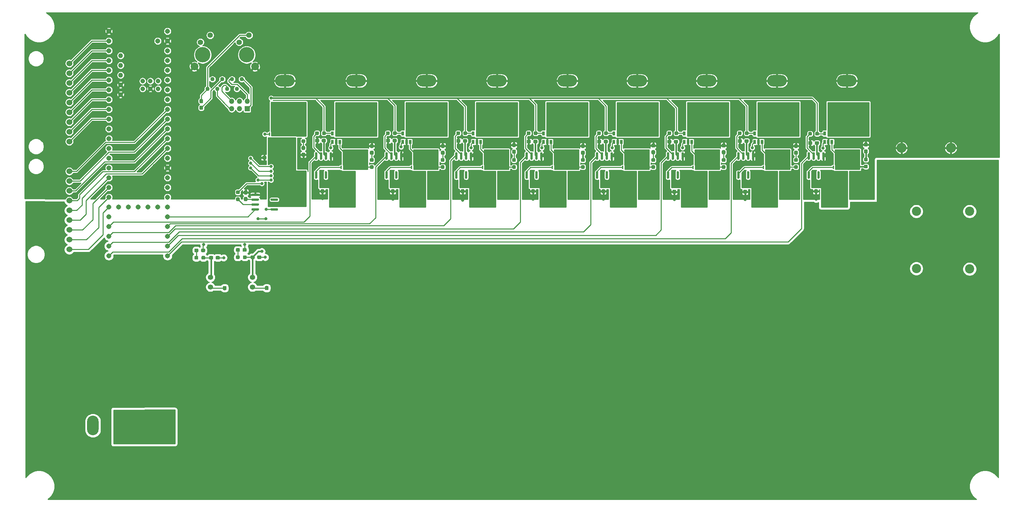
<source format=gbr>
%TF.GenerationSoftware,KiCad,Pcbnew,(5.1.6)-1*%
%TF.CreationDate,2022-03-18T21:22:57-05:00*%
%TF.ProjectId,PackVoltage_2022_Rev1,5061636b-566f-46c7-9461-67655f323032,rev?*%
%TF.SameCoordinates,Original*%
%TF.FileFunction,Copper,L1,Top*%
%TF.FilePolarity,Positive*%
%FSLAX46Y46*%
G04 Gerber Fmt 4.6, Leading zero omitted, Abs format (unit mm)*
G04 Created by KiCad (PCBNEW (5.1.6)-1) date 2022-03-18 21:22:57*
%MOMM*%
%LPD*%
G01*
G04 APERTURE LIST*
%TA.AperFunction,ComponentPad*%
%ADD10O,5.100000X3.000000*%
%TD*%
%TA.AperFunction,ComponentPad*%
%ADD11O,3.000000X5.100000*%
%TD*%
%TA.AperFunction,ComponentPad*%
%ADD12C,1.524000*%
%TD*%
%TA.AperFunction,ComponentPad*%
%ADD13C,18.288000*%
%TD*%
%TA.AperFunction,ComponentPad*%
%ADD14C,1.308000*%
%TD*%
%TA.AperFunction,ComponentPad*%
%ADD15C,1.258000*%
%TD*%
%TA.AperFunction,ComponentPad*%
%ADD16C,1.208000*%
%TD*%
%TA.AperFunction,SMDPad,CuDef*%
%ADD17R,0.650000X1.060000*%
%TD*%
%TA.AperFunction,ComponentPad*%
%ADD18C,1.358000*%
%TD*%
%TA.AperFunction,ComponentPad*%
%ADD19R,1.358000X1.358000*%
%TD*%
%TA.AperFunction,SMDPad,CuDef*%
%ADD20C,0.100000*%
%TD*%
%TA.AperFunction,SMDPad,CuDef*%
%ADD21R,0.400000X0.830000*%
%TD*%
%TA.AperFunction,ComponentPad*%
%ADD22C,1.100000*%
%TD*%
%TA.AperFunction,ComponentPad*%
%ADD23C,4.000000*%
%TD*%
%TA.AperFunction,ComponentPad*%
%ADD24C,1.400000*%
%TD*%
%TA.AperFunction,ComponentPad*%
%ADD25C,2.000000*%
%TD*%
%TA.AperFunction,ComponentPad*%
%ADD26C,2.819400*%
%TD*%
%TA.AperFunction,ComponentPad*%
%ADD27O,2.600000X2.600000*%
%TD*%
%TA.AperFunction,ComponentPad*%
%ADD28R,2.600000X2.600000*%
%TD*%
%TA.AperFunction,ComponentPad*%
%ADD29O,1.350000X1.350000*%
%TD*%
%TA.AperFunction,ComponentPad*%
%ADD30R,1.350000X1.350000*%
%TD*%
%TA.AperFunction,ComponentPad*%
%ADD31C,2.400000*%
%TD*%
%TA.AperFunction,ComponentPad*%
%ADD32R,2.400000X2.400000*%
%TD*%
%TA.AperFunction,ViaPad*%
%ADD33C,0.800000*%
%TD*%
%TA.AperFunction,Conductor*%
%ADD34C,0.381000*%
%TD*%
%TA.AperFunction,Conductor*%
%ADD35C,0.254000*%
%TD*%
%TA.AperFunction,Conductor*%
%ADD36C,1.270000*%
%TD*%
%TA.AperFunction,Conductor*%
%ADD37C,0.250000*%
%TD*%
G04 APERTURE END LIST*
%TO.P,C4,1*%
%TO.N,+5V*%
%TA.AperFunction,SMDPad,CuDef*%
G36*
G01*
X33398000Y-89645500D02*
X33398000Y-89170500D01*
G75*
G02*
X33635500Y-88933000I237500J0D01*
G01*
X34235500Y-88933000D01*
G75*
G02*
X34473000Y-89170500I0J-237500D01*
G01*
X34473000Y-89645500D01*
G75*
G02*
X34235500Y-89883000I-237500J0D01*
G01*
X33635500Y-89883000D01*
G75*
G02*
X33398000Y-89645500I0J237500D01*
G01*
G37*
%TD.AperFunction*%
%TO.P,C4,2*%
%TO.N,GND*%
%TA.AperFunction,SMDPad,CuDef*%
G36*
G01*
X35123000Y-89645500D02*
X35123000Y-89170500D01*
G75*
G02*
X35360500Y-88933000I237500J0D01*
G01*
X35960500Y-88933000D01*
G75*
G02*
X36198000Y-89170500I0J-237500D01*
G01*
X36198000Y-89645500D01*
G75*
G02*
X35960500Y-89883000I-237500J0D01*
G01*
X35360500Y-89883000D01*
G75*
G02*
X35123000Y-89645500I0J237500D01*
G01*
G37*
%TD.AperFunction*%
%TD*%
%TO.P,C3,1*%
%TO.N,+3V3*%
%TA.AperFunction,SMDPad,CuDef*%
G36*
G01*
X22603000Y-89772500D02*
X22603000Y-89297500D01*
G75*
G02*
X22840500Y-89060000I237500J0D01*
G01*
X23440500Y-89060000D01*
G75*
G02*
X23678000Y-89297500I0J-237500D01*
G01*
X23678000Y-89772500D01*
G75*
G02*
X23440500Y-90010000I-237500J0D01*
G01*
X22840500Y-90010000D01*
G75*
G02*
X22603000Y-89772500I0J237500D01*
G01*
G37*
%TD.AperFunction*%
%TO.P,C3,2*%
%TO.N,GND*%
%TA.AperFunction,SMDPad,CuDef*%
G36*
G01*
X24328000Y-89772500D02*
X24328000Y-89297500D01*
G75*
G02*
X24565500Y-89060000I237500J0D01*
G01*
X25165500Y-89060000D01*
G75*
G02*
X25403000Y-89297500I0J-237500D01*
G01*
X25403000Y-89772500D01*
G75*
G02*
X25165500Y-90010000I-237500J0D01*
G01*
X24565500Y-90010000D01*
G75*
G02*
X24328000Y-89772500I0J237500D01*
G01*
G37*
%TD.AperFunction*%
%TD*%
D10*
%TO.P,Conn12,2*%
%TO.N,GND*%
X60864000Y-43492000D03*
%TO.P,Conn12,1*%
%TO.N,/MOTORS/Anderson_POE*%
X60864000Y-51366000D03*
%TD*%
D11*
%TO.P,Conn11,2*%
%TO.N,GND*%
X-7562000Y-133192000D03*
%TO.P,Conn11,1*%
%TO.N,/MOTORS/12V*%
X312000Y-133192000D03*
%TD*%
D10*
%TO.P,Conn10,2*%
%TO.N,GND*%
X79152000Y-43492000D03*
%TO.P,Conn10,1*%
%TO.N,/MOTORS/Anderson_SpareMotor*%
X79152000Y-51366000D03*
%TD*%
%TO.P,Conn9,2*%
%TO.N,GND*%
X97440000Y-43492000D03*
%TO.P,Conn9,1*%
%TO.N,/MOTORS/Anderson_M6*%
X97440000Y-51366000D03*
%TD*%
%TO.P,Conn8,2*%
%TO.N,GND*%
X115728000Y-43492000D03*
%TO.P,Conn8,1*%
%TO.N,/MOTORS/Anderson_M5*%
X115728000Y-51366000D03*
%TD*%
%TO.P,Conn7,2*%
%TO.N,GND*%
X133889000Y-43492000D03*
%TO.P,Conn7,1*%
%TO.N,/MOTORS/Anderson_M4*%
X133889000Y-51366000D03*
%TD*%
%TO.P,Conn6,2*%
%TO.N,GND*%
X151923000Y-43492000D03*
%TO.P,Conn6,1*%
%TO.N,/MOTORS/Anderson_M3*%
X151923000Y-51366000D03*
%TD*%
%TO.P,Conn5,2*%
%TO.N,GND*%
X170211000Y-43492000D03*
%TO.P,Conn5,1*%
%TO.N,/MOTORS/Anderson_M2*%
X170211000Y-51366000D03*
%TD*%
%TO.P,Conn4,2*%
%TO.N,GND*%
X188372000Y-43492000D03*
%TO.P,Conn4,1*%
%TO.N,/MOTORS/Anderson_M1*%
X188372000Y-51366000D03*
%TD*%
%TO.P,Conn3,2*%
%TO.N,GND*%
X42322000Y-43492000D03*
%TO.P,Conn3,1*%
%TO.N,/MOTORS/Anderson_Spare*%
X42322000Y-51366000D03*
%TD*%
D12*
%TO.P,Conn2,9*%
%TO.N,Current_Sensor_Aux*%
X-13716000Y-67056000D03*
%TO.P,Conn2,8*%
%TO.N,Current_Sensor_BBB*%
X-13716000Y-69596000D03*
%TO.P,Conn2,7*%
%TO.N,Current_Sensor_Cam1*%
X-13716000Y-72136000D03*
%TO.P,Conn2,6*%
%TO.N,Current_Sensor_Cam2*%
X-13716000Y-74676000D03*
%TO.P,Conn2,5*%
%TO.N,Current_Sensor_Drive*%
X-13716000Y-77216000D03*
%TO.P,Conn2,4*%
%TO.N,Current_Sensor_Gim*%
X-13716000Y-79756000D03*
%TO.P,Conn2,3*%
%TO.N,Current_Sensor_Multi*%
X-13716000Y-82296000D03*
%TO.P,Conn2,2*%
%TO.N,Current_Sensor_Nav*%
X-13716000Y-84836000D03*
%TO.P,Conn2,1*%
%TO.N,Current_Sensor_12VSpare*%
X-13716000Y-87376000D03*
%TD*%
%TO.P,Conn1,9*%
%TO.N,Driver_12VSpare*%
X-13716000Y-38989000D03*
%TO.P,Conn1,8*%
%TO.N,Driver_Nav*%
X-13716000Y-41529000D03*
%TO.P,Conn1,7*%
%TO.N,Driver_Multi*%
X-13716000Y-44069000D03*
%TO.P,Conn1,6*%
%TO.N,Driver_Gim*%
X-13716000Y-46609000D03*
%TO.P,Conn1,5*%
%TO.N,Driver_Drive*%
X-13716000Y-49149000D03*
%TO.P,Conn1,4*%
%TO.N,Driver_Cam2*%
X-13716000Y-51689000D03*
%TO.P,Conn1,3*%
%TO.N,Driver_Cam1*%
X-13716000Y-54229000D03*
%TO.P,Conn1,2*%
%TO.N,Driver_BBB*%
X-13716000Y-56769000D03*
%TO.P,Conn1,1*%
%TO.N,Driver_Aux*%
X-13716000Y-59309000D03*
%TD*%
D13*
%TO.P,V1,1*%
%TO.N,PV*%
X209296000Y-112522000D03*
%TD*%
D14*
%TO.P,U20,41*%
%TO.N,Current_Sensor_M4*%
X11811000Y-68707000D03*
%TO.P,U20,40*%
%TO.N,Current_Sensor_M3*%
X11811000Y-71247000D03*
%TO.P,U20,39*%
%TO.N,Current_Sensor_M2*%
X11811000Y-73787000D03*
%TO.P,U20,38*%
%TO.N,Current_Sensor_M1*%
X11811000Y-76327000D03*
%TO.P,U20,37*%
%TO.N,Driver_Spare*%
X11811000Y-78867000D03*
%TO.P,U20,36*%
%TO.N,Driver_SpareMotor*%
X11811000Y-81407000D03*
%TO.P,U20,35*%
%TO.N,Driver_M5*%
X11811000Y-83947000D03*
%TO.P,U20,34*%
%TO.N,Driver_M3*%
X11811000Y-86487000D03*
%TO.P,U20,33*%
%TO.N,Driver_M1*%
X11811000Y-89027000D03*
%TO.P,U20,32*%
%TO.N,Driver_M2*%
X-3429000Y-89027000D03*
%TO.P,U20,31*%
%TO.N,Driver_M4*%
X-3429000Y-86487000D03*
%TO.P,U20,30*%
%TO.N,Driver_M6*%
X-3429000Y-83947000D03*
%TO.P,U20,29*%
%TO.N,Driver_POE*%
X-3429000Y-81407000D03*
%TO.P,U20,28*%
%TO.N,Net-(U20-Pad28)*%
X-3429000Y-78867000D03*
%TO.P,U20,27*%
%TO.N,Current_Sensor_12VSpare*%
X-3429000Y-76327000D03*
%TO.P,U20,26*%
%TO.N,Current_Sensor_Nav*%
X-3429000Y-73787000D03*
%TO.P,U20,25*%
%TO.N,Current_Sensor_Multi*%
X-3429000Y-71247000D03*
%TO.P,U20,24*%
%TO.N,Current_Sensor_Gim*%
X-3429000Y-68707000D03*
%TO.P,U20,VIN*%
%TO.N,Net-(U20-PadVIN)*%
X11811000Y-30607000D03*
%TO.P,U20,GND3*%
%TO.N,GND*%
X11811000Y-33147000D03*
%TO.P,U20,3.3V_2*%
%TO.N,+3V3*%
X11811000Y-35687000D03*
%TO.P,U20,23*%
%TO.N,Net-(U20-Pad23)*%
X11811000Y-38227000D03*
%TO.P,U20,22*%
%TO.N,Current_Sensor_POE*%
X11811000Y-40767000D03*
%TO.P,U20,21*%
%TO.N,Current_Sensor_SpareMotor*%
X11811000Y-43307000D03*
%TO.P,U20,20*%
%TO.N,Current_Sensor_M6*%
X11811000Y-45847000D03*
%TO.P,U20,19*%
%TO.N,Current_Sensor_M5*%
X11811000Y-48387000D03*
%TO.P,U20,18*%
%TO.N,Current_Sensor_Aux*%
X11811000Y-50927000D03*
%TO.P,U20,17*%
%TO.N,Current_Sensor_BBB*%
X11811000Y-53467000D03*
%TO.P,U20,16*%
%TO.N,Current_Sensor_Cam1*%
X11811000Y-56007000D03*
%TO.P,U20,15*%
%TO.N,Current_Sensor_Cam2*%
X11811000Y-58547000D03*
%TO.P,U20,14*%
%TO.N,Current_Sensor_Drive*%
X11811000Y-61087000D03*
%TO.P,U20,13*%
%TO.N,Net-(U20-Pad13)*%
X11811000Y-63627000D03*
%TO.P,U20,3.3V_1*%
%TO.N,+3V3*%
X-3429000Y-66167000D03*
%TO.P,U20,12*%
%TO.N,Net-(U20-Pad12)*%
X-3429000Y-63627000D03*
%TO.P,U20,11*%
%TO.N,Net-(U20-Pad11)*%
X-3429000Y-61087000D03*
%TO.P,U20,10*%
%TO.N,Net-(U20-Pad10)*%
X-3429000Y-58547000D03*
%TO.P,U20,9*%
%TO.N,Net-(U20-Pad9)*%
X-3429000Y-56007000D03*
%TO.P,U20,8*%
%TO.N,Driver_Aux*%
X-3429000Y-53467000D03*
%TO.P,U20,7*%
%TO.N,Driver_BBB*%
X-3429000Y-50927000D03*
%TO.P,U20,6*%
%TO.N,Driver_Cam1*%
X-3429000Y-48387000D03*
%TO.P,U20,5*%
%TO.N,Driver_Cam2*%
X-3429000Y-45847000D03*
%TO.P,U20,4*%
%TO.N,Driver_Drive*%
X-3429000Y-43307000D03*
%TO.P,U20,3*%
%TO.N,Driver_Gim*%
X-3429000Y-40767000D03*
%TO.P,U20,2*%
%TO.N,Driver_Multi*%
X-3429000Y-38227000D03*
%TO.P,U20,1*%
%TO.N,Driver_Nav*%
X-3429000Y-35687000D03*
D15*
%TO.P,U20,USB_GND2*%
%TO.N,GND*%
X-379000Y-47117000D03*
%TO.P,U20,USB_GND1*%
X-379000Y-44577000D03*
%TO.P,U20,D+*%
%TO.N,Net-(U20-PadD+)*%
X-379000Y-42037000D03*
%TO.P,U20,D-*%
%TO.N,N/C*%
X-379000Y-39497000D03*
%TO.P,U20,5V*%
%TO.N,Net-(U20-Pad5V)*%
X-379000Y-36957000D03*
D16*
%TO.P,U20,T-*%
%TO.N,N/C*%
X5361000Y-43577000D03*
%TO.P,U20,LED*%
%TO.N,Net-(U20-PadLED)*%
X7361000Y-43577000D03*
%TO.P,U20,T+*%
%TO.N,Net-(U20-PadT+)*%
X5361000Y-45577000D03*
%TO.P,U20,GND5*%
%TO.N,GND*%
X7361000Y-45577000D03*
%TO.P,U20,R+*%
%TO.N,Net-(U20-PadR+)*%
X9361000Y-43577000D03*
%TO.P,U20,R-*%
%TO.N,N/C*%
X9361000Y-45577000D03*
D14*
%TO.P,U20,GND2*%
%TO.N,GND*%
X11811000Y-66167000D03*
%TO.P,U20,PROGRAM*%
%TO.N,Net-(U20-PadPROGRAM)*%
X6731000Y-76327000D03*
%TO.P,U20,VUSB*%
%TO.N,Net-(U20-PadVUSB)*%
X9271000Y-33147000D03*
%TO.P,U20,ON/OFF*%
%TO.N,Net-(U20-PadON/OFF)*%
X9271000Y-76327000D03*
%TO.P,U20,GND4*%
%TO.N,GND*%
X4191000Y-76327000D03*
%TO.P,U20,3.3V_3*%
%TO.N,+3V3*%
X1651000Y-76327000D03*
%TO.P,U20,VBAT*%
%TO.N,Net-(U20-PadVBAT)*%
X-889000Y-76327000D03*
%TO.P,U20,0*%
%TO.N,Driver_12VSpare*%
X-3429000Y-33147000D03*
%TO.P,U20,GND1*%
%TO.N,GND*%
X-3429000Y-30607000D03*
%TD*%
%TO.P,U19,8*%
%TO.N,Net-(C26-Pad1)*%
%TA.AperFunction,SMDPad,CuDef*%
G36*
G01*
X38584000Y-73302000D02*
X38584000Y-73002000D01*
G75*
G02*
X38734000Y-72852000I150000J0D01*
G01*
X40384000Y-72852000D01*
G75*
G02*
X40534000Y-73002000I0J-150000D01*
G01*
X40534000Y-73302000D01*
G75*
G02*
X40384000Y-73452000I-150000J0D01*
G01*
X38734000Y-73452000D01*
G75*
G02*
X38584000Y-73302000I0J150000D01*
G01*
G37*
%TD.AperFunction*%
%TO.P,U19,7*%
%TO.N,N/C*%
%TA.AperFunction,SMDPad,CuDef*%
G36*
G01*
X38584000Y-74572000D02*
X38584000Y-74272000D01*
G75*
G02*
X38734000Y-74122000I150000J0D01*
G01*
X40384000Y-74122000D01*
G75*
G02*
X40534000Y-74272000I0J-150000D01*
G01*
X40534000Y-74572000D01*
G75*
G02*
X40384000Y-74722000I-150000J0D01*
G01*
X38734000Y-74722000D01*
G75*
G02*
X38584000Y-74572000I0J150000D01*
G01*
G37*
%TD.AperFunction*%
%TO.P,U19,6*%
%TO.N,Net-(C26-Pad1)*%
%TA.AperFunction,SMDPad,CuDef*%
G36*
G01*
X38584000Y-75842000D02*
X38584000Y-75542000D01*
G75*
G02*
X38734000Y-75392000I150000J0D01*
G01*
X40384000Y-75392000D01*
G75*
G02*
X40534000Y-75542000I0J-150000D01*
G01*
X40534000Y-75842000D01*
G75*
G02*
X40384000Y-75992000I-150000J0D01*
G01*
X38734000Y-75992000D01*
G75*
G02*
X38584000Y-75842000I0J150000D01*
G01*
G37*
%TD.AperFunction*%
%TO.P,U19,5*%
%TO.N,Net-(Q9-Pad4)*%
%TA.AperFunction,SMDPad,CuDef*%
G36*
G01*
X38584000Y-77112000D02*
X38584000Y-76812000D01*
G75*
G02*
X38734000Y-76662000I150000J0D01*
G01*
X40384000Y-76662000D01*
G75*
G02*
X40534000Y-76812000I0J-150000D01*
G01*
X40534000Y-77112000D01*
G75*
G02*
X40384000Y-77262000I-150000J0D01*
G01*
X38734000Y-77262000D01*
G75*
G02*
X38584000Y-77112000I0J150000D01*
G01*
G37*
%TD.AperFunction*%
%TO.P,U19,4*%
%TO.N,Driver_Spare*%
%TA.AperFunction,SMDPad,CuDef*%
G36*
G01*
X33634000Y-77112000D02*
X33634000Y-76812000D01*
G75*
G02*
X33784000Y-76662000I150000J0D01*
G01*
X35434000Y-76662000D01*
G75*
G02*
X35584000Y-76812000I0J-150000D01*
G01*
X35584000Y-77112000D01*
G75*
G02*
X35434000Y-77262000I-150000J0D01*
G01*
X33784000Y-77262000D01*
G75*
G02*
X33634000Y-77112000I0J150000D01*
G01*
G37*
%TD.AperFunction*%
%TO.P,U19,3*%
%TO.N,Net-(R28-Pad1)*%
%TA.AperFunction,SMDPad,CuDef*%
G36*
G01*
X33634000Y-75842000D02*
X33634000Y-75542000D01*
G75*
G02*
X33784000Y-75392000I150000J0D01*
G01*
X35434000Y-75392000D01*
G75*
G02*
X35584000Y-75542000I0J-150000D01*
G01*
X35584000Y-75842000D01*
G75*
G02*
X35434000Y-75992000I-150000J0D01*
G01*
X33784000Y-75992000D01*
G75*
G02*
X33634000Y-75842000I0J150000D01*
G01*
G37*
%TD.AperFunction*%
%TO.P,U19,2*%
%TO.N,Net-(C25-Pad1)*%
%TA.AperFunction,SMDPad,CuDef*%
G36*
G01*
X33634000Y-74572000D02*
X33634000Y-74272000D01*
G75*
G02*
X33784000Y-74122000I150000J0D01*
G01*
X35434000Y-74122000D01*
G75*
G02*
X35584000Y-74272000I0J-150000D01*
G01*
X35584000Y-74572000D01*
G75*
G02*
X35434000Y-74722000I-150000J0D01*
G01*
X33784000Y-74722000D01*
G75*
G02*
X33634000Y-74572000I0J150000D01*
G01*
G37*
%TD.AperFunction*%
%TO.P,U19,1*%
%TO.N,GND*%
%TA.AperFunction,SMDPad,CuDef*%
G36*
G01*
X33634000Y-73302000D02*
X33634000Y-73002000D01*
G75*
G02*
X33784000Y-72852000I150000J0D01*
G01*
X35434000Y-72852000D01*
G75*
G02*
X35584000Y-73002000I0J-150000D01*
G01*
X35584000Y-73302000D01*
G75*
G02*
X35434000Y-73452000I-150000J0D01*
G01*
X33784000Y-73452000D01*
G75*
G02*
X33634000Y-73302000I0J150000D01*
G01*
G37*
%TD.AperFunction*%
%TD*%
D17*
%TO.P,U18,5*%
%TO.N,+5V*%
X91252000Y-57193000D03*
%TO.P,U18,4*%
%TO.N,/MOTORS/Anderson_M6*%
X93152000Y-57193000D03*
%TO.P,U18,3*%
%TO.N,Net-(Q8-Pad1)*%
X93152000Y-59393000D03*
%TO.P,U18,2*%
%TO.N,GND*%
X92202000Y-59393000D03*
%TO.P,U18,1*%
%TO.N,Current_Sensor_M6*%
X91252000Y-59393000D03*
%TD*%
%TO.P,U17,5*%
%TO.N,+5V*%
X109540000Y-57193000D03*
%TO.P,U17,4*%
%TO.N,/MOTORS/Anderson_M5*%
X111440000Y-57193000D03*
%TO.P,U17,3*%
%TO.N,Net-(Q7-Pad1)*%
X111440000Y-59393000D03*
%TO.P,U17,2*%
%TO.N,GND*%
X110490000Y-59393000D03*
%TO.P,U17,1*%
%TO.N,Current_Sensor_M5*%
X109540000Y-59393000D03*
%TD*%
%TO.P,U16,5*%
%TO.N,+5V*%
X72964000Y-57193000D03*
%TO.P,U16,4*%
%TO.N,/MOTORS/Anderson_SpareMotor*%
X74864000Y-57193000D03*
%TO.P,U16,3*%
%TO.N,Net-(Q6-Pad1)*%
X74864000Y-59393000D03*
%TO.P,U16,2*%
%TO.N,GND*%
X73914000Y-59393000D03*
%TO.P,U16,1*%
%TO.N,Current_Sensor_SpareMotor*%
X72964000Y-59393000D03*
%TD*%
%TO.P,U15,5*%
%TO.N,+5V*%
X54676000Y-57193000D03*
%TO.P,U15,4*%
%TO.N,/MOTORS/Anderson_POE*%
X56576000Y-57193000D03*
%TO.P,U15,3*%
%TO.N,Net-(Q5-Pad1)*%
X56576000Y-59393000D03*
%TO.P,U15,2*%
%TO.N,GND*%
X55626000Y-59393000D03*
%TO.P,U15,1*%
%TO.N,Current_Sensor_POE*%
X54676000Y-59393000D03*
%TD*%
%TO.P,U14,8*%
%TO.N,Net-(C24-Pad1)*%
%TA.AperFunction,SMDPad,CuDef*%
G36*
G01*
X90528000Y-67032000D02*
X90828000Y-67032000D01*
G75*
G02*
X90978000Y-67182000I0J-150000D01*
G01*
X90978000Y-68832000D01*
G75*
G02*
X90828000Y-68982000I-150000J0D01*
G01*
X90528000Y-68982000D01*
G75*
G02*
X90378000Y-68832000I0J150000D01*
G01*
X90378000Y-67182000D01*
G75*
G02*
X90528000Y-67032000I150000J0D01*
G01*
G37*
%TD.AperFunction*%
%TO.P,U14,7*%
%TO.N,N/C*%
%TA.AperFunction,SMDPad,CuDef*%
G36*
G01*
X89258000Y-67032000D02*
X89558000Y-67032000D01*
G75*
G02*
X89708000Y-67182000I0J-150000D01*
G01*
X89708000Y-68832000D01*
G75*
G02*
X89558000Y-68982000I-150000J0D01*
G01*
X89258000Y-68982000D01*
G75*
G02*
X89108000Y-68832000I0J150000D01*
G01*
X89108000Y-67182000D01*
G75*
G02*
X89258000Y-67032000I150000J0D01*
G01*
G37*
%TD.AperFunction*%
%TO.P,U14,6*%
%TO.N,Net-(C24-Pad1)*%
%TA.AperFunction,SMDPad,CuDef*%
G36*
G01*
X87988000Y-67032000D02*
X88288000Y-67032000D01*
G75*
G02*
X88438000Y-67182000I0J-150000D01*
G01*
X88438000Y-68832000D01*
G75*
G02*
X88288000Y-68982000I-150000J0D01*
G01*
X87988000Y-68982000D01*
G75*
G02*
X87838000Y-68832000I0J150000D01*
G01*
X87838000Y-67182000D01*
G75*
G02*
X87988000Y-67032000I150000J0D01*
G01*
G37*
%TD.AperFunction*%
%TO.P,U14,5*%
%TO.N,Net-(Q8-Pad4)*%
%TA.AperFunction,SMDPad,CuDef*%
G36*
G01*
X86718000Y-67032000D02*
X87018000Y-67032000D01*
G75*
G02*
X87168000Y-67182000I0J-150000D01*
G01*
X87168000Y-68832000D01*
G75*
G02*
X87018000Y-68982000I-150000J0D01*
G01*
X86718000Y-68982000D01*
G75*
G02*
X86568000Y-68832000I0J150000D01*
G01*
X86568000Y-67182000D01*
G75*
G02*
X86718000Y-67032000I150000J0D01*
G01*
G37*
%TD.AperFunction*%
%TO.P,U14,4*%
%TO.N,Driver_M6*%
%TA.AperFunction,SMDPad,CuDef*%
G36*
G01*
X86718000Y-62082000D02*
X87018000Y-62082000D01*
G75*
G02*
X87168000Y-62232000I0J-150000D01*
G01*
X87168000Y-63882000D01*
G75*
G02*
X87018000Y-64032000I-150000J0D01*
G01*
X86718000Y-64032000D01*
G75*
G02*
X86568000Y-63882000I0J150000D01*
G01*
X86568000Y-62232000D01*
G75*
G02*
X86718000Y-62082000I150000J0D01*
G01*
G37*
%TD.AperFunction*%
%TO.P,U14,3*%
%TO.N,Net-(R19-Pad1)*%
%TA.AperFunction,SMDPad,CuDef*%
G36*
G01*
X87988000Y-62082000D02*
X88288000Y-62082000D01*
G75*
G02*
X88438000Y-62232000I0J-150000D01*
G01*
X88438000Y-63882000D01*
G75*
G02*
X88288000Y-64032000I-150000J0D01*
G01*
X87988000Y-64032000D01*
G75*
G02*
X87838000Y-63882000I0J150000D01*
G01*
X87838000Y-62232000D01*
G75*
G02*
X87988000Y-62082000I150000J0D01*
G01*
G37*
%TD.AperFunction*%
%TO.P,U14,2*%
%TO.N,Net-(C20-Pad1)*%
%TA.AperFunction,SMDPad,CuDef*%
G36*
G01*
X89258000Y-62082000D02*
X89558000Y-62082000D01*
G75*
G02*
X89708000Y-62232000I0J-150000D01*
G01*
X89708000Y-63882000D01*
G75*
G02*
X89558000Y-64032000I-150000J0D01*
G01*
X89258000Y-64032000D01*
G75*
G02*
X89108000Y-63882000I0J150000D01*
G01*
X89108000Y-62232000D01*
G75*
G02*
X89258000Y-62082000I150000J0D01*
G01*
G37*
%TD.AperFunction*%
%TO.P,U14,1*%
%TO.N,GND*%
%TA.AperFunction,SMDPad,CuDef*%
G36*
G01*
X90528000Y-62082000D02*
X90828000Y-62082000D01*
G75*
G02*
X90978000Y-62232000I0J-150000D01*
G01*
X90978000Y-63882000D01*
G75*
G02*
X90828000Y-64032000I-150000J0D01*
G01*
X90528000Y-64032000D01*
G75*
G02*
X90378000Y-63882000I0J150000D01*
G01*
X90378000Y-62232000D01*
G75*
G02*
X90528000Y-62082000I150000J0D01*
G01*
G37*
%TD.AperFunction*%
%TD*%
%TO.P,U13,8*%
%TO.N,Net-(C23-Pad1)*%
%TA.AperFunction,SMDPad,CuDef*%
G36*
G01*
X108816000Y-67032000D02*
X109116000Y-67032000D01*
G75*
G02*
X109266000Y-67182000I0J-150000D01*
G01*
X109266000Y-68832000D01*
G75*
G02*
X109116000Y-68982000I-150000J0D01*
G01*
X108816000Y-68982000D01*
G75*
G02*
X108666000Y-68832000I0J150000D01*
G01*
X108666000Y-67182000D01*
G75*
G02*
X108816000Y-67032000I150000J0D01*
G01*
G37*
%TD.AperFunction*%
%TO.P,U13,7*%
%TO.N,N/C*%
%TA.AperFunction,SMDPad,CuDef*%
G36*
G01*
X107546000Y-67032000D02*
X107846000Y-67032000D01*
G75*
G02*
X107996000Y-67182000I0J-150000D01*
G01*
X107996000Y-68832000D01*
G75*
G02*
X107846000Y-68982000I-150000J0D01*
G01*
X107546000Y-68982000D01*
G75*
G02*
X107396000Y-68832000I0J150000D01*
G01*
X107396000Y-67182000D01*
G75*
G02*
X107546000Y-67032000I150000J0D01*
G01*
G37*
%TD.AperFunction*%
%TO.P,U13,6*%
%TO.N,Net-(C23-Pad1)*%
%TA.AperFunction,SMDPad,CuDef*%
G36*
G01*
X106276000Y-67032000D02*
X106576000Y-67032000D01*
G75*
G02*
X106726000Y-67182000I0J-150000D01*
G01*
X106726000Y-68832000D01*
G75*
G02*
X106576000Y-68982000I-150000J0D01*
G01*
X106276000Y-68982000D01*
G75*
G02*
X106126000Y-68832000I0J150000D01*
G01*
X106126000Y-67182000D01*
G75*
G02*
X106276000Y-67032000I150000J0D01*
G01*
G37*
%TD.AperFunction*%
%TO.P,U13,5*%
%TO.N,Net-(Q7-Pad4)*%
%TA.AperFunction,SMDPad,CuDef*%
G36*
G01*
X105006000Y-67032000D02*
X105306000Y-67032000D01*
G75*
G02*
X105456000Y-67182000I0J-150000D01*
G01*
X105456000Y-68832000D01*
G75*
G02*
X105306000Y-68982000I-150000J0D01*
G01*
X105006000Y-68982000D01*
G75*
G02*
X104856000Y-68832000I0J150000D01*
G01*
X104856000Y-67182000D01*
G75*
G02*
X105006000Y-67032000I150000J0D01*
G01*
G37*
%TD.AperFunction*%
%TO.P,U13,4*%
%TO.N,Driver_M5*%
%TA.AperFunction,SMDPad,CuDef*%
G36*
G01*
X105006000Y-62082000D02*
X105306000Y-62082000D01*
G75*
G02*
X105456000Y-62232000I0J-150000D01*
G01*
X105456000Y-63882000D01*
G75*
G02*
X105306000Y-64032000I-150000J0D01*
G01*
X105006000Y-64032000D01*
G75*
G02*
X104856000Y-63882000I0J150000D01*
G01*
X104856000Y-62232000D01*
G75*
G02*
X105006000Y-62082000I150000J0D01*
G01*
G37*
%TD.AperFunction*%
%TO.P,U13,3*%
%TO.N,Net-(R18-Pad1)*%
%TA.AperFunction,SMDPad,CuDef*%
G36*
G01*
X106276000Y-62082000D02*
X106576000Y-62082000D01*
G75*
G02*
X106726000Y-62232000I0J-150000D01*
G01*
X106726000Y-63882000D01*
G75*
G02*
X106576000Y-64032000I-150000J0D01*
G01*
X106276000Y-64032000D01*
G75*
G02*
X106126000Y-63882000I0J150000D01*
G01*
X106126000Y-62232000D01*
G75*
G02*
X106276000Y-62082000I150000J0D01*
G01*
G37*
%TD.AperFunction*%
%TO.P,U13,2*%
%TO.N,Net-(C19-Pad1)*%
%TA.AperFunction,SMDPad,CuDef*%
G36*
G01*
X107546000Y-62082000D02*
X107846000Y-62082000D01*
G75*
G02*
X107996000Y-62232000I0J-150000D01*
G01*
X107996000Y-63882000D01*
G75*
G02*
X107846000Y-64032000I-150000J0D01*
G01*
X107546000Y-64032000D01*
G75*
G02*
X107396000Y-63882000I0J150000D01*
G01*
X107396000Y-62232000D01*
G75*
G02*
X107546000Y-62082000I150000J0D01*
G01*
G37*
%TD.AperFunction*%
%TO.P,U13,1*%
%TO.N,GND*%
%TA.AperFunction,SMDPad,CuDef*%
G36*
G01*
X108816000Y-62082000D02*
X109116000Y-62082000D01*
G75*
G02*
X109266000Y-62232000I0J-150000D01*
G01*
X109266000Y-63882000D01*
G75*
G02*
X109116000Y-64032000I-150000J0D01*
G01*
X108816000Y-64032000D01*
G75*
G02*
X108666000Y-63882000I0J150000D01*
G01*
X108666000Y-62232000D01*
G75*
G02*
X108816000Y-62082000I150000J0D01*
G01*
G37*
%TD.AperFunction*%
%TD*%
%TO.P,U12,8*%
%TO.N,Net-(C22-Pad1)*%
%TA.AperFunction,SMDPad,CuDef*%
G36*
G01*
X72367000Y-67032000D02*
X72667000Y-67032000D01*
G75*
G02*
X72817000Y-67182000I0J-150000D01*
G01*
X72817000Y-68832000D01*
G75*
G02*
X72667000Y-68982000I-150000J0D01*
G01*
X72367000Y-68982000D01*
G75*
G02*
X72217000Y-68832000I0J150000D01*
G01*
X72217000Y-67182000D01*
G75*
G02*
X72367000Y-67032000I150000J0D01*
G01*
G37*
%TD.AperFunction*%
%TO.P,U12,7*%
%TO.N,N/C*%
%TA.AperFunction,SMDPad,CuDef*%
G36*
G01*
X71097000Y-67032000D02*
X71397000Y-67032000D01*
G75*
G02*
X71547000Y-67182000I0J-150000D01*
G01*
X71547000Y-68832000D01*
G75*
G02*
X71397000Y-68982000I-150000J0D01*
G01*
X71097000Y-68982000D01*
G75*
G02*
X70947000Y-68832000I0J150000D01*
G01*
X70947000Y-67182000D01*
G75*
G02*
X71097000Y-67032000I150000J0D01*
G01*
G37*
%TD.AperFunction*%
%TO.P,U12,6*%
%TO.N,Net-(C22-Pad1)*%
%TA.AperFunction,SMDPad,CuDef*%
G36*
G01*
X69827000Y-67032000D02*
X70127000Y-67032000D01*
G75*
G02*
X70277000Y-67182000I0J-150000D01*
G01*
X70277000Y-68832000D01*
G75*
G02*
X70127000Y-68982000I-150000J0D01*
G01*
X69827000Y-68982000D01*
G75*
G02*
X69677000Y-68832000I0J150000D01*
G01*
X69677000Y-67182000D01*
G75*
G02*
X69827000Y-67032000I150000J0D01*
G01*
G37*
%TD.AperFunction*%
%TO.P,U12,5*%
%TO.N,Net-(Q6-Pad4)*%
%TA.AperFunction,SMDPad,CuDef*%
G36*
G01*
X68557000Y-67032000D02*
X68857000Y-67032000D01*
G75*
G02*
X69007000Y-67182000I0J-150000D01*
G01*
X69007000Y-68832000D01*
G75*
G02*
X68857000Y-68982000I-150000J0D01*
G01*
X68557000Y-68982000D01*
G75*
G02*
X68407000Y-68832000I0J150000D01*
G01*
X68407000Y-67182000D01*
G75*
G02*
X68557000Y-67032000I150000J0D01*
G01*
G37*
%TD.AperFunction*%
%TO.P,U12,4*%
%TO.N,Driver_SpareMotor*%
%TA.AperFunction,SMDPad,CuDef*%
G36*
G01*
X68557000Y-62082000D02*
X68857000Y-62082000D01*
G75*
G02*
X69007000Y-62232000I0J-150000D01*
G01*
X69007000Y-63882000D01*
G75*
G02*
X68857000Y-64032000I-150000J0D01*
G01*
X68557000Y-64032000D01*
G75*
G02*
X68407000Y-63882000I0J150000D01*
G01*
X68407000Y-62232000D01*
G75*
G02*
X68557000Y-62082000I150000J0D01*
G01*
G37*
%TD.AperFunction*%
%TO.P,U12,3*%
%TO.N,Net-(R17-Pad1)*%
%TA.AperFunction,SMDPad,CuDef*%
G36*
G01*
X69827000Y-62082000D02*
X70127000Y-62082000D01*
G75*
G02*
X70277000Y-62232000I0J-150000D01*
G01*
X70277000Y-63882000D01*
G75*
G02*
X70127000Y-64032000I-150000J0D01*
G01*
X69827000Y-64032000D01*
G75*
G02*
X69677000Y-63882000I0J150000D01*
G01*
X69677000Y-62232000D01*
G75*
G02*
X69827000Y-62082000I150000J0D01*
G01*
G37*
%TD.AperFunction*%
%TO.P,U12,2*%
%TO.N,Net-(C18-Pad1)*%
%TA.AperFunction,SMDPad,CuDef*%
G36*
G01*
X71097000Y-62082000D02*
X71397000Y-62082000D01*
G75*
G02*
X71547000Y-62232000I0J-150000D01*
G01*
X71547000Y-63882000D01*
G75*
G02*
X71397000Y-64032000I-150000J0D01*
G01*
X71097000Y-64032000D01*
G75*
G02*
X70947000Y-63882000I0J150000D01*
G01*
X70947000Y-62232000D01*
G75*
G02*
X71097000Y-62082000I150000J0D01*
G01*
G37*
%TD.AperFunction*%
%TO.P,U12,1*%
%TO.N,GND*%
%TA.AperFunction,SMDPad,CuDef*%
G36*
G01*
X72367000Y-62082000D02*
X72667000Y-62082000D01*
G75*
G02*
X72817000Y-62232000I0J-150000D01*
G01*
X72817000Y-63882000D01*
G75*
G02*
X72667000Y-64032000I-150000J0D01*
G01*
X72367000Y-64032000D01*
G75*
G02*
X72217000Y-63882000I0J150000D01*
G01*
X72217000Y-62232000D01*
G75*
G02*
X72367000Y-62082000I150000J0D01*
G01*
G37*
%TD.AperFunction*%
%TD*%
%TO.P,U11,8*%
%TO.N,Net-(C21-Pad1)*%
%TA.AperFunction,SMDPad,CuDef*%
G36*
G01*
X54079000Y-67032000D02*
X54379000Y-67032000D01*
G75*
G02*
X54529000Y-67182000I0J-150000D01*
G01*
X54529000Y-68832000D01*
G75*
G02*
X54379000Y-68982000I-150000J0D01*
G01*
X54079000Y-68982000D01*
G75*
G02*
X53929000Y-68832000I0J150000D01*
G01*
X53929000Y-67182000D01*
G75*
G02*
X54079000Y-67032000I150000J0D01*
G01*
G37*
%TD.AperFunction*%
%TO.P,U11,7*%
%TO.N,N/C*%
%TA.AperFunction,SMDPad,CuDef*%
G36*
G01*
X52809000Y-67032000D02*
X53109000Y-67032000D01*
G75*
G02*
X53259000Y-67182000I0J-150000D01*
G01*
X53259000Y-68832000D01*
G75*
G02*
X53109000Y-68982000I-150000J0D01*
G01*
X52809000Y-68982000D01*
G75*
G02*
X52659000Y-68832000I0J150000D01*
G01*
X52659000Y-67182000D01*
G75*
G02*
X52809000Y-67032000I150000J0D01*
G01*
G37*
%TD.AperFunction*%
%TO.P,U11,6*%
%TO.N,Net-(C21-Pad1)*%
%TA.AperFunction,SMDPad,CuDef*%
G36*
G01*
X51539000Y-67032000D02*
X51839000Y-67032000D01*
G75*
G02*
X51989000Y-67182000I0J-150000D01*
G01*
X51989000Y-68832000D01*
G75*
G02*
X51839000Y-68982000I-150000J0D01*
G01*
X51539000Y-68982000D01*
G75*
G02*
X51389000Y-68832000I0J150000D01*
G01*
X51389000Y-67182000D01*
G75*
G02*
X51539000Y-67032000I150000J0D01*
G01*
G37*
%TD.AperFunction*%
%TO.P,U11,5*%
%TO.N,Net-(Q5-Pad4)*%
%TA.AperFunction,SMDPad,CuDef*%
G36*
G01*
X50269000Y-67032000D02*
X50569000Y-67032000D01*
G75*
G02*
X50719000Y-67182000I0J-150000D01*
G01*
X50719000Y-68832000D01*
G75*
G02*
X50569000Y-68982000I-150000J0D01*
G01*
X50269000Y-68982000D01*
G75*
G02*
X50119000Y-68832000I0J150000D01*
G01*
X50119000Y-67182000D01*
G75*
G02*
X50269000Y-67032000I150000J0D01*
G01*
G37*
%TD.AperFunction*%
%TO.P,U11,4*%
%TO.N,Driver_POE*%
%TA.AperFunction,SMDPad,CuDef*%
G36*
G01*
X50269000Y-62082000D02*
X50569000Y-62082000D01*
G75*
G02*
X50719000Y-62232000I0J-150000D01*
G01*
X50719000Y-63882000D01*
G75*
G02*
X50569000Y-64032000I-150000J0D01*
G01*
X50269000Y-64032000D01*
G75*
G02*
X50119000Y-63882000I0J150000D01*
G01*
X50119000Y-62232000D01*
G75*
G02*
X50269000Y-62082000I150000J0D01*
G01*
G37*
%TD.AperFunction*%
%TO.P,U11,3*%
%TO.N,Net-(R16-Pad1)*%
%TA.AperFunction,SMDPad,CuDef*%
G36*
G01*
X51539000Y-62082000D02*
X51839000Y-62082000D01*
G75*
G02*
X51989000Y-62232000I0J-150000D01*
G01*
X51989000Y-63882000D01*
G75*
G02*
X51839000Y-64032000I-150000J0D01*
G01*
X51539000Y-64032000D01*
G75*
G02*
X51389000Y-63882000I0J150000D01*
G01*
X51389000Y-62232000D01*
G75*
G02*
X51539000Y-62082000I150000J0D01*
G01*
G37*
%TD.AperFunction*%
%TO.P,U11,2*%
%TO.N,Net-(C17-Pad1)*%
%TA.AperFunction,SMDPad,CuDef*%
G36*
G01*
X52809000Y-62082000D02*
X53109000Y-62082000D01*
G75*
G02*
X53259000Y-62232000I0J-150000D01*
G01*
X53259000Y-63882000D01*
G75*
G02*
X53109000Y-64032000I-150000J0D01*
G01*
X52809000Y-64032000D01*
G75*
G02*
X52659000Y-63882000I0J150000D01*
G01*
X52659000Y-62232000D01*
G75*
G02*
X52809000Y-62082000I150000J0D01*
G01*
G37*
%TD.AperFunction*%
%TO.P,U11,1*%
%TO.N,GND*%
%TA.AperFunction,SMDPad,CuDef*%
G36*
G01*
X54079000Y-62082000D02*
X54379000Y-62082000D01*
G75*
G02*
X54529000Y-62232000I0J-150000D01*
G01*
X54529000Y-63882000D01*
G75*
G02*
X54379000Y-64032000I-150000J0D01*
G01*
X54079000Y-64032000D01*
G75*
G02*
X53929000Y-63882000I0J150000D01*
G01*
X53929000Y-62232000D01*
G75*
G02*
X54079000Y-62082000I150000J0D01*
G01*
G37*
%TD.AperFunction*%
%TD*%
%TO.P,U10,5*%
%TO.N,+5V*%
X127828000Y-57193000D03*
%TO.P,U10,4*%
%TO.N,/MOTORS/Anderson_M4*%
X129728000Y-57193000D03*
%TO.P,U10,3*%
%TO.N,Net-(Q4-Pad1)*%
X129728000Y-59393000D03*
%TO.P,U10,2*%
%TO.N,GND*%
X128778000Y-59393000D03*
%TO.P,U10,1*%
%TO.N,Current_Sensor_M4*%
X127828000Y-59393000D03*
%TD*%
%TO.P,U9,5*%
%TO.N,+5V*%
X146116000Y-57193000D03*
%TO.P,U9,4*%
%TO.N,/MOTORS/Anderson_M3*%
X148016000Y-57193000D03*
%TO.P,U9,3*%
%TO.N,Net-(Q3-Pad1)*%
X148016000Y-59393000D03*
%TO.P,U9,2*%
%TO.N,GND*%
X147066000Y-59393000D03*
%TO.P,U9,1*%
%TO.N,Current_Sensor_M3*%
X146116000Y-59393000D03*
%TD*%
%TO.P,U8,5*%
%TO.N,+5V*%
X164404000Y-57193000D03*
%TO.P,U8,4*%
%TO.N,/MOTORS/Anderson_M2*%
X166304000Y-57193000D03*
%TO.P,U8,3*%
%TO.N,Net-(Q2-Pad1)*%
X166304000Y-59393000D03*
%TO.P,U8,2*%
%TO.N,GND*%
X165354000Y-59393000D03*
%TO.P,U8,1*%
%TO.N,Current_Sensor_M2*%
X164404000Y-59393000D03*
%TD*%
%TO.P,U7,5*%
%TO.N,+5V*%
X182565000Y-57193000D03*
%TO.P,U7,4*%
%TO.N,/MOTORS/Anderson_M1*%
X184465000Y-57193000D03*
%TO.P,U7,3*%
%TO.N,Net-(Q1-Pad1)*%
X184465000Y-59393000D03*
%TO.P,U7,2*%
%TO.N,GND*%
X183515000Y-59393000D03*
%TO.P,U7,1*%
%TO.N,Current_Sensor_M1*%
X182565000Y-59393000D03*
%TD*%
%TO.P,U6,8*%
%TO.N,Net-(C16-Pad1)*%
%TA.AperFunction,SMDPad,CuDef*%
G36*
G01*
X127104000Y-67032000D02*
X127404000Y-67032000D01*
G75*
G02*
X127554000Y-67182000I0J-150000D01*
G01*
X127554000Y-68832000D01*
G75*
G02*
X127404000Y-68982000I-150000J0D01*
G01*
X127104000Y-68982000D01*
G75*
G02*
X126954000Y-68832000I0J150000D01*
G01*
X126954000Y-67182000D01*
G75*
G02*
X127104000Y-67032000I150000J0D01*
G01*
G37*
%TD.AperFunction*%
%TO.P,U6,7*%
%TO.N,N/C*%
%TA.AperFunction,SMDPad,CuDef*%
G36*
G01*
X125834000Y-67032000D02*
X126134000Y-67032000D01*
G75*
G02*
X126284000Y-67182000I0J-150000D01*
G01*
X126284000Y-68832000D01*
G75*
G02*
X126134000Y-68982000I-150000J0D01*
G01*
X125834000Y-68982000D01*
G75*
G02*
X125684000Y-68832000I0J150000D01*
G01*
X125684000Y-67182000D01*
G75*
G02*
X125834000Y-67032000I150000J0D01*
G01*
G37*
%TD.AperFunction*%
%TO.P,U6,6*%
%TO.N,Net-(C16-Pad1)*%
%TA.AperFunction,SMDPad,CuDef*%
G36*
G01*
X124564000Y-67032000D02*
X124864000Y-67032000D01*
G75*
G02*
X125014000Y-67182000I0J-150000D01*
G01*
X125014000Y-68832000D01*
G75*
G02*
X124864000Y-68982000I-150000J0D01*
G01*
X124564000Y-68982000D01*
G75*
G02*
X124414000Y-68832000I0J150000D01*
G01*
X124414000Y-67182000D01*
G75*
G02*
X124564000Y-67032000I150000J0D01*
G01*
G37*
%TD.AperFunction*%
%TO.P,U6,5*%
%TO.N,Net-(Q4-Pad4)*%
%TA.AperFunction,SMDPad,CuDef*%
G36*
G01*
X123294000Y-67032000D02*
X123594000Y-67032000D01*
G75*
G02*
X123744000Y-67182000I0J-150000D01*
G01*
X123744000Y-68832000D01*
G75*
G02*
X123594000Y-68982000I-150000J0D01*
G01*
X123294000Y-68982000D01*
G75*
G02*
X123144000Y-68832000I0J150000D01*
G01*
X123144000Y-67182000D01*
G75*
G02*
X123294000Y-67032000I150000J0D01*
G01*
G37*
%TD.AperFunction*%
%TO.P,U6,4*%
%TO.N,Driver_M4*%
%TA.AperFunction,SMDPad,CuDef*%
G36*
G01*
X123294000Y-62082000D02*
X123594000Y-62082000D01*
G75*
G02*
X123744000Y-62232000I0J-150000D01*
G01*
X123744000Y-63882000D01*
G75*
G02*
X123594000Y-64032000I-150000J0D01*
G01*
X123294000Y-64032000D01*
G75*
G02*
X123144000Y-63882000I0J150000D01*
G01*
X123144000Y-62232000D01*
G75*
G02*
X123294000Y-62082000I150000J0D01*
G01*
G37*
%TD.AperFunction*%
%TO.P,U6,3*%
%TO.N,Net-(R6-Pad1)*%
%TA.AperFunction,SMDPad,CuDef*%
G36*
G01*
X124564000Y-62082000D02*
X124864000Y-62082000D01*
G75*
G02*
X125014000Y-62232000I0J-150000D01*
G01*
X125014000Y-63882000D01*
G75*
G02*
X124864000Y-64032000I-150000J0D01*
G01*
X124564000Y-64032000D01*
G75*
G02*
X124414000Y-63882000I0J150000D01*
G01*
X124414000Y-62232000D01*
G75*
G02*
X124564000Y-62082000I150000J0D01*
G01*
G37*
%TD.AperFunction*%
%TO.P,U6,2*%
%TO.N,Net-(C12-Pad1)*%
%TA.AperFunction,SMDPad,CuDef*%
G36*
G01*
X125834000Y-62082000D02*
X126134000Y-62082000D01*
G75*
G02*
X126284000Y-62232000I0J-150000D01*
G01*
X126284000Y-63882000D01*
G75*
G02*
X126134000Y-64032000I-150000J0D01*
G01*
X125834000Y-64032000D01*
G75*
G02*
X125684000Y-63882000I0J150000D01*
G01*
X125684000Y-62232000D01*
G75*
G02*
X125834000Y-62082000I150000J0D01*
G01*
G37*
%TD.AperFunction*%
%TO.P,U6,1*%
%TO.N,GND*%
%TA.AperFunction,SMDPad,CuDef*%
G36*
G01*
X127104000Y-62082000D02*
X127404000Y-62082000D01*
G75*
G02*
X127554000Y-62232000I0J-150000D01*
G01*
X127554000Y-63882000D01*
G75*
G02*
X127404000Y-64032000I-150000J0D01*
G01*
X127104000Y-64032000D01*
G75*
G02*
X126954000Y-63882000I0J150000D01*
G01*
X126954000Y-62232000D01*
G75*
G02*
X127104000Y-62082000I150000J0D01*
G01*
G37*
%TD.AperFunction*%
%TD*%
%TO.P,U5,8*%
%TO.N,Net-(C15-Pad1)*%
%TA.AperFunction,SMDPad,CuDef*%
G36*
G01*
X145519000Y-67032000D02*
X145819000Y-67032000D01*
G75*
G02*
X145969000Y-67182000I0J-150000D01*
G01*
X145969000Y-68832000D01*
G75*
G02*
X145819000Y-68982000I-150000J0D01*
G01*
X145519000Y-68982000D01*
G75*
G02*
X145369000Y-68832000I0J150000D01*
G01*
X145369000Y-67182000D01*
G75*
G02*
X145519000Y-67032000I150000J0D01*
G01*
G37*
%TD.AperFunction*%
%TO.P,U5,7*%
%TO.N,N/C*%
%TA.AperFunction,SMDPad,CuDef*%
G36*
G01*
X144249000Y-67032000D02*
X144549000Y-67032000D01*
G75*
G02*
X144699000Y-67182000I0J-150000D01*
G01*
X144699000Y-68832000D01*
G75*
G02*
X144549000Y-68982000I-150000J0D01*
G01*
X144249000Y-68982000D01*
G75*
G02*
X144099000Y-68832000I0J150000D01*
G01*
X144099000Y-67182000D01*
G75*
G02*
X144249000Y-67032000I150000J0D01*
G01*
G37*
%TD.AperFunction*%
%TO.P,U5,6*%
%TO.N,Net-(C15-Pad1)*%
%TA.AperFunction,SMDPad,CuDef*%
G36*
G01*
X142979000Y-67032000D02*
X143279000Y-67032000D01*
G75*
G02*
X143429000Y-67182000I0J-150000D01*
G01*
X143429000Y-68832000D01*
G75*
G02*
X143279000Y-68982000I-150000J0D01*
G01*
X142979000Y-68982000D01*
G75*
G02*
X142829000Y-68832000I0J150000D01*
G01*
X142829000Y-67182000D01*
G75*
G02*
X142979000Y-67032000I150000J0D01*
G01*
G37*
%TD.AperFunction*%
%TO.P,U5,5*%
%TO.N,Net-(Q3-Pad4)*%
%TA.AperFunction,SMDPad,CuDef*%
G36*
G01*
X141709000Y-67032000D02*
X142009000Y-67032000D01*
G75*
G02*
X142159000Y-67182000I0J-150000D01*
G01*
X142159000Y-68832000D01*
G75*
G02*
X142009000Y-68982000I-150000J0D01*
G01*
X141709000Y-68982000D01*
G75*
G02*
X141559000Y-68832000I0J150000D01*
G01*
X141559000Y-67182000D01*
G75*
G02*
X141709000Y-67032000I150000J0D01*
G01*
G37*
%TD.AperFunction*%
%TO.P,U5,4*%
%TO.N,Driver_M3*%
%TA.AperFunction,SMDPad,CuDef*%
G36*
G01*
X141709000Y-62082000D02*
X142009000Y-62082000D01*
G75*
G02*
X142159000Y-62232000I0J-150000D01*
G01*
X142159000Y-63882000D01*
G75*
G02*
X142009000Y-64032000I-150000J0D01*
G01*
X141709000Y-64032000D01*
G75*
G02*
X141559000Y-63882000I0J150000D01*
G01*
X141559000Y-62232000D01*
G75*
G02*
X141709000Y-62082000I150000J0D01*
G01*
G37*
%TD.AperFunction*%
%TO.P,U5,3*%
%TO.N,Net-(R5-Pad1)*%
%TA.AperFunction,SMDPad,CuDef*%
G36*
G01*
X142979000Y-62082000D02*
X143279000Y-62082000D01*
G75*
G02*
X143429000Y-62232000I0J-150000D01*
G01*
X143429000Y-63882000D01*
G75*
G02*
X143279000Y-64032000I-150000J0D01*
G01*
X142979000Y-64032000D01*
G75*
G02*
X142829000Y-63882000I0J150000D01*
G01*
X142829000Y-62232000D01*
G75*
G02*
X142979000Y-62082000I150000J0D01*
G01*
G37*
%TD.AperFunction*%
%TO.P,U5,2*%
%TO.N,Net-(C11-Pad1)*%
%TA.AperFunction,SMDPad,CuDef*%
G36*
G01*
X144249000Y-62082000D02*
X144549000Y-62082000D01*
G75*
G02*
X144699000Y-62232000I0J-150000D01*
G01*
X144699000Y-63882000D01*
G75*
G02*
X144549000Y-64032000I-150000J0D01*
G01*
X144249000Y-64032000D01*
G75*
G02*
X144099000Y-63882000I0J150000D01*
G01*
X144099000Y-62232000D01*
G75*
G02*
X144249000Y-62082000I150000J0D01*
G01*
G37*
%TD.AperFunction*%
%TO.P,U5,1*%
%TO.N,GND*%
%TA.AperFunction,SMDPad,CuDef*%
G36*
G01*
X145519000Y-62082000D02*
X145819000Y-62082000D01*
G75*
G02*
X145969000Y-62232000I0J-150000D01*
G01*
X145969000Y-63882000D01*
G75*
G02*
X145819000Y-64032000I-150000J0D01*
G01*
X145519000Y-64032000D01*
G75*
G02*
X145369000Y-63882000I0J150000D01*
G01*
X145369000Y-62232000D01*
G75*
G02*
X145519000Y-62082000I150000J0D01*
G01*
G37*
%TD.AperFunction*%
%TD*%
%TO.P,U4,8*%
%TO.N,Net-(C14-Pad1)*%
%TA.AperFunction,SMDPad,CuDef*%
G36*
G01*
X163807000Y-67032000D02*
X164107000Y-67032000D01*
G75*
G02*
X164257000Y-67182000I0J-150000D01*
G01*
X164257000Y-68832000D01*
G75*
G02*
X164107000Y-68982000I-150000J0D01*
G01*
X163807000Y-68982000D01*
G75*
G02*
X163657000Y-68832000I0J150000D01*
G01*
X163657000Y-67182000D01*
G75*
G02*
X163807000Y-67032000I150000J0D01*
G01*
G37*
%TD.AperFunction*%
%TO.P,U4,7*%
%TO.N,N/C*%
%TA.AperFunction,SMDPad,CuDef*%
G36*
G01*
X162537000Y-67032000D02*
X162837000Y-67032000D01*
G75*
G02*
X162987000Y-67182000I0J-150000D01*
G01*
X162987000Y-68832000D01*
G75*
G02*
X162837000Y-68982000I-150000J0D01*
G01*
X162537000Y-68982000D01*
G75*
G02*
X162387000Y-68832000I0J150000D01*
G01*
X162387000Y-67182000D01*
G75*
G02*
X162537000Y-67032000I150000J0D01*
G01*
G37*
%TD.AperFunction*%
%TO.P,U4,6*%
%TO.N,Net-(C14-Pad1)*%
%TA.AperFunction,SMDPad,CuDef*%
G36*
G01*
X161267000Y-67032000D02*
X161567000Y-67032000D01*
G75*
G02*
X161717000Y-67182000I0J-150000D01*
G01*
X161717000Y-68832000D01*
G75*
G02*
X161567000Y-68982000I-150000J0D01*
G01*
X161267000Y-68982000D01*
G75*
G02*
X161117000Y-68832000I0J150000D01*
G01*
X161117000Y-67182000D01*
G75*
G02*
X161267000Y-67032000I150000J0D01*
G01*
G37*
%TD.AperFunction*%
%TO.P,U4,5*%
%TO.N,Net-(Q2-Pad4)*%
%TA.AperFunction,SMDPad,CuDef*%
G36*
G01*
X159997000Y-67032000D02*
X160297000Y-67032000D01*
G75*
G02*
X160447000Y-67182000I0J-150000D01*
G01*
X160447000Y-68832000D01*
G75*
G02*
X160297000Y-68982000I-150000J0D01*
G01*
X159997000Y-68982000D01*
G75*
G02*
X159847000Y-68832000I0J150000D01*
G01*
X159847000Y-67182000D01*
G75*
G02*
X159997000Y-67032000I150000J0D01*
G01*
G37*
%TD.AperFunction*%
%TO.P,U4,4*%
%TO.N,Driver_M2*%
%TA.AperFunction,SMDPad,CuDef*%
G36*
G01*
X159997000Y-62082000D02*
X160297000Y-62082000D01*
G75*
G02*
X160447000Y-62232000I0J-150000D01*
G01*
X160447000Y-63882000D01*
G75*
G02*
X160297000Y-64032000I-150000J0D01*
G01*
X159997000Y-64032000D01*
G75*
G02*
X159847000Y-63882000I0J150000D01*
G01*
X159847000Y-62232000D01*
G75*
G02*
X159997000Y-62082000I150000J0D01*
G01*
G37*
%TD.AperFunction*%
%TO.P,U4,3*%
%TO.N,Net-(R4-Pad1)*%
%TA.AperFunction,SMDPad,CuDef*%
G36*
G01*
X161267000Y-62082000D02*
X161567000Y-62082000D01*
G75*
G02*
X161717000Y-62232000I0J-150000D01*
G01*
X161717000Y-63882000D01*
G75*
G02*
X161567000Y-64032000I-150000J0D01*
G01*
X161267000Y-64032000D01*
G75*
G02*
X161117000Y-63882000I0J150000D01*
G01*
X161117000Y-62232000D01*
G75*
G02*
X161267000Y-62082000I150000J0D01*
G01*
G37*
%TD.AperFunction*%
%TO.P,U4,2*%
%TO.N,Net-(C10-Pad1)*%
%TA.AperFunction,SMDPad,CuDef*%
G36*
G01*
X162537000Y-62082000D02*
X162837000Y-62082000D01*
G75*
G02*
X162987000Y-62232000I0J-150000D01*
G01*
X162987000Y-63882000D01*
G75*
G02*
X162837000Y-64032000I-150000J0D01*
G01*
X162537000Y-64032000D01*
G75*
G02*
X162387000Y-63882000I0J150000D01*
G01*
X162387000Y-62232000D01*
G75*
G02*
X162537000Y-62082000I150000J0D01*
G01*
G37*
%TD.AperFunction*%
%TO.P,U4,1*%
%TO.N,GND*%
%TA.AperFunction,SMDPad,CuDef*%
G36*
G01*
X163807000Y-62082000D02*
X164107000Y-62082000D01*
G75*
G02*
X164257000Y-62232000I0J-150000D01*
G01*
X164257000Y-63882000D01*
G75*
G02*
X164107000Y-64032000I-150000J0D01*
G01*
X163807000Y-64032000D01*
G75*
G02*
X163657000Y-63882000I0J150000D01*
G01*
X163657000Y-62232000D01*
G75*
G02*
X163807000Y-62082000I150000J0D01*
G01*
G37*
%TD.AperFunction*%
%TD*%
%TO.P,U3,8*%
%TO.N,Net-(C13-Pad1)*%
%TA.AperFunction,SMDPad,CuDef*%
G36*
G01*
X182095000Y-67032000D02*
X182395000Y-67032000D01*
G75*
G02*
X182545000Y-67182000I0J-150000D01*
G01*
X182545000Y-68832000D01*
G75*
G02*
X182395000Y-68982000I-150000J0D01*
G01*
X182095000Y-68982000D01*
G75*
G02*
X181945000Y-68832000I0J150000D01*
G01*
X181945000Y-67182000D01*
G75*
G02*
X182095000Y-67032000I150000J0D01*
G01*
G37*
%TD.AperFunction*%
%TO.P,U3,7*%
%TO.N,N/C*%
%TA.AperFunction,SMDPad,CuDef*%
G36*
G01*
X180825000Y-67032000D02*
X181125000Y-67032000D01*
G75*
G02*
X181275000Y-67182000I0J-150000D01*
G01*
X181275000Y-68832000D01*
G75*
G02*
X181125000Y-68982000I-150000J0D01*
G01*
X180825000Y-68982000D01*
G75*
G02*
X180675000Y-68832000I0J150000D01*
G01*
X180675000Y-67182000D01*
G75*
G02*
X180825000Y-67032000I150000J0D01*
G01*
G37*
%TD.AperFunction*%
%TO.P,U3,6*%
%TO.N,Net-(C13-Pad1)*%
%TA.AperFunction,SMDPad,CuDef*%
G36*
G01*
X179555000Y-67032000D02*
X179855000Y-67032000D01*
G75*
G02*
X180005000Y-67182000I0J-150000D01*
G01*
X180005000Y-68832000D01*
G75*
G02*
X179855000Y-68982000I-150000J0D01*
G01*
X179555000Y-68982000D01*
G75*
G02*
X179405000Y-68832000I0J150000D01*
G01*
X179405000Y-67182000D01*
G75*
G02*
X179555000Y-67032000I150000J0D01*
G01*
G37*
%TD.AperFunction*%
%TO.P,U3,5*%
%TO.N,Net-(Q1-Pad4)*%
%TA.AperFunction,SMDPad,CuDef*%
G36*
G01*
X178285000Y-67032000D02*
X178585000Y-67032000D01*
G75*
G02*
X178735000Y-67182000I0J-150000D01*
G01*
X178735000Y-68832000D01*
G75*
G02*
X178585000Y-68982000I-150000J0D01*
G01*
X178285000Y-68982000D01*
G75*
G02*
X178135000Y-68832000I0J150000D01*
G01*
X178135000Y-67182000D01*
G75*
G02*
X178285000Y-67032000I150000J0D01*
G01*
G37*
%TD.AperFunction*%
%TO.P,U3,4*%
%TO.N,Driver_M1*%
%TA.AperFunction,SMDPad,CuDef*%
G36*
G01*
X178285000Y-62082000D02*
X178585000Y-62082000D01*
G75*
G02*
X178735000Y-62232000I0J-150000D01*
G01*
X178735000Y-63882000D01*
G75*
G02*
X178585000Y-64032000I-150000J0D01*
G01*
X178285000Y-64032000D01*
G75*
G02*
X178135000Y-63882000I0J150000D01*
G01*
X178135000Y-62232000D01*
G75*
G02*
X178285000Y-62082000I150000J0D01*
G01*
G37*
%TD.AperFunction*%
%TO.P,U3,3*%
%TO.N,Net-(R3-Pad1)*%
%TA.AperFunction,SMDPad,CuDef*%
G36*
G01*
X179555000Y-62082000D02*
X179855000Y-62082000D01*
G75*
G02*
X180005000Y-62232000I0J-150000D01*
G01*
X180005000Y-63882000D01*
G75*
G02*
X179855000Y-64032000I-150000J0D01*
G01*
X179555000Y-64032000D01*
G75*
G02*
X179405000Y-63882000I0J150000D01*
G01*
X179405000Y-62232000D01*
G75*
G02*
X179555000Y-62082000I150000J0D01*
G01*
G37*
%TD.AperFunction*%
%TO.P,U3,2*%
%TO.N,Net-(C9-Pad1)*%
%TA.AperFunction,SMDPad,CuDef*%
G36*
G01*
X180825000Y-62082000D02*
X181125000Y-62082000D01*
G75*
G02*
X181275000Y-62232000I0J-150000D01*
G01*
X181275000Y-63882000D01*
G75*
G02*
X181125000Y-64032000I-150000J0D01*
G01*
X180825000Y-64032000D01*
G75*
G02*
X180675000Y-63882000I0J150000D01*
G01*
X180675000Y-62232000D01*
G75*
G02*
X180825000Y-62082000I150000J0D01*
G01*
G37*
%TD.AperFunction*%
%TO.P,U3,1*%
%TO.N,GND*%
%TA.AperFunction,SMDPad,CuDef*%
G36*
G01*
X182095000Y-62082000D02*
X182395000Y-62082000D01*
G75*
G02*
X182545000Y-62232000I0J-150000D01*
G01*
X182545000Y-63882000D01*
G75*
G02*
X182395000Y-64032000I-150000J0D01*
G01*
X182095000Y-64032000D01*
G75*
G02*
X181945000Y-63882000I0J150000D01*
G01*
X181945000Y-62232000D01*
G75*
G02*
X182095000Y-62082000I150000J0D01*
G01*
G37*
%TD.AperFunction*%
%TD*%
D18*
%TO.P,U2,3*%
%TO.N,+3V3*%
X22959000Y-94615000D03*
%TO.P,U2,2*%
%TO.N,GND*%
X22959000Y-97155000D03*
D19*
%TO.P,U2,1*%
%TO.N,PV*%
X22959000Y-99695000D03*
%TD*%
D18*
%TO.P,U1,3*%
%TO.N,+5V*%
X33881000Y-94615000D03*
%TO.P,U1,2*%
%TO.N,GND*%
X33881000Y-97155000D03*
D19*
%TO.P,U1,1*%
%TO.N,PV*%
X33881000Y-99695000D03*
%TD*%
%TO.P,R29,2*%
%TO.N,/MOTORS/Anderson_Spare*%
%TA.AperFunction,SMDPad,CuDef*%
G36*
G01*
X47354500Y-57868000D02*
X46879500Y-57868000D01*
G75*
G02*
X46642000Y-57630500I0J237500D01*
G01*
X46642000Y-57130500D01*
G75*
G02*
X46879500Y-56893000I237500J0D01*
G01*
X47354500Y-56893000D01*
G75*
G02*
X47592000Y-57130500I0J-237500D01*
G01*
X47592000Y-57630500D01*
G75*
G02*
X47354500Y-57868000I-237500J0D01*
G01*
G37*
%TD.AperFunction*%
%TO.P,R29,1*%
%TO.N,Net-(D14-Pad2)*%
%TA.AperFunction,SMDPad,CuDef*%
G36*
G01*
X47354500Y-59693000D02*
X46879500Y-59693000D01*
G75*
G02*
X46642000Y-59455500I0J237500D01*
G01*
X46642000Y-58955500D01*
G75*
G02*
X46879500Y-58718000I237500J0D01*
G01*
X47354500Y-58718000D01*
G75*
G02*
X47592000Y-58955500I0J-237500D01*
G01*
X47592000Y-59455500D01*
G75*
G02*
X47354500Y-59693000I-237500J0D01*
G01*
G37*
%TD.AperFunction*%
%TD*%
%TO.P,R28,2*%
%TO.N,+5V*%
%TA.AperFunction,SMDPad,CuDef*%
G36*
G01*
X30336500Y-72981000D02*
X29861500Y-72981000D01*
G75*
G02*
X29624000Y-72743500I0J237500D01*
G01*
X29624000Y-72243500D01*
G75*
G02*
X29861500Y-72006000I237500J0D01*
G01*
X30336500Y-72006000D01*
G75*
G02*
X30574000Y-72243500I0J-237500D01*
G01*
X30574000Y-72743500D01*
G75*
G02*
X30336500Y-72981000I-237500J0D01*
G01*
G37*
%TD.AperFunction*%
%TO.P,R28,1*%
%TO.N,Net-(R28-Pad1)*%
%TA.AperFunction,SMDPad,CuDef*%
G36*
G01*
X30336500Y-74806000D02*
X29861500Y-74806000D01*
G75*
G02*
X29624000Y-74568500I0J237500D01*
G01*
X29624000Y-74068500D01*
G75*
G02*
X29861500Y-73831000I237500J0D01*
G01*
X30336500Y-73831000D01*
G75*
G02*
X30574000Y-74068500I0J-237500D01*
G01*
X30574000Y-74568500D01*
G75*
G02*
X30336500Y-74806000I-237500J0D01*
G01*
G37*
%TD.AperFunction*%
%TD*%
%TO.P,R27,2*%
%TO.N,/MOTORS/Anderson_M6*%
%TA.AperFunction,SMDPad,CuDef*%
G36*
G01*
X98580001Y-57467000D02*
X95729999Y-57467000D01*
G75*
G02*
X95480000Y-57217001I0J249999D01*
G01*
X95480000Y-56316999D01*
G75*
G02*
X95729999Y-56067000I249999J0D01*
G01*
X98580001Y-56067000D01*
G75*
G02*
X98830000Y-56316999I0J-249999D01*
G01*
X98830000Y-57217001D01*
G75*
G02*
X98580001Y-57467000I-249999J0D01*
G01*
G37*
%TD.AperFunction*%
%TO.P,R27,1*%
%TO.N,Net-(Q8-Pad1)*%
%TA.AperFunction,SMDPad,CuDef*%
G36*
G01*
X98580001Y-63567000D02*
X95729999Y-63567000D01*
G75*
G02*
X95480000Y-63317001I0J249999D01*
G01*
X95480000Y-62416999D01*
G75*
G02*
X95729999Y-62167000I249999J0D01*
G01*
X98580001Y-62167000D01*
G75*
G02*
X98830000Y-62416999I0J-249999D01*
G01*
X98830000Y-63317001D01*
G75*
G02*
X98580001Y-63567000I-249999J0D01*
G01*
G37*
%TD.AperFunction*%
%TD*%
%TO.P,R26,2*%
%TO.N,Net-(Q8-Pad1)*%
%TA.AperFunction,SMDPad,CuDef*%
G36*
G01*
X101616500Y-65449000D02*
X102091500Y-65449000D01*
G75*
G02*
X102329000Y-65686500I0J-237500D01*
G01*
X102329000Y-66186500D01*
G75*
G02*
X102091500Y-66424000I-237500J0D01*
G01*
X101616500Y-66424000D01*
G75*
G02*
X101379000Y-66186500I0J237500D01*
G01*
X101379000Y-65686500D01*
G75*
G02*
X101616500Y-65449000I237500J0D01*
G01*
G37*
%TD.AperFunction*%
%TO.P,R26,1*%
%TO.N,Net-(D13-Pad2)*%
%TA.AperFunction,SMDPad,CuDef*%
G36*
G01*
X101616500Y-63624000D02*
X102091500Y-63624000D01*
G75*
G02*
X102329000Y-63861500I0J-237500D01*
G01*
X102329000Y-64361500D01*
G75*
G02*
X102091500Y-64599000I-237500J0D01*
G01*
X101616500Y-64599000D01*
G75*
G02*
X101379000Y-64361500I0J237500D01*
G01*
X101379000Y-63861500D01*
G75*
G02*
X101616500Y-63624000I237500J0D01*
G01*
G37*
%TD.AperFunction*%
%TD*%
%TO.P,R25,2*%
%TO.N,/MOTORS/Anderson_M5*%
%TA.AperFunction,SMDPad,CuDef*%
G36*
G01*
X116741001Y-57467000D02*
X113890999Y-57467000D01*
G75*
G02*
X113641000Y-57217001I0J249999D01*
G01*
X113641000Y-56316999D01*
G75*
G02*
X113890999Y-56067000I249999J0D01*
G01*
X116741001Y-56067000D01*
G75*
G02*
X116991000Y-56316999I0J-249999D01*
G01*
X116991000Y-57217001D01*
G75*
G02*
X116741001Y-57467000I-249999J0D01*
G01*
G37*
%TD.AperFunction*%
%TO.P,R25,1*%
%TO.N,Net-(Q7-Pad1)*%
%TA.AperFunction,SMDPad,CuDef*%
G36*
G01*
X116741001Y-63567000D02*
X113890999Y-63567000D01*
G75*
G02*
X113641000Y-63317001I0J249999D01*
G01*
X113641000Y-62416999D01*
G75*
G02*
X113890999Y-62167000I249999J0D01*
G01*
X116741001Y-62167000D01*
G75*
G02*
X116991000Y-62416999I0J-249999D01*
G01*
X116991000Y-63317001D01*
G75*
G02*
X116741001Y-63567000I-249999J0D01*
G01*
G37*
%TD.AperFunction*%
%TD*%
%TO.P,R24,2*%
%TO.N,/MOTORS/Anderson_SpareMotor*%
%TA.AperFunction,SMDPad,CuDef*%
G36*
G01*
X80165001Y-57467000D02*
X77314999Y-57467000D01*
G75*
G02*
X77065000Y-57217001I0J249999D01*
G01*
X77065000Y-56316999D01*
G75*
G02*
X77314999Y-56067000I249999J0D01*
G01*
X80165001Y-56067000D01*
G75*
G02*
X80415000Y-56316999I0J-249999D01*
G01*
X80415000Y-57217001D01*
G75*
G02*
X80165001Y-57467000I-249999J0D01*
G01*
G37*
%TD.AperFunction*%
%TO.P,R24,1*%
%TO.N,Net-(Q6-Pad1)*%
%TA.AperFunction,SMDPad,CuDef*%
G36*
G01*
X80165001Y-63567000D02*
X77314999Y-63567000D01*
G75*
G02*
X77065000Y-63317001I0J249999D01*
G01*
X77065000Y-62416999D01*
G75*
G02*
X77314999Y-62167000I249999J0D01*
G01*
X80165001Y-62167000D01*
G75*
G02*
X80415000Y-62416999I0J-249999D01*
G01*
X80415000Y-63317001D01*
G75*
G02*
X80165001Y-63567000I-249999J0D01*
G01*
G37*
%TD.AperFunction*%
%TD*%
%TO.P,R23,2*%
%TO.N,/MOTORS/Anderson_POE*%
%TA.AperFunction,SMDPad,CuDef*%
G36*
G01*
X61877001Y-57467000D02*
X59026999Y-57467000D01*
G75*
G02*
X58777000Y-57217001I0J249999D01*
G01*
X58777000Y-56316999D01*
G75*
G02*
X59026999Y-56067000I249999J0D01*
G01*
X61877001Y-56067000D01*
G75*
G02*
X62127000Y-56316999I0J-249999D01*
G01*
X62127000Y-57217001D01*
G75*
G02*
X61877001Y-57467000I-249999J0D01*
G01*
G37*
%TD.AperFunction*%
%TO.P,R23,1*%
%TO.N,Net-(Q5-Pad1)*%
%TA.AperFunction,SMDPad,CuDef*%
G36*
G01*
X61877001Y-63567000D02*
X59026999Y-63567000D01*
G75*
G02*
X58777000Y-63317001I0J249999D01*
G01*
X58777000Y-62416999D01*
G75*
G02*
X59026999Y-62167000I249999J0D01*
G01*
X61877001Y-62167000D01*
G75*
G02*
X62127000Y-62416999I0J-249999D01*
G01*
X62127000Y-63317001D01*
G75*
G02*
X61877001Y-63567000I-249999J0D01*
G01*
G37*
%TD.AperFunction*%
%TD*%
%TO.P,R22,2*%
%TO.N,Net-(Q7-Pad1)*%
%TA.AperFunction,SMDPad,CuDef*%
G36*
G01*
X119523500Y-65449000D02*
X119998500Y-65449000D01*
G75*
G02*
X120236000Y-65686500I0J-237500D01*
G01*
X120236000Y-66186500D01*
G75*
G02*
X119998500Y-66424000I-237500J0D01*
G01*
X119523500Y-66424000D01*
G75*
G02*
X119286000Y-66186500I0J237500D01*
G01*
X119286000Y-65686500D01*
G75*
G02*
X119523500Y-65449000I237500J0D01*
G01*
G37*
%TD.AperFunction*%
%TO.P,R22,1*%
%TO.N,Net-(D12-Pad2)*%
%TA.AperFunction,SMDPad,CuDef*%
G36*
G01*
X119523500Y-63624000D02*
X119998500Y-63624000D01*
G75*
G02*
X120236000Y-63861500I0J-237500D01*
G01*
X120236000Y-64361500D01*
G75*
G02*
X119998500Y-64599000I-237500J0D01*
G01*
X119523500Y-64599000D01*
G75*
G02*
X119286000Y-64361500I0J237500D01*
G01*
X119286000Y-63861500D01*
G75*
G02*
X119523500Y-63624000I237500J0D01*
G01*
G37*
%TD.AperFunction*%
%TD*%
%TO.P,R21,2*%
%TO.N,Net-(Q6-Pad1)*%
%TA.AperFunction,SMDPad,CuDef*%
G36*
G01*
X83074500Y-65449000D02*
X83549500Y-65449000D01*
G75*
G02*
X83787000Y-65686500I0J-237500D01*
G01*
X83787000Y-66186500D01*
G75*
G02*
X83549500Y-66424000I-237500J0D01*
G01*
X83074500Y-66424000D01*
G75*
G02*
X82837000Y-66186500I0J237500D01*
G01*
X82837000Y-65686500D01*
G75*
G02*
X83074500Y-65449000I237500J0D01*
G01*
G37*
%TD.AperFunction*%
%TO.P,R21,1*%
%TO.N,Net-(D11-Pad2)*%
%TA.AperFunction,SMDPad,CuDef*%
G36*
G01*
X83074500Y-63624000D02*
X83549500Y-63624000D01*
G75*
G02*
X83787000Y-63861500I0J-237500D01*
G01*
X83787000Y-64361500D01*
G75*
G02*
X83549500Y-64599000I-237500J0D01*
G01*
X83074500Y-64599000D01*
G75*
G02*
X82837000Y-64361500I0J237500D01*
G01*
X82837000Y-63861500D01*
G75*
G02*
X83074500Y-63624000I237500J0D01*
G01*
G37*
%TD.AperFunction*%
%TD*%
%TO.P,R20,2*%
%TO.N,Net-(Q5-Pad1)*%
%TA.AperFunction,SMDPad,CuDef*%
G36*
G01*
X64659500Y-65449000D02*
X65134500Y-65449000D01*
G75*
G02*
X65372000Y-65686500I0J-237500D01*
G01*
X65372000Y-66186500D01*
G75*
G02*
X65134500Y-66424000I-237500J0D01*
G01*
X64659500Y-66424000D01*
G75*
G02*
X64422000Y-66186500I0J237500D01*
G01*
X64422000Y-65686500D01*
G75*
G02*
X64659500Y-65449000I237500J0D01*
G01*
G37*
%TD.AperFunction*%
%TO.P,R20,1*%
%TO.N,Net-(D10-Pad2)*%
%TA.AperFunction,SMDPad,CuDef*%
G36*
G01*
X64659500Y-63624000D02*
X65134500Y-63624000D01*
G75*
G02*
X65372000Y-63861500I0J-237500D01*
G01*
X65372000Y-64361500D01*
G75*
G02*
X65134500Y-64599000I-237500J0D01*
G01*
X64659500Y-64599000D01*
G75*
G02*
X64422000Y-64361500I0J237500D01*
G01*
X64422000Y-63861500D01*
G75*
G02*
X64659500Y-63624000I237500J0D01*
G01*
G37*
%TD.AperFunction*%
%TD*%
%TO.P,R19,2*%
%TO.N,+5V*%
%TA.AperFunction,SMDPad,CuDef*%
G36*
G01*
X88690000Y-57387500D02*
X88690000Y-56912500D01*
G75*
G02*
X88927500Y-56675000I237500J0D01*
G01*
X89427500Y-56675000D01*
G75*
G02*
X89665000Y-56912500I0J-237500D01*
G01*
X89665000Y-57387500D01*
G75*
G02*
X89427500Y-57625000I-237500J0D01*
G01*
X88927500Y-57625000D01*
G75*
G02*
X88690000Y-57387500I0J237500D01*
G01*
G37*
%TD.AperFunction*%
%TO.P,R19,1*%
%TO.N,Net-(R19-Pad1)*%
%TA.AperFunction,SMDPad,CuDef*%
G36*
G01*
X86865000Y-57387500D02*
X86865000Y-56912500D01*
G75*
G02*
X87102500Y-56675000I237500J0D01*
G01*
X87602500Y-56675000D01*
G75*
G02*
X87840000Y-56912500I0J-237500D01*
G01*
X87840000Y-57387500D01*
G75*
G02*
X87602500Y-57625000I-237500J0D01*
G01*
X87102500Y-57625000D01*
G75*
G02*
X86865000Y-57387500I0J237500D01*
G01*
G37*
%TD.AperFunction*%
%TD*%
%TO.P,R18,2*%
%TO.N,+5V*%
%TA.AperFunction,SMDPad,CuDef*%
G36*
G01*
X106978000Y-57387500D02*
X106978000Y-56912500D01*
G75*
G02*
X107215500Y-56675000I237500J0D01*
G01*
X107715500Y-56675000D01*
G75*
G02*
X107953000Y-56912500I0J-237500D01*
G01*
X107953000Y-57387500D01*
G75*
G02*
X107715500Y-57625000I-237500J0D01*
G01*
X107215500Y-57625000D01*
G75*
G02*
X106978000Y-57387500I0J237500D01*
G01*
G37*
%TD.AperFunction*%
%TO.P,R18,1*%
%TO.N,Net-(R18-Pad1)*%
%TA.AperFunction,SMDPad,CuDef*%
G36*
G01*
X105153000Y-57387500D02*
X105153000Y-56912500D01*
G75*
G02*
X105390500Y-56675000I237500J0D01*
G01*
X105890500Y-56675000D01*
G75*
G02*
X106128000Y-56912500I0J-237500D01*
G01*
X106128000Y-57387500D01*
G75*
G02*
X105890500Y-57625000I-237500J0D01*
G01*
X105390500Y-57625000D01*
G75*
G02*
X105153000Y-57387500I0J237500D01*
G01*
G37*
%TD.AperFunction*%
%TD*%
%TO.P,R17,2*%
%TO.N,+5V*%
%TA.AperFunction,SMDPad,CuDef*%
G36*
G01*
X70402000Y-57387500D02*
X70402000Y-56912500D01*
G75*
G02*
X70639500Y-56675000I237500J0D01*
G01*
X71139500Y-56675000D01*
G75*
G02*
X71377000Y-56912500I0J-237500D01*
G01*
X71377000Y-57387500D01*
G75*
G02*
X71139500Y-57625000I-237500J0D01*
G01*
X70639500Y-57625000D01*
G75*
G02*
X70402000Y-57387500I0J237500D01*
G01*
G37*
%TD.AperFunction*%
%TO.P,R17,1*%
%TO.N,Net-(R17-Pad1)*%
%TA.AperFunction,SMDPad,CuDef*%
G36*
G01*
X68577000Y-57387500D02*
X68577000Y-56912500D01*
G75*
G02*
X68814500Y-56675000I237500J0D01*
G01*
X69314500Y-56675000D01*
G75*
G02*
X69552000Y-56912500I0J-237500D01*
G01*
X69552000Y-57387500D01*
G75*
G02*
X69314500Y-57625000I-237500J0D01*
G01*
X68814500Y-57625000D01*
G75*
G02*
X68577000Y-57387500I0J237500D01*
G01*
G37*
%TD.AperFunction*%
%TD*%
%TO.P,R16,2*%
%TO.N,+5V*%
%TA.AperFunction,SMDPad,CuDef*%
G36*
G01*
X51987000Y-57387500D02*
X51987000Y-56912500D01*
G75*
G02*
X52224500Y-56675000I237500J0D01*
G01*
X52724500Y-56675000D01*
G75*
G02*
X52962000Y-56912500I0J-237500D01*
G01*
X52962000Y-57387500D01*
G75*
G02*
X52724500Y-57625000I-237500J0D01*
G01*
X52224500Y-57625000D01*
G75*
G02*
X51987000Y-57387500I0J237500D01*
G01*
G37*
%TD.AperFunction*%
%TO.P,R16,1*%
%TO.N,Net-(R16-Pad1)*%
%TA.AperFunction,SMDPad,CuDef*%
G36*
G01*
X50162000Y-57387500D02*
X50162000Y-56912500D01*
G75*
G02*
X50399500Y-56675000I237500J0D01*
G01*
X50899500Y-56675000D01*
G75*
G02*
X51137000Y-56912500I0J-237500D01*
G01*
X51137000Y-57387500D01*
G75*
G02*
X50899500Y-57625000I-237500J0D01*
G01*
X50399500Y-57625000D01*
G75*
G02*
X50162000Y-57387500I0J237500D01*
G01*
G37*
%TD.AperFunction*%
%TD*%
%TO.P,R14,2*%
%TO.N,/MOTORS/Anderson_M4*%
%TA.AperFunction,SMDPad,CuDef*%
G36*
G01*
X135029001Y-57465000D02*
X132178999Y-57465000D01*
G75*
G02*
X131929000Y-57215001I0J249999D01*
G01*
X131929000Y-56314999D01*
G75*
G02*
X132178999Y-56065000I249999J0D01*
G01*
X135029001Y-56065000D01*
G75*
G02*
X135279000Y-56314999I0J-249999D01*
G01*
X135279000Y-57215001D01*
G75*
G02*
X135029001Y-57465000I-249999J0D01*
G01*
G37*
%TD.AperFunction*%
%TO.P,R14,1*%
%TO.N,Net-(Q4-Pad1)*%
%TA.AperFunction,SMDPad,CuDef*%
G36*
G01*
X135029001Y-63565000D02*
X132178999Y-63565000D01*
G75*
G02*
X131929000Y-63315001I0J249999D01*
G01*
X131929000Y-62414999D01*
G75*
G02*
X132178999Y-62165000I249999J0D01*
G01*
X135029001Y-62165000D01*
G75*
G02*
X135279000Y-62414999I0J-249999D01*
G01*
X135279000Y-63315001D01*
G75*
G02*
X135029001Y-63565000I-249999J0D01*
G01*
G37*
%TD.AperFunction*%
%TD*%
%TO.P,R13,2*%
%TO.N,Net-(Q4-Pad1)*%
%TA.AperFunction,SMDPad,CuDef*%
G36*
G01*
X137811500Y-65449000D02*
X138286500Y-65449000D01*
G75*
G02*
X138524000Y-65686500I0J-237500D01*
G01*
X138524000Y-66186500D01*
G75*
G02*
X138286500Y-66424000I-237500J0D01*
G01*
X137811500Y-66424000D01*
G75*
G02*
X137574000Y-66186500I0J237500D01*
G01*
X137574000Y-65686500D01*
G75*
G02*
X137811500Y-65449000I237500J0D01*
G01*
G37*
%TD.AperFunction*%
%TO.P,R13,1*%
%TO.N,Net-(D8-Pad2)*%
%TA.AperFunction,SMDPad,CuDef*%
G36*
G01*
X137811500Y-63624000D02*
X138286500Y-63624000D01*
G75*
G02*
X138524000Y-63861500I0J-237500D01*
G01*
X138524000Y-64361500D01*
G75*
G02*
X138286500Y-64599000I-237500J0D01*
G01*
X137811500Y-64599000D01*
G75*
G02*
X137574000Y-64361500I0J237500D01*
G01*
X137574000Y-63861500D01*
G75*
G02*
X137811500Y-63624000I237500J0D01*
G01*
G37*
%TD.AperFunction*%
%TD*%
%TO.P,R12,2*%
%TO.N,/MOTORS/Anderson_M3*%
%TA.AperFunction,SMDPad,CuDef*%
G36*
G01*
X153317001Y-57467000D02*
X150466999Y-57467000D01*
G75*
G02*
X150217000Y-57217001I0J249999D01*
G01*
X150217000Y-56316999D01*
G75*
G02*
X150466999Y-56067000I249999J0D01*
G01*
X153317001Y-56067000D01*
G75*
G02*
X153567000Y-56316999I0J-249999D01*
G01*
X153567000Y-57217001D01*
G75*
G02*
X153317001Y-57467000I-249999J0D01*
G01*
G37*
%TD.AperFunction*%
%TO.P,R12,1*%
%TO.N,Net-(Q3-Pad1)*%
%TA.AperFunction,SMDPad,CuDef*%
G36*
G01*
X153317001Y-63567000D02*
X150466999Y-63567000D01*
G75*
G02*
X150217000Y-63317001I0J249999D01*
G01*
X150217000Y-62416999D01*
G75*
G02*
X150466999Y-62167000I249999J0D01*
G01*
X153317001Y-62167000D01*
G75*
G02*
X153567000Y-62416999I0J-249999D01*
G01*
X153567000Y-63317001D01*
G75*
G02*
X153317001Y-63567000I-249999J0D01*
G01*
G37*
%TD.AperFunction*%
%TD*%
%TO.P,R11,2*%
%TO.N,/MOTORS/Anderson_M2*%
%TA.AperFunction,SMDPad,CuDef*%
G36*
G01*
X171605001Y-57467000D02*
X168754999Y-57467000D01*
G75*
G02*
X168505000Y-57217001I0J249999D01*
G01*
X168505000Y-56316999D01*
G75*
G02*
X168754999Y-56067000I249999J0D01*
G01*
X171605001Y-56067000D01*
G75*
G02*
X171855000Y-56316999I0J-249999D01*
G01*
X171855000Y-57217001D01*
G75*
G02*
X171605001Y-57467000I-249999J0D01*
G01*
G37*
%TD.AperFunction*%
%TO.P,R11,1*%
%TO.N,Net-(Q2-Pad1)*%
%TA.AperFunction,SMDPad,CuDef*%
G36*
G01*
X171605001Y-63567000D02*
X168754999Y-63567000D01*
G75*
G02*
X168505000Y-63317001I0J249999D01*
G01*
X168505000Y-62416999D01*
G75*
G02*
X168754999Y-62167000I249999J0D01*
G01*
X171605001Y-62167000D01*
G75*
G02*
X171855000Y-62416999I0J-249999D01*
G01*
X171855000Y-63317001D01*
G75*
G02*
X171605001Y-63567000I-249999J0D01*
G01*
G37*
%TD.AperFunction*%
%TD*%
%TO.P,R10,2*%
%TO.N,Net-(Q3-Pad1)*%
%TA.AperFunction,SMDPad,CuDef*%
G36*
G01*
X156099500Y-65449000D02*
X156574500Y-65449000D01*
G75*
G02*
X156812000Y-65686500I0J-237500D01*
G01*
X156812000Y-66186500D01*
G75*
G02*
X156574500Y-66424000I-237500J0D01*
G01*
X156099500Y-66424000D01*
G75*
G02*
X155862000Y-66186500I0J237500D01*
G01*
X155862000Y-65686500D01*
G75*
G02*
X156099500Y-65449000I237500J0D01*
G01*
G37*
%TD.AperFunction*%
%TO.P,R10,1*%
%TO.N,Net-(D7-Pad2)*%
%TA.AperFunction,SMDPad,CuDef*%
G36*
G01*
X156099500Y-63624000D02*
X156574500Y-63624000D01*
G75*
G02*
X156812000Y-63861500I0J-237500D01*
G01*
X156812000Y-64361500D01*
G75*
G02*
X156574500Y-64599000I-237500J0D01*
G01*
X156099500Y-64599000D01*
G75*
G02*
X155862000Y-64361500I0J237500D01*
G01*
X155862000Y-63861500D01*
G75*
G02*
X156099500Y-63624000I237500J0D01*
G01*
G37*
%TD.AperFunction*%
%TD*%
%TO.P,R9,2*%
%TO.N,/MOTORS/Anderson_M1*%
%TA.AperFunction,SMDPad,CuDef*%
G36*
G01*
X189766001Y-57467000D02*
X186915999Y-57467000D01*
G75*
G02*
X186666000Y-57217001I0J249999D01*
G01*
X186666000Y-56316999D01*
G75*
G02*
X186915999Y-56067000I249999J0D01*
G01*
X189766001Y-56067000D01*
G75*
G02*
X190016000Y-56316999I0J-249999D01*
G01*
X190016000Y-57217001D01*
G75*
G02*
X189766001Y-57467000I-249999J0D01*
G01*
G37*
%TD.AperFunction*%
%TO.P,R9,1*%
%TO.N,Net-(Q1-Pad1)*%
%TA.AperFunction,SMDPad,CuDef*%
G36*
G01*
X189766001Y-63567000D02*
X186915999Y-63567000D01*
G75*
G02*
X186666000Y-63317001I0J249999D01*
G01*
X186666000Y-62416999D01*
G75*
G02*
X186915999Y-62167000I249999J0D01*
G01*
X189766001Y-62167000D01*
G75*
G02*
X190016000Y-62416999I0J-249999D01*
G01*
X190016000Y-63317001D01*
G75*
G02*
X189766001Y-63567000I-249999J0D01*
G01*
G37*
%TD.AperFunction*%
%TD*%
%TO.P,R8,2*%
%TO.N,Net-(Q2-Pad1)*%
%TA.AperFunction,SMDPad,CuDef*%
G36*
G01*
X174895500Y-65449000D02*
X175370500Y-65449000D01*
G75*
G02*
X175608000Y-65686500I0J-237500D01*
G01*
X175608000Y-66186500D01*
G75*
G02*
X175370500Y-66424000I-237500J0D01*
G01*
X174895500Y-66424000D01*
G75*
G02*
X174658000Y-66186500I0J237500D01*
G01*
X174658000Y-65686500D01*
G75*
G02*
X174895500Y-65449000I237500J0D01*
G01*
G37*
%TD.AperFunction*%
%TO.P,R8,1*%
%TO.N,Net-(D6-Pad2)*%
%TA.AperFunction,SMDPad,CuDef*%
G36*
G01*
X174895500Y-63624000D02*
X175370500Y-63624000D01*
G75*
G02*
X175608000Y-63861500I0J-237500D01*
G01*
X175608000Y-64361500D01*
G75*
G02*
X175370500Y-64599000I-237500J0D01*
G01*
X174895500Y-64599000D01*
G75*
G02*
X174658000Y-64361500I0J237500D01*
G01*
X174658000Y-63861500D01*
G75*
G02*
X174895500Y-63624000I237500J0D01*
G01*
G37*
%TD.AperFunction*%
%TD*%
%TO.P,R7,2*%
%TO.N,Net-(Q1-Pad1)*%
%TA.AperFunction,SMDPad,CuDef*%
G36*
G01*
X193056500Y-65322000D02*
X193531500Y-65322000D01*
G75*
G02*
X193769000Y-65559500I0J-237500D01*
G01*
X193769000Y-66059500D01*
G75*
G02*
X193531500Y-66297000I-237500J0D01*
G01*
X193056500Y-66297000D01*
G75*
G02*
X192819000Y-66059500I0J237500D01*
G01*
X192819000Y-65559500D01*
G75*
G02*
X193056500Y-65322000I237500J0D01*
G01*
G37*
%TD.AperFunction*%
%TO.P,R7,1*%
%TO.N,Net-(D5-Pad2)*%
%TA.AperFunction,SMDPad,CuDef*%
G36*
G01*
X193056500Y-63497000D02*
X193531500Y-63497000D01*
G75*
G02*
X193769000Y-63734500I0J-237500D01*
G01*
X193769000Y-64234500D01*
G75*
G02*
X193531500Y-64472000I-237500J0D01*
G01*
X193056500Y-64472000D01*
G75*
G02*
X192819000Y-64234500I0J237500D01*
G01*
X192819000Y-63734500D01*
G75*
G02*
X193056500Y-63497000I237500J0D01*
G01*
G37*
%TD.AperFunction*%
%TD*%
%TO.P,R6,2*%
%TO.N,+5V*%
%TA.AperFunction,SMDPad,CuDef*%
G36*
G01*
X125266000Y-57387500D02*
X125266000Y-56912500D01*
G75*
G02*
X125503500Y-56675000I237500J0D01*
G01*
X126003500Y-56675000D01*
G75*
G02*
X126241000Y-56912500I0J-237500D01*
G01*
X126241000Y-57387500D01*
G75*
G02*
X126003500Y-57625000I-237500J0D01*
G01*
X125503500Y-57625000D01*
G75*
G02*
X125266000Y-57387500I0J237500D01*
G01*
G37*
%TD.AperFunction*%
%TO.P,R6,1*%
%TO.N,Net-(R6-Pad1)*%
%TA.AperFunction,SMDPad,CuDef*%
G36*
G01*
X123441000Y-57387500D02*
X123441000Y-56912500D01*
G75*
G02*
X123678500Y-56675000I237500J0D01*
G01*
X124178500Y-56675000D01*
G75*
G02*
X124416000Y-56912500I0J-237500D01*
G01*
X124416000Y-57387500D01*
G75*
G02*
X124178500Y-57625000I-237500J0D01*
G01*
X123678500Y-57625000D01*
G75*
G02*
X123441000Y-57387500I0J237500D01*
G01*
G37*
%TD.AperFunction*%
%TD*%
%TO.P,R5,2*%
%TO.N,+5V*%
%TA.AperFunction,SMDPad,CuDef*%
G36*
G01*
X143554000Y-57387500D02*
X143554000Y-56912500D01*
G75*
G02*
X143791500Y-56675000I237500J0D01*
G01*
X144291500Y-56675000D01*
G75*
G02*
X144529000Y-56912500I0J-237500D01*
G01*
X144529000Y-57387500D01*
G75*
G02*
X144291500Y-57625000I-237500J0D01*
G01*
X143791500Y-57625000D01*
G75*
G02*
X143554000Y-57387500I0J237500D01*
G01*
G37*
%TD.AperFunction*%
%TO.P,R5,1*%
%TO.N,Net-(R5-Pad1)*%
%TA.AperFunction,SMDPad,CuDef*%
G36*
G01*
X141729000Y-57387500D02*
X141729000Y-56912500D01*
G75*
G02*
X141966500Y-56675000I237500J0D01*
G01*
X142466500Y-56675000D01*
G75*
G02*
X142704000Y-56912500I0J-237500D01*
G01*
X142704000Y-57387500D01*
G75*
G02*
X142466500Y-57625000I-237500J0D01*
G01*
X141966500Y-57625000D01*
G75*
G02*
X141729000Y-57387500I0J237500D01*
G01*
G37*
%TD.AperFunction*%
%TD*%
%TO.P,R4,2*%
%TO.N,+5V*%
%TA.AperFunction,SMDPad,CuDef*%
G36*
G01*
X161842000Y-57387500D02*
X161842000Y-56912500D01*
G75*
G02*
X162079500Y-56675000I237500J0D01*
G01*
X162579500Y-56675000D01*
G75*
G02*
X162817000Y-56912500I0J-237500D01*
G01*
X162817000Y-57387500D01*
G75*
G02*
X162579500Y-57625000I-237500J0D01*
G01*
X162079500Y-57625000D01*
G75*
G02*
X161842000Y-57387500I0J237500D01*
G01*
G37*
%TD.AperFunction*%
%TO.P,R4,1*%
%TO.N,Net-(R4-Pad1)*%
%TA.AperFunction,SMDPad,CuDef*%
G36*
G01*
X160017000Y-57387500D02*
X160017000Y-56912500D01*
G75*
G02*
X160254500Y-56675000I237500J0D01*
G01*
X160754500Y-56675000D01*
G75*
G02*
X160992000Y-56912500I0J-237500D01*
G01*
X160992000Y-57387500D01*
G75*
G02*
X160754500Y-57625000I-237500J0D01*
G01*
X160254500Y-57625000D01*
G75*
G02*
X160017000Y-57387500I0J237500D01*
G01*
G37*
%TD.AperFunction*%
%TD*%
%TO.P,R3,2*%
%TO.N,+5V*%
%TA.AperFunction,SMDPad,CuDef*%
G36*
G01*
X180130000Y-57514500D02*
X180130000Y-57039500D01*
G75*
G02*
X180367500Y-56802000I237500J0D01*
G01*
X180867500Y-56802000D01*
G75*
G02*
X181105000Y-57039500I0J-237500D01*
G01*
X181105000Y-57514500D01*
G75*
G02*
X180867500Y-57752000I-237500J0D01*
G01*
X180367500Y-57752000D01*
G75*
G02*
X180130000Y-57514500I0J237500D01*
G01*
G37*
%TD.AperFunction*%
%TO.P,R3,1*%
%TO.N,Net-(R3-Pad1)*%
%TA.AperFunction,SMDPad,CuDef*%
G36*
G01*
X178305000Y-57514500D02*
X178305000Y-57039500D01*
G75*
G02*
X178542500Y-56802000I237500J0D01*
G01*
X179042500Y-56802000D01*
G75*
G02*
X179280000Y-57039500I0J-237500D01*
G01*
X179280000Y-57514500D01*
G75*
G02*
X179042500Y-57752000I-237500J0D01*
G01*
X178542500Y-57752000D01*
G75*
G02*
X178305000Y-57514500I0J237500D01*
G01*
G37*
%TD.AperFunction*%
%TD*%
%TO.P,R2,1*%
%TO.N,Net-(D2-Pad2)*%
%TA.AperFunction,SMDPad,CuDef*%
G36*
G01*
X29588000Y-89645500D02*
X29588000Y-89170500D01*
G75*
G02*
X29825500Y-88933000I237500J0D01*
G01*
X30325500Y-88933000D01*
G75*
G02*
X30563000Y-89170500I0J-237500D01*
G01*
X30563000Y-89645500D01*
G75*
G02*
X30325500Y-89883000I-237500J0D01*
G01*
X29825500Y-89883000D01*
G75*
G02*
X29588000Y-89645500I0J237500D01*
G01*
G37*
%TD.AperFunction*%
%TO.P,R2,2*%
%TO.N,+5V*%
%TA.AperFunction,SMDPad,CuDef*%
G36*
G01*
X31413000Y-89645500D02*
X31413000Y-89170500D01*
G75*
G02*
X31650500Y-88933000I237500J0D01*
G01*
X32150500Y-88933000D01*
G75*
G02*
X32388000Y-89170500I0J-237500D01*
G01*
X32388000Y-89645500D01*
G75*
G02*
X32150500Y-89883000I-237500J0D01*
G01*
X31650500Y-89883000D01*
G75*
G02*
X31413000Y-89645500I0J237500D01*
G01*
G37*
%TD.AperFunction*%
%TD*%
%TO.P,R1,1*%
%TO.N,Net-(D1-Pad2)*%
%TA.AperFunction,SMDPad,CuDef*%
G36*
G01*
X18816500Y-89772500D02*
X18816500Y-89297500D01*
G75*
G02*
X19054000Y-89060000I237500J0D01*
G01*
X19554000Y-89060000D01*
G75*
G02*
X19791500Y-89297500I0J-237500D01*
G01*
X19791500Y-89772500D01*
G75*
G02*
X19554000Y-90010000I-237500J0D01*
G01*
X19054000Y-90010000D01*
G75*
G02*
X18816500Y-89772500I0J237500D01*
G01*
G37*
%TD.AperFunction*%
%TO.P,R1,2*%
%TO.N,+3V3*%
%TA.AperFunction,SMDPad,CuDef*%
G36*
G01*
X20641500Y-89772500D02*
X20641500Y-89297500D01*
G75*
G02*
X20879000Y-89060000I237500J0D01*
G01*
X21379000Y-89060000D01*
G75*
G02*
X21616500Y-89297500I0J-237500D01*
G01*
X21616500Y-89772500D01*
G75*
G02*
X21379000Y-90010000I-237500J0D01*
G01*
X20879000Y-90010000D01*
G75*
G02*
X20641500Y-89772500I0J237500D01*
G01*
G37*
%TD.AperFunction*%
%TD*%
%TA.AperFunction,SMDPad,CuDef*%
D20*
%TO.P,Q9,5*%
%TO.N,Net-(C26-Pad1)*%
G36*
X40018000Y-60878000D02*
G01*
X40018000Y-60258000D01*
X39768000Y-60258000D01*
X39768000Y-60878000D01*
X39368000Y-60878000D01*
X39368000Y-60258000D01*
X39118000Y-60258000D01*
X39118000Y-60878000D01*
X38718000Y-60878000D01*
X38718000Y-60258000D01*
X38468000Y-60258000D01*
X38468000Y-60878000D01*
X38068000Y-60878000D01*
X38068000Y-60258000D01*
X38118000Y-60258000D01*
X38118000Y-58408000D01*
X40368000Y-58408000D01*
X40368000Y-60258000D01*
X40418000Y-60258000D01*
X40418000Y-60878000D01*
X40018000Y-60878000D01*
G37*
%TD.AperFunction*%
D21*
%TO.P,Q9,4*%
%TO.N,Net-(Q9-Pad4)*%
X38268000Y-57393000D03*
%TO.P,Q9,3*%
%TO.N,/MOTORS/Anderson_Spare*%
X38918000Y-57393000D03*
%TO.P,Q9,1*%
X40218000Y-57393000D03*
%TO.P,Q9,2*%
X39568000Y-57393000D03*
%TD*%
%TA.AperFunction,SMDPad,CuDef*%
D20*
%TO.P,Q8,5*%
%TO.N,Net-(C24-Pad1)*%
G36*
X95390000Y-69514000D02*
G01*
X95390000Y-68894000D01*
X95140000Y-68894000D01*
X95140000Y-69514000D01*
X94740000Y-69514000D01*
X94740000Y-68894000D01*
X94490000Y-68894000D01*
X94490000Y-69514000D01*
X94090000Y-69514000D01*
X94090000Y-68894000D01*
X93840000Y-68894000D01*
X93840000Y-69514000D01*
X93440000Y-69514000D01*
X93440000Y-68894000D01*
X93490000Y-68894000D01*
X93490000Y-67044000D01*
X95740000Y-67044000D01*
X95740000Y-68894000D01*
X95790000Y-68894000D01*
X95790000Y-69514000D01*
X95390000Y-69514000D01*
G37*
%TD.AperFunction*%
D21*
%TO.P,Q8,4*%
%TO.N,Net-(Q8-Pad4)*%
X93640000Y-66029000D03*
%TO.P,Q8,3*%
%TO.N,Net-(Q8-Pad1)*%
X94290000Y-66029000D03*
%TO.P,Q8,1*%
X95590000Y-66029000D03*
%TO.P,Q8,2*%
X94940000Y-66029000D03*
%TD*%
%TA.AperFunction,SMDPad,CuDef*%
D20*
%TO.P,Q7,5*%
%TO.N,Net-(C23-Pad1)*%
G36*
X113551000Y-69514000D02*
G01*
X113551000Y-68894000D01*
X113301000Y-68894000D01*
X113301000Y-69514000D01*
X112901000Y-69514000D01*
X112901000Y-68894000D01*
X112651000Y-68894000D01*
X112651000Y-69514000D01*
X112251000Y-69514000D01*
X112251000Y-68894000D01*
X112001000Y-68894000D01*
X112001000Y-69514000D01*
X111601000Y-69514000D01*
X111601000Y-68894000D01*
X111651000Y-68894000D01*
X111651000Y-67044000D01*
X113901000Y-67044000D01*
X113901000Y-68894000D01*
X113951000Y-68894000D01*
X113951000Y-69514000D01*
X113551000Y-69514000D01*
G37*
%TD.AperFunction*%
D21*
%TO.P,Q7,4*%
%TO.N,Net-(Q7-Pad4)*%
X111801000Y-66029000D03*
%TO.P,Q7,3*%
%TO.N,Net-(Q7-Pad1)*%
X112451000Y-66029000D03*
%TO.P,Q7,1*%
X113751000Y-66029000D03*
%TO.P,Q7,2*%
X113101000Y-66029000D03*
%TD*%
%TA.AperFunction,SMDPad,CuDef*%
D20*
%TO.P,Q6,5*%
%TO.N,Net-(C22-Pad1)*%
G36*
X76975000Y-69514000D02*
G01*
X76975000Y-68894000D01*
X76725000Y-68894000D01*
X76725000Y-69514000D01*
X76325000Y-69514000D01*
X76325000Y-68894000D01*
X76075000Y-68894000D01*
X76075000Y-69514000D01*
X75675000Y-69514000D01*
X75675000Y-68894000D01*
X75425000Y-68894000D01*
X75425000Y-69514000D01*
X75025000Y-69514000D01*
X75025000Y-68894000D01*
X75075000Y-68894000D01*
X75075000Y-67044000D01*
X77325000Y-67044000D01*
X77325000Y-68894000D01*
X77375000Y-68894000D01*
X77375000Y-69514000D01*
X76975000Y-69514000D01*
G37*
%TD.AperFunction*%
D21*
%TO.P,Q6,4*%
%TO.N,Net-(Q6-Pad4)*%
X75225000Y-66029000D03*
%TO.P,Q6,3*%
%TO.N,Net-(Q6-Pad1)*%
X75875000Y-66029000D03*
%TO.P,Q6,1*%
X77175000Y-66029000D03*
%TO.P,Q6,2*%
X76525000Y-66029000D03*
%TD*%
%TA.AperFunction,SMDPad,CuDef*%
D20*
%TO.P,Q5,5*%
%TO.N,Net-(C21-Pad1)*%
G36*
X58687000Y-69514000D02*
G01*
X58687000Y-68894000D01*
X58437000Y-68894000D01*
X58437000Y-69514000D01*
X58037000Y-69514000D01*
X58037000Y-68894000D01*
X57787000Y-68894000D01*
X57787000Y-69514000D01*
X57387000Y-69514000D01*
X57387000Y-68894000D01*
X57137000Y-68894000D01*
X57137000Y-69514000D01*
X56737000Y-69514000D01*
X56737000Y-68894000D01*
X56787000Y-68894000D01*
X56787000Y-67044000D01*
X59037000Y-67044000D01*
X59037000Y-68894000D01*
X59087000Y-68894000D01*
X59087000Y-69514000D01*
X58687000Y-69514000D01*
G37*
%TD.AperFunction*%
D21*
%TO.P,Q5,4*%
%TO.N,Net-(Q5-Pad4)*%
X56937000Y-66029000D03*
%TO.P,Q5,3*%
%TO.N,Net-(Q5-Pad1)*%
X57587000Y-66029000D03*
%TO.P,Q5,1*%
X58887000Y-66029000D03*
%TO.P,Q5,2*%
X58237000Y-66029000D03*
%TD*%
%TA.AperFunction,SMDPad,CuDef*%
D20*
%TO.P,Q4,5*%
%TO.N,Net-(C16-Pad1)*%
G36*
X131839000Y-69514000D02*
G01*
X131839000Y-68894000D01*
X131589000Y-68894000D01*
X131589000Y-69514000D01*
X131189000Y-69514000D01*
X131189000Y-68894000D01*
X130939000Y-68894000D01*
X130939000Y-69514000D01*
X130539000Y-69514000D01*
X130539000Y-68894000D01*
X130289000Y-68894000D01*
X130289000Y-69514000D01*
X129889000Y-69514000D01*
X129889000Y-68894000D01*
X129939000Y-68894000D01*
X129939000Y-67044000D01*
X132189000Y-67044000D01*
X132189000Y-68894000D01*
X132239000Y-68894000D01*
X132239000Y-69514000D01*
X131839000Y-69514000D01*
G37*
%TD.AperFunction*%
D21*
%TO.P,Q4,4*%
%TO.N,Net-(Q4-Pad4)*%
X130089000Y-66029000D03*
%TO.P,Q4,3*%
%TO.N,Net-(Q4-Pad1)*%
X130739000Y-66029000D03*
%TO.P,Q4,1*%
X132039000Y-66029000D03*
%TO.P,Q4,2*%
X131389000Y-66029000D03*
%TD*%
%TA.AperFunction,SMDPad,CuDef*%
D20*
%TO.P,Q3,5*%
%TO.N,Net-(C15-Pad1)*%
G36*
X150127000Y-69514000D02*
G01*
X150127000Y-68894000D01*
X149877000Y-68894000D01*
X149877000Y-69514000D01*
X149477000Y-69514000D01*
X149477000Y-68894000D01*
X149227000Y-68894000D01*
X149227000Y-69514000D01*
X148827000Y-69514000D01*
X148827000Y-68894000D01*
X148577000Y-68894000D01*
X148577000Y-69514000D01*
X148177000Y-69514000D01*
X148177000Y-68894000D01*
X148227000Y-68894000D01*
X148227000Y-67044000D01*
X150477000Y-67044000D01*
X150477000Y-68894000D01*
X150527000Y-68894000D01*
X150527000Y-69514000D01*
X150127000Y-69514000D01*
G37*
%TD.AperFunction*%
D21*
%TO.P,Q3,4*%
%TO.N,Net-(Q3-Pad4)*%
X148377000Y-66029000D03*
%TO.P,Q3,3*%
%TO.N,Net-(Q3-Pad1)*%
X149027000Y-66029000D03*
%TO.P,Q3,1*%
X150327000Y-66029000D03*
%TO.P,Q3,2*%
X149677000Y-66029000D03*
%TD*%
%TA.AperFunction,SMDPad,CuDef*%
D20*
%TO.P,Q2,5*%
%TO.N,Net-(C14-Pad1)*%
G36*
X168415000Y-69514000D02*
G01*
X168415000Y-68894000D01*
X168165000Y-68894000D01*
X168165000Y-69514000D01*
X167765000Y-69514000D01*
X167765000Y-68894000D01*
X167515000Y-68894000D01*
X167515000Y-69514000D01*
X167115000Y-69514000D01*
X167115000Y-68894000D01*
X166865000Y-68894000D01*
X166865000Y-69514000D01*
X166465000Y-69514000D01*
X166465000Y-68894000D01*
X166515000Y-68894000D01*
X166515000Y-67044000D01*
X168765000Y-67044000D01*
X168765000Y-68894000D01*
X168815000Y-68894000D01*
X168815000Y-69514000D01*
X168415000Y-69514000D01*
G37*
%TD.AperFunction*%
D21*
%TO.P,Q2,4*%
%TO.N,Net-(Q2-Pad4)*%
X166665000Y-66029000D03*
%TO.P,Q2,3*%
%TO.N,Net-(Q2-Pad1)*%
X167315000Y-66029000D03*
%TO.P,Q2,1*%
X168615000Y-66029000D03*
%TO.P,Q2,2*%
X167965000Y-66029000D03*
%TD*%
%TA.AperFunction,SMDPad,CuDef*%
D20*
%TO.P,Q1,5*%
%TO.N,Net-(C13-Pad1)*%
G36*
X186576000Y-69514000D02*
G01*
X186576000Y-68894000D01*
X186326000Y-68894000D01*
X186326000Y-69514000D01*
X185926000Y-69514000D01*
X185926000Y-68894000D01*
X185676000Y-68894000D01*
X185676000Y-69514000D01*
X185276000Y-69514000D01*
X185276000Y-68894000D01*
X185026000Y-68894000D01*
X185026000Y-69514000D01*
X184626000Y-69514000D01*
X184626000Y-68894000D01*
X184676000Y-68894000D01*
X184676000Y-67044000D01*
X186926000Y-67044000D01*
X186926000Y-68894000D01*
X186976000Y-68894000D01*
X186976000Y-69514000D01*
X186576000Y-69514000D01*
G37*
%TD.AperFunction*%
D21*
%TO.P,Q1,4*%
%TO.N,Net-(Q1-Pad4)*%
X184826000Y-66029000D03*
%TO.P,Q1,3*%
%TO.N,Net-(Q1-Pad1)*%
X185476000Y-66029000D03*
%TO.P,Q1,1*%
X186776000Y-66029000D03*
%TO.P,Q1,2*%
X186126000Y-66029000D03*
%TD*%
D22*
%TO.P,J1,8*%
%TO.N,Net-(C27-Pad2)*%
X22223000Y-45639000D03*
%TO.P,J1,6*%
%TO.N,Net-(Conn13-Pad5)*%
X24763000Y-45639000D03*
%TO.P,J1,4*%
%TO.N,Net-(Conn13-Pad6)*%
X27303000Y-45639000D03*
%TO.P,J1,2*%
%TO.N,Net-(C27-Pad1)*%
X29843000Y-45639000D03*
%TO.P,J1,7*%
%TO.N,Net-(J1-Pad7)*%
X23493000Y-43099000D03*
%TO.P,J1,5*%
%TO.N,Net-(C27-Pad1)*%
X26033000Y-43099000D03*
%TO.P,J1,3*%
%TO.N,Net-(Conn13-Pad2)*%
X28573000Y-43099000D03*
%TO.P,J1,1*%
%TO.N,Net-(Conn13-Pad1)*%
X31113000Y-43099000D03*
D23*
%TO.P,J1,14*%
%TO.N,N/C*%
X20953000Y-36749000D03*
%TO.P,J1,13*%
X32383000Y-36749000D03*
D24*
%TO.P,J1,11*%
%TO.N,Net-(J1-Pad11)*%
X22883000Y-31669000D03*
%TO.P,J1,10*%
%TO.N,Net-(Conn13-Pad4)*%
X30453000Y-33459000D03*
%TO.P,J1,12*%
%TO.N,Net-(J1-Pad12)*%
X20343000Y-33459000D03*
%TO.P,J1,9*%
%TO.N,Net-(C27-Pad2)*%
X32993000Y-31669000D03*
D25*
%TO.P,J1,SH*%
%TO.N,GND*%
X34543000Y-39799000D03*
X18793000Y-39799000D03*
%TD*%
D13*
%TO.P,GND1,1*%
%TO.N,GND*%
X209296000Y-44450000D03*
%TD*%
D26*
%TO.P,F10,1*%
%TO.N,PV*%
X46228000Y-88138000D03*
X42799000Y-88138000D03*
%TO.P,F10,2*%
%TO.N,Net-(C26-Pad1)*%
X42799000Y-74676000D03*
X46228000Y-74676000D03*
%TD*%
%TO.P,F9,1*%
%TO.N,PV*%
X95377000Y-88138000D03*
X91948000Y-88138000D03*
%TO.P,F9,2*%
%TO.N,Net-(C24-Pad1)*%
X91948000Y-74676000D03*
X95377000Y-74676000D03*
%TD*%
%TO.P,F8,1*%
%TO.N,PV*%
X113665000Y-88138000D03*
X110236000Y-88138000D03*
%TO.P,F8,2*%
%TO.N,Net-(C23-Pad1)*%
X110236000Y-74676000D03*
X113665000Y-74676000D03*
%TD*%
%TO.P,F7,1*%
%TO.N,PV*%
X77216000Y-88138000D03*
X73787000Y-88138000D03*
%TO.P,F7,2*%
%TO.N,Net-(C22-Pad1)*%
X73787000Y-74676000D03*
X77216000Y-74676000D03*
%TD*%
%TO.P,F6,1*%
%TO.N,PV*%
X58928000Y-88138000D03*
X55499000Y-88138000D03*
%TO.P,F6,2*%
%TO.N,Net-(C21-Pad1)*%
X55499000Y-74676000D03*
X58928000Y-74676000D03*
%TD*%
%TO.P,F5,1*%
%TO.N,/MOTORS/12V*%
X11557000Y-135001000D03*
X11557000Y-131572000D03*
%TO.P,F5,2*%
%TO.N,PV*%
X25019000Y-131572000D03*
X25019000Y-135001000D03*
%TD*%
%TO.P,F4,1*%
%TO.N,PV*%
X131953000Y-88138000D03*
X128524000Y-88138000D03*
%TO.P,F4,2*%
%TO.N,Net-(C16-Pad1)*%
X128524000Y-74676000D03*
X131953000Y-74676000D03*
%TD*%
%TO.P,F3,1*%
%TO.N,PV*%
X150368000Y-88138000D03*
X146939000Y-88138000D03*
%TO.P,F3,2*%
%TO.N,Net-(C15-Pad1)*%
X146939000Y-74676000D03*
X150368000Y-74676000D03*
%TD*%
%TO.P,F2,1*%
%TO.N,PV*%
X168656000Y-88138000D03*
X165227000Y-88138000D03*
%TO.P,F2,2*%
%TO.N,Net-(C14-Pad1)*%
X165227000Y-74676000D03*
X168656000Y-74676000D03*
%TD*%
%TO.P,F1,1*%
%TO.N,PV*%
X186817000Y-88138000D03*
X183388000Y-88138000D03*
%TO.P,F1,2*%
%TO.N,Net-(C13-Pad1)*%
X183388000Y-74676000D03*
X186817000Y-74676000D03*
%TD*%
%TO.P,D14,2*%
%TO.N,Net-(D14-Pad2)*%
%TA.AperFunction,SMDPad,CuDef*%
G36*
G01*
X47354500Y-61499000D02*
X46879500Y-61499000D01*
G75*
G02*
X46642000Y-61261500I0J237500D01*
G01*
X46642000Y-60686500D01*
G75*
G02*
X46879500Y-60449000I237500J0D01*
G01*
X47354500Y-60449000D01*
G75*
G02*
X47592000Y-60686500I0J-237500D01*
G01*
X47592000Y-61261500D01*
G75*
G02*
X47354500Y-61499000I-237500J0D01*
G01*
G37*
%TD.AperFunction*%
%TO.P,D14,1*%
%TO.N,GND*%
%TA.AperFunction,SMDPad,CuDef*%
G36*
G01*
X47354500Y-63249000D02*
X46879500Y-63249000D01*
G75*
G02*
X46642000Y-63011500I0J237500D01*
G01*
X46642000Y-62436500D01*
G75*
G02*
X46879500Y-62199000I237500J0D01*
G01*
X47354500Y-62199000D01*
G75*
G02*
X47592000Y-62436500I0J-237500D01*
G01*
X47592000Y-63011500D01*
G75*
G02*
X47354500Y-63249000I-237500J0D01*
G01*
G37*
%TD.AperFunction*%
%TD*%
%TO.P,D13,2*%
%TO.N,Net-(D13-Pad2)*%
%TA.AperFunction,SMDPad,CuDef*%
G36*
G01*
X101616500Y-61437000D02*
X102091500Y-61437000D01*
G75*
G02*
X102329000Y-61674500I0J-237500D01*
G01*
X102329000Y-62249500D01*
G75*
G02*
X102091500Y-62487000I-237500J0D01*
G01*
X101616500Y-62487000D01*
G75*
G02*
X101379000Y-62249500I0J237500D01*
G01*
X101379000Y-61674500D01*
G75*
G02*
X101616500Y-61437000I237500J0D01*
G01*
G37*
%TD.AperFunction*%
%TO.P,D13,1*%
%TO.N,GND*%
%TA.AperFunction,SMDPad,CuDef*%
G36*
G01*
X101616500Y-59687000D02*
X102091500Y-59687000D01*
G75*
G02*
X102329000Y-59924500I0J-237500D01*
G01*
X102329000Y-60499500D01*
G75*
G02*
X102091500Y-60737000I-237500J0D01*
G01*
X101616500Y-60737000D01*
G75*
G02*
X101379000Y-60499500I0J237500D01*
G01*
X101379000Y-59924500D01*
G75*
G02*
X101616500Y-59687000I237500J0D01*
G01*
G37*
%TD.AperFunction*%
%TD*%
%TO.P,D12,2*%
%TO.N,Net-(D12-Pad2)*%
%TA.AperFunction,SMDPad,CuDef*%
G36*
G01*
X119523500Y-61691000D02*
X119998500Y-61691000D01*
G75*
G02*
X120236000Y-61928500I0J-237500D01*
G01*
X120236000Y-62503500D01*
G75*
G02*
X119998500Y-62741000I-237500J0D01*
G01*
X119523500Y-62741000D01*
G75*
G02*
X119286000Y-62503500I0J237500D01*
G01*
X119286000Y-61928500D01*
G75*
G02*
X119523500Y-61691000I237500J0D01*
G01*
G37*
%TD.AperFunction*%
%TO.P,D12,1*%
%TO.N,GND*%
%TA.AperFunction,SMDPad,CuDef*%
G36*
G01*
X119523500Y-59941000D02*
X119998500Y-59941000D01*
G75*
G02*
X120236000Y-60178500I0J-237500D01*
G01*
X120236000Y-60753500D01*
G75*
G02*
X119998500Y-60991000I-237500J0D01*
G01*
X119523500Y-60991000D01*
G75*
G02*
X119286000Y-60753500I0J237500D01*
G01*
X119286000Y-60178500D01*
G75*
G02*
X119523500Y-59941000I237500J0D01*
G01*
G37*
%TD.AperFunction*%
%TD*%
%TO.P,D11,2*%
%TO.N,Net-(D11-Pad2)*%
%TA.AperFunction,SMDPad,CuDef*%
G36*
G01*
X83111000Y-61685500D02*
X83586000Y-61685500D01*
G75*
G02*
X83823500Y-61923000I0J-237500D01*
G01*
X83823500Y-62498000D01*
G75*
G02*
X83586000Y-62735500I-237500J0D01*
G01*
X83111000Y-62735500D01*
G75*
G02*
X82873500Y-62498000I0J237500D01*
G01*
X82873500Y-61923000D01*
G75*
G02*
X83111000Y-61685500I237500J0D01*
G01*
G37*
%TD.AperFunction*%
%TO.P,D11,1*%
%TO.N,GND*%
%TA.AperFunction,SMDPad,CuDef*%
G36*
G01*
X83111000Y-59935500D02*
X83586000Y-59935500D01*
G75*
G02*
X83823500Y-60173000I0J-237500D01*
G01*
X83823500Y-60748000D01*
G75*
G02*
X83586000Y-60985500I-237500J0D01*
G01*
X83111000Y-60985500D01*
G75*
G02*
X82873500Y-60748000I0J237500D01*
G01*
X82873500Y-60173000D01*
G75*
G02*
X83111000Y-59935500I237500J0D01*
G01*
G37*
%TD.AperFunction*%
%TD*%
%TO.P,D10,2*%
%TO.N,Net-(D10-Pad2)*%
%TA.AperFunction,SMDPad,CuDef*%
G36*
G01*
X64659500Y-61691000D02*
X65134500Y-61691000D01*
G75*
G02*
X65372000Y-61928500I0J-237500D01*
G01*
X65372000Y-62503500D01*
G75*
G02*
X65134500Y-62741000I-237500J0D01*
G01*
X64659500Y-62741000D01*
G75*
G02*
X64422000Y-62503500I0J237500D01*
G01*
X64422000Y-61928500D01*
G75*
G02*
X64659500Y-61691000I237500J0D01*
G01*
G37*
%TD.AperFunction*%
%TO.P,D10,1*%
%TO.N,GND*%
%TA.AperFunction,SMDPad,CuDef*%
G36*
G01*
X64659500Y-59941000D02*
X65134500Y-59941000D01*
G75*
G02*
X65372000Y-60178500I0J-237500D01*
G01*
X65372000Y-60753500D01*
G75*
G02*
X65134500Y-60991000I-237500J0D01*
G01*
X64659500Y-60991000D01*
G75*
G02*
X64422000Y-60753500I0J237500D01*
G01*
X64422000Y-60178500D01*
G75*
G02*
X64659500Y-59941000I237500J0D01*
G01*
G37*
%TD.AperFunction*%
%TD*%
%TO.P,D8,2*%
%TO.N,Net-(D8-Pad2)*%
%TA.AperFunction,SMDPad,CuDef*%
G36*
G01*
X137811500Y-61564000D02*
X138286500Y-61564000D01*
G75*
G02*
X138524000Y-61801500I0J-237500D01*
G01*
X138524000Y-62376500D01*
G75*
G02*
X138286500Y-62614000I-237500J0D01*
G01*
X137811500Y-62614000D01*
G75*
G02*
X137574000Y-62376500I0J237500D01*
G01*
X137574000Y-61801500D01*
G75*
G02*
X137811500Y-61564000I237500J0D01*
G01*
G37*
%TD.AperFunction*%
%TO.P,D8,1*%
%TO.N,GND*%
%TA.AperFunction,SMDPad,CuDef*%
G36*
G01*
X137811500Y-59814000D02*
X138286500Y-59814000D01*
G75*
G02*
X138524000Y-60051500I0J-237500D01*
G01*
X138524000Y-60626500D01*
G75*
G02*
X138286500Y-60864000I-237500J0D01*
G01*
X137811500Y-60864000D01*
G75*
G02*
X137574000Y-60626500I0J237500D01*
G01*
X137574000Y-60051500D01*
G75*
G02*
X137811500Y-59814000I237500J0D01*
G01*
G37*
%TD.AperFunction*%
%TD*%
%TO.P,D7,2*%
%TO.N,Net-(D7-Pad2)*%
%TA.AperFunction,SMDPad,CuDef*%
G36*
G01*
X156099500Y-61564000D02*
X156574500Y-61564000D01*
G75*
G02*
X156812000Y-61801500I0J-237500D01*
G01*
X156812000Y-62376500D01*
G75*
G02*
X156574500Y-62614000I-237500J0D01*
G01*
X156099500Y-62614000D01*
G75*
G02*
X155862000Y-62376500I0J237500D01*
G01*
X155862000Y-61801500D01*
G75*
G02*
X156099500Y-61564000I237500J0D01*
G01*
G37*
%TD.AperFunction*%
%TO.P,D7,1*%
%TO.N,GND*%
%TA.AperFunction,SMDPad,CuDef*%
G36*
G01*
X156099500Y-59814000D02*
X156574500Y-59814000D01*
G75*
G02*
X156812000Y-60051500I0J-237500D01*
G01*
X156812000Y-60626500D01*
G75*
G02*
X156574500Y-60864000I-237500J0D01*
G01*
X156099500Y-60864000D01*
G75*
G02*
X155862000Y-60626500I0J237500D01*
G01*
X155862000Y-60051500D01*
G75*
G02*
X156099500Y-59814000I237500J0D01*
G01*
G37*
%TD.AperFunction*%
%TD*%
%TO.P,D6,2*%
%TO.N,Net-(D6-Pad2)*%
%TA.AperFunction,SMDPad,CuDef*%
G36*
G01*
X174895500Y-61691000D02*
X175370500Y-61691000D01*
G75*
G02*
X175608000Y-61928500I0J-237500D01*
G01*
X175608000Y-62503500D01*
G75*
G02*
X175370500Y-62741000I-237500J0D01*
G01*
X174895500Y-62741000D01*
G75*
G02*
X174658000Y-62503500I0J237500D01*
G01*
X174658000Y-61928500D01*
G75*
G02*
X174895500Y-61691000I237500J0D01*
G01*
G37*
%TD.AperFunction*%
%TO.P,D6,1*%
%TO.N,GND*%
%TA.AperFunction,SMDPad,CuDef*%
G36*
G01*
X174895500Y-59941000D02*
X175370500Y-59941000D01*
G75*
G02*
X175608000Y-60178500I0J-237500D01*
G01*
X175608000Y-60753500D01*
G75*
G02*
X175370500Y-60991000I-237500J0D01*
G01*
X174895500Y-60991000D01*
G75*
G02*
X174658000Y-60753500I0J237500D01*
G01*
X174658000Y-60178500D01*
G75*
G02*
X174895500Y-59941000I237500J0D01*
G01*
G37*
%TD.AperFunction*%
%TD*%
%TO.P,D5,2*%
%TO.N,Net-(D5-Pad2)*%
%TA.AperFunction,SMDPad,CuDef*%
G36*
G01*
X193056500Y-61324000D02*
X193531500Y-61324000D01*
G75*
G02*
X193769000Y-61561500I0J-237500D01*
G01*
X193769000Y-62136500D01*
G75*
G02*
X193531500Y-62374000I-237500J0D01*
G01*
X193056500Y-62374000D01*
G75*
G02*
X192819000Y-62136500I0J237500D01*
G01*
X192819000Y-61561500D01*
G75*
G02*
X193056500Y-61324000I237500J0D01*
G01*
G37*
%TD.AperFunction*%
%TO.P,D5,1*%
%TO.N,GND*%
%TA.AperFunction,SMDPad,CuDef*%
G36*
G01*
X193056500Y-59574000D02*
X193531500Y-59574000D01*
G75*
G02*
X193769000Y-59811500I0J-237500D01*
G01*
X193769000Y-60386500D01*
G75*
G02*
X193531500Y-60624000I-237500J0D01*
G01*
X193056500Y-60624000D01*
G75*
G02*
X192819000Y-60386500I0J237500D01*
G01*
X192819000Y-59811500D01*
G75*
G02*
X193056500Y-59574000I237500J0D01*
G01*
G37*
%TD.AperFunction*%
%TD*%
D27*
%TO.P,D4,2*%
%TO.N,GND*%
X215392000Y-60960000D03*
D28*
%TO.P,D4,1*%
%TO.N,PV*%
X215392000Y-66040000D03*
%TD*%
D27*
%TO.P,D3,2*%
%TO.N,GND*%
X202565000Y-60960000D03*
D28*
%TO.P,D3,1*%
%TO.N,PV*%
X202565000Y-66040000D03*
%TD*%
%TO.P,D2,1*%
%TO.N,GND*%
%TA.AperFunction,SMDPad,CuDef*%
G36*
G01*
X32388000Y-87265500D02*
X32388000Y-87740500D01*
G75*
G02*
X32150500Y-87978000I-237500J0D01*
G01*
X31575500Y-87978000D01*
G75*
G02*
X31338000Y-87740500I0J237500D01*
G01*
X31338000Y-87265500D01*
G75*
G02*
X31575500Y-87028000I237500J0D01*
G01*
X32150500Y-87028000D01*
G75*
G02*
X32388000Y-87265500I0J-237500D01*
G01*
G37*
%TD.AperFunction*%
%TO.P,D2,2*%
%TO.N,Net-(D2-Pad2)*%
%TA.AperFunction,SMDPad,CuDef*%
G36*
G01*
X30638000Y-87265500D02*
X30638000Y-87740500D01*
G75*
G02*
X30400500Y-87978000I-237500J0D01*
G01*
X29825500Y-87978000D01*
G75*
G02*
X29588000Y-87740500I0J237500D01*
G01*
X29588000Y-87265500D01*
G75*
G02*
X29825500Y-87028000I237500J0D01*
G01*
X30400500Y-87028000D01*
G75*
G02*
X30638000Y-87265500I0J-237500D01*
G01*
G37*
%TD.AperFunction*%
%TD*%
%TO.P,D1,1*%
%TO.N,GND*%
%TA.AperFunction,SMDPad,CuDef*%
G36*
G01*
X21593000Y-87392500D02*
X21593000Y-87867500D01*
G75*
G02*
X21355500Y-88105000I-237500J0D01*
G01*
X20780500Y-88105000D01*
G75*
G02*
X20543000Y-87867500I0J237500D01*
G01*
X20543000Y-87392500D01*
G75*
G02*
X20780500Y-87155000I237500J0D01*
G01*
X21355500Y-87155000D01*
G75*
G02*
X21593000Y-87392500I0J-237500D01*
G01*
G37*
%TD.AperFunction*%
%TO.P,D1,2*%
%TO.N,Net-(D1-Pad2)*%
%TA.AperFunction,SMDPad,CuDef*%
G36*
G01*
X19843000Y-87392500D02*
X19843000Y-87867500D01*
G75*
G02*
X19605500Y-88105000I-237500J0D01*
G01*
X19030500Y-88105000D01*
G75*
G02*
X18793000Y-87867500I0J237500D01*
G01*
X18793000Y-87392500D01*
G75*
G02*
X19030500Y-87155000I237500J0D01*
G01*
X19605500Y-87155000D01*
G75*
G02*
X19843000Y-87392500I0J-237500D01*
G01*
G37*
%TD.AperFunction*%
%TD*%
D29*
%TO.P,Conn13,6*%
%TO.N,Net-(Conn13-Pad6)*%
X28512000Y-48800000D03*
%TO.P,Conn13,5*%
%TO.N,Net-(Conn13-Pad5)*%
X28512000Y-50800000D03*
%TO.P,Conn13,4*%
%TO.N,Net-(Conn13-Pad4)*%
X30512000Y-48800000D03*
%TO.P,Conn13,3*%
%TO.N,Net-(C27-Pad2)*%
X30512000Y-50800000D03*
%TO.P,Conn13,2*%
%TO.N,Net-(Conn13-Pad2)*%
X32512000Y-48800000D03*
D30*
%TO.P,Conn13,1*%
%TO.N,Net-(Conn13-Pad1)*%
X32512000Y-50800000D03*
%TD*%
%TO.P,C27,2*%
%TO.N,Net-(C27-Pad2)*%
%TA.AperFunction,SMDPad,CuDef*%
G36*
G01*
X20811500Y-49332000D02*
X20336500Y-49332000D01*
G75*
G02*
X20099000Y-49094500I0J237500D01*
G01*
X20099000Y-48494500D01*
G75*
G02*
X20336500Y-48257000I237500J0D01*
G01*
X20811500Y-48257000D01*
G75*
G02*
X21049000Y-48494500I0J-237500D01*
G01*
X21049000Y-49094500D01*
G75*
G02*
X20811500Y-49332000I-237500J0D01*
G01*
G37*
%TD.AperFunction*%
%TO.P,C27,1*%
%TO.N,Net-(C27-Pad1)*%
%TA.AperFunction,SMDPad,CuDef*%
G36*
G01*
X20811500Y-51057000D02*
X20336500Y-51057000D01*
G75*
G02*
X20099000Y-50819500I0J237500D01*
G01*
X20099000Y-50219500D01*
G75*
G02*
X20336500Y-49982000I237500J0D01*
G01*
X20811500Y-49982000D01*
G75*
G02*
X21049000Y-50219500I0J-237500D01*
G01*
X21049000Y-50819500D01*
G75*
G02*
X20811500Y-51057000I-237500J0D01*
G01*
G37*
%TD.AperFunction*%
%TD*%
%TO.P,C26,2*%
%TO.N,GND*%
%TA.AperFunction,SMDPad,CuDef*%
G36*
G01*
X37521000Y-63262500D02*
X37521000Y-63737500D01*
G75*
G02*
X37283500Y-63975000I-237500J0D01*
G01*
X36683500Y-63975000D01*
G75*
G02*
X36446000Y-63737500I0J237500D01*
G01*
X36446000Y-63262500D01*
G75*
G02*
X36683500Y-63025000I237500J0D01*
G01*
X37283500Y-63025000D01*
G75*
G02*
X37521000Y-63262500I0J-237500D01*
G01*
G37*
%TD.AperFunction*%
%TO.P,C26,1*%
%TO.N,Net-(C26-Pad1)*%
%TA.AperFunction,SMDPad,CuDef*%
G36*
G01*
X39246000Y-63262500D02*
X39246000Y-63737500D01*
G75*
G02*
X39008500Y-63975000I-237500J0D01*
G01*
X38408500Y-63975000D01*
G75*
G02*
X38171000Y-63737500I0J237500D01*
G01*
X38171000Y-63262500D01*
G75*
G02*
X38408500Y-63025000I237500J0D01*
G01*
X39008500Y-63025000D01*
G75*
G02*
X39246000Y-63262500I0J-237500D01*
G01*
G37*
%TD.AperFunction*%
%TD*%
%TO.P,C25,2*%
%TO.N,GND*%
%TA.AperFunction,SMDPad,CuDef*%
G36*
G01*
X32368500Y-73081000D02*
X31893500Y-73081000D01*
G75*
G02*
X31656000Y-72843500I0J237500D01*
G01*
X31656000Y-72243500D01*
G75*
G02*
X31893500Y-72006000I237500J0D01*
G01*
X32368500Y-72006000D01*
G75*
G02*
X32606000Y-72243500I0J-237500D01*
G01*
X32606000Y-72843500D01*
G75*
G02*
X32368500Y-73081000I-237500J0D01*
G01*
G37*
%TD.AperFunction*%
%TO.P,C25,1*%
%TO.N,Net-(C25-Pad1)*%
%TA.AperFunction,SMDPad,CuDef*%
G36*
G01*
X32368500Y-74806000D02*
X31893500Y-74806000D01*
G75*
G02*
X31656000Y-74568500I0J237500D01*
G01*
X31656000Y-73968500D01*
G75*
G02*
X31893500Y-73731000I237500J0D01*
G01*
X32368500Y-73731000D01*
G75*
G02*
X32606000Y-73968500I0J-237500D01*
G01*
X32606000Y-74568500D01*
G75*
G02*
X32368500Y-74806000I-237500J0D01*
G01*
G37*
%TD.AperFunction*%
%TD*%
%TO.P,C24,2*%
%TO.N,GND*%
%TA.AperFunction,SMDPad,CuDef*%
G36*
G01*
X88281500Y-71699000D02*
X88756500Y-71699000D01*
G75*
G02*
X88994000Y-71936500I0J-237500D01*
G01*
X88994000Y-72536500D01*
G75*
G02*
X88756500Y-72774000I-237500J0D01*
G01*
X88281500Y-72774000D01*
G75*
G02*
X88044000Y-72536500I0J237500D01*
G01*
X88044000Y-71936500D01*
G75*
G02*
X88281500Y-71699000I237500J0D01*
G01*
G37*
%TD.AperFunction*%
%TO.P,C24,1*%
%TO.N,Net-(C24-Pad1)*%
%TA.AperFunction,SMDPad,CuDef*%
G36*
G01*
X88281500Y-69974000D02*
X88756500Y-69974000D01*
G75*
G02*
X88994000Y-70211500I0J-237500D01*
G01*
X88994000Y-70811500D01*
G75*
G02*
X88756500Y-71049000I-237500J0D01*
G01*
X88281500Y-71049000D01*
G75*
G02*
X88044000Y-70811500I0J237500D01*
G01*
X88044000Y-70211500D01*
G75*
G02*
X88281500Y-69974000I237500J0D01*
G01*
G37*
%TD.AperFunction*%
%TD*%
%TO.P,C23,2*%
%TO.N,GND*%
%TA.AperFunction,SMDPad,CuDef*%
G36*
G01*
X106569500Y-71672500D02*
X107044500Y-71672500D01*
G75*
G02*
X107282000Y-71910000I0J-237500D01*
G01*
X107282000Y-72510000D01*
G75*
G02*
X107044500Y-72747500I-237500J0D01*
G01*
X106569500Y-72747500D01*
G75*
G02*
X106332000Y-72510000I0J237500D01*
G01*
X106332000Y-71910000D01*
G75*
G02*
X106569500Y-71672500I237500J0D01*
G01*
G37*
%TD.AperFunction*%
%TO.P,C23,1*%
%TO.N,Net-(C23-Pad1)*%
%TA.AperFunction,SMDPad,CuDef*%
G36*
G01*
X106569500Y-69947500D02*
X107044500Y-69947500D01*
G75*
G02*
X107282000Y-70185000I0J-237500D01*
G01*
X107282000Y-70785000D01*
G75*
G02*
X107044500Y-71022500I-237500J0D01*
G01*
X106569500Y-71022500D01*
G75*
G02*
X106332000Y-70785000I0J237500D01*
G01*
X106332000Y-70185000D01*
G75*
G02*
X106569500Y-69947500I237500J0D01*
G01*
G37*
%TD.AperFunction*%
%TD*%
%TO.P,C22,2*%
%TO.N,GND*%
%TA.AperFunction,SMDPad,CuDef*%
G36*
G01*
X70120500Y-71699000D02*
X70595500Y-71699000D01*
G75*
G02*
X70833000Y-71936500I0J-237500D01*
G01*
X70833000Y-72536500D01*
G75*
G02*
X70595500Y-72774000I-237500J0D01*
G01*
X70120500Y-72774000D01*
G75*
G02*
X69883000Y-72536500I0J237500D01*
G01*
X69883000Y-71936500D01*
G75*
G02*
X70120500Y-71699000I237500J0D01*
G01*
G37*
%TD.AperFunction*%
%TO.P,C22,1*%
%TO.N,Net-(C22-Pad1)*%
%TA.AperFunction,SMDPad,CuDef*%
G36*
G01*
X70120500Y-69974000D02*
X70595500Y-69974000D01*
G75*
G02*
X70833000Y-70211500I0J-237500D01*
G01*
X70833000Y-70811500D01*
G75*
G02*
X70595500Y-71049000I-237500J0D01*
G01*
X70120500Y-71049000D01*
G75*
G02*
X69883000Y-70811500I0J237500D01*
G01*
X69883000Y-70211500D01*
G75*
G02*
X70120500Y-69974000I237500J0D01*
G01*
G37*
%TD.AperFunction*%
%TD*%
%TO.P,C21,2*%
%TO.N,GND*%
%TA.AperFunction,SMDPad,CuDef*%
G36*
G01*
X51832500Y-71699000D02*
X52307500Y-71699000D01*
G75*
G02*
X52545000Y-71936500I0J-237500D01*
G01*
X52545000Y-72536500D01*
G75*
G02*
X52307500Y-72774000I-237500J0D01*
G01*
X51832500Y-72774000D01*
G75*
G02*
X51595000Y-72536500I0J237500D01*
G01*
X51595000Y-71936500D01*
G75*
G02*
X51832500Y-71699000I237500J0D01*
G01*
G37*
%TD.AperFunction*%
%TO.P,C21,1*%
%TO.N,Net-(C21-Pad1)*%
%TA.AperFunction,SMDPad,CuDef*%
G36*
G01*
X51832500Y-69974000D02*
X52307500Y-69974000D01*
G75*
G02*
X52545000Y-70211500I0J-237500D01*
G01*
X52545000Y-70811500D01*
G75*
G02*
X52307500Y-71049000I-237500J0D01*
G01*
X51832500Y-71049000D01*
G75*
G02*
X51595000Y-70811500I0J237500D01*
G01*
X51595000Y-70211500D01*
G75*
G02*
X51832500Y-69974000I237500J0D01*
G01*
G37*
%TD.AperFunction*%
%TD*%
%TO.P,C20,2*%
%TO.N,GND*%
%TA.AperFunction,SMDPad,CuDef*%
G36*
G01*
X87940000Y-58888000D02*
X87940000Y-59363000D01*
G75*
G02*
X87702500Y-59600500I-237500J0D01*
G01*
X87102500Y-59600500D01*
G75*
G02*
X86865000Y-59363000I0J237500D01*
G01*
X86865000Y-58888000D01*
G75*
G02*
X87102500Y-58650500I237500J0D01*
G01*
X87702500Y-58650500D01*
G75*
G02*
X87940000Y-58888000I0J-237500D01*
G01*
G37*
%TD.AperFunction*%
%TO.P,C20,1*%
%TO.N,Net-(C20-Pad1)*%
%TA.AperFunction,SMDPad,CuDef*%
G36*
G01*
X89665000Y-58888000D02*
X89665000Y-59363000D01*
G75*
G02*
X89427500Y-59600500I-237500J0D01*
G01*
X88827500Y-59600500D01*
G75*
G02*
X88590000Y-59363000I0J237500D01*
G01*
X88590000Y-58888000D01*
G75*
G02*
X88827500Y-58650500I237500J0D01*
G01*
X89427500Y-58650500D01*
G75*
G02*
X89665000Y-58888000I0J-237500D01*
G01*
G37*
%TD.AperFunction*%
%TD*%
%TO.P,C19,2*%
%TO.N,GND*%
%TA.AperFunction,SMDPad,CuDef*%
G36*
G01*
X106228000Y-59071500D02*
X106228000Y-59546500D01*
G75*
G02*
X105990500Y-59784000I-237500J0D01*
G01*
X105390500Y-59784000D01*
G75*
G02*
X105153000Y-59546500I0J237500D01*
G01*
X105153000Y-59071500D01*
G75*
G02*
X105390500Y-58834000I237500J0D01*
G01*
X105990500Y-58834000D01*
G75*
G02*
X106228000Y-59071500I0J-237500D01*
G01*
G37*
%TD.AperFunction*%
%TO.P,C19,1*%
%TO.N,Net-(C19-Pad1)*%
%TA.AperFunction,SMDPad,CuDef*%
G36*
G01*
X107953000Y-59071500D02*
X107953000Y-59546500D01*
G75*
G02*
X107715500Y-59784000I-237500J0D01*
G01*
X107115500Y-59784000D01*
G75*
G02*
X106878000Y-59546500I0J237500D01*
G01*
X106878000Y-59071500D01*
G75*
G02*
X107115500Y-58834000I237500J0D01*
G01*
X107715500Y-58834000D01*
G75*
G02*
X107953000Y-59071500I0J-237500D01*
G01*
G37*
%TD.AperFunction*%
%TD*%
%TO.P,C18,2*%
%TO.N,GND*%
%TA.AperFunction,SMDPad,CuDef*%
G36*
G01*
X69652000Y-58817500D02*
X69652000Y-59292500D01*
G75*
G02*
X69414500Y-59530000I-237500J0D01*
G01*
X68814500Y-59530000D01*
G75*
G02*
X68577000Y-59292500I0J237500D01*
G01*
X68577000Y-58817500D01*
G75*
G02*
X68814500Y-58580000I237500J0D01*
G01*
X69414500Y-58580000D01*
G75*
G02*
X69652000Y-58817500I0J-237500D01*
G01*
G37*
%TD.AperFunction*%
%TO.P,C18,1*%
%TO.N,Net-(C18-Pad1)*%
%TA.AperFunction,SMDPad,CuDef*%
G36*
G01*
X71377000Y-58817500D02*
X71377000Y-59292500D01*
G75*
G02*
X71139500Y-59530000I-237500J0D01*
G01*
X70539500Y-59530000D01*
G75*
G02*
X70302000Y-59292500I0J237500D01*
G01*
X70302000Y-58817500D01*
G75*
G02*
X70539500Y-58580000I237500J0D01*
G01*
X71139500Y-58580000D01*
G75*
G02*
X71377000Y-58817500I0J-237500D01*
G01*
G37*
%TD.AperFunction*%
%TD*%
%TO.P,C17,2*%
%TO.N,GND*%
%TA.AperFunction,SMDPad,CuDef*%
G36*
G01*
X51237000Y-58817500D02*
X51237000Y-59292500D01*
G75*
G02*
X50999500Y-59530000I-237500J0D01*
G01*
X50399500Y-59530000D01*
G75*
G02*
X50162000Y-59292500I0J237500D01*
G01*
X50162000Y-58817500D01*
G75*
G02*
X50399500Y-58580000I237500J0D01*
G01*
X50999500Y-58580000D01*
G75*
G02*
X51237000Y-58817500I0J-237500D01*
G01*
G37*
%TD.AperFunction*%
%TO.P,C17,1*%
%TO.N,Net-(C17-Pad1)*%
%TA.AperFunction,SMDPad,CuDef*%
G36*
G01*
X52962000Y-58817500D02*
X52962000Y-59292500D01*
G75*
G02*
X52724500Y-59530000I-237500J0D01*
G01*
X52124500Y-59530000D01*
G75*
G02*
X51887000Y-59292500I0J237500D01*
G01*
X51887000Y-58817500D01*
G75*
G02*
X52124500Y-58580000I237500J0D01*
G01*
X52724500Y-58580000D01*
G75*
G02*
X52962000Y-58817500I0J-237500D01*
G01*
G37*
%TD.AperFunction*%
%TD*%
%TO.P,C16,2*%
%TO.N,GND*%
%TA.AperFunction,SMDPad,CuDef*%
G36*
G01*
X124857500Y-71725500D02*
X125332500Y-71725500D01*
G75*
G02*
X125570000Y-71963000I0J-237500D01*
G01*
X125570000Y-72563000D01*
G75*
G02*
X125332500Y-72800500I-237500J0D01*
G01*
X124857500Y-72800500D01*
G75*
G02*
X124620000Y-72563000I0J237500D01*
G01*
X124620000Y-71963000D01*
G75*
G02*
X124857500Y-71725500I237500J0D01*
G01*
G37*
%TD.AperFunction*%
%TO.P,C16,1*%
%TO.N,Net-(C16-Pad1)*%
%TA.AperFunction,SMDPad,CuDef*%
G36*
G01*
X124857500Y-70000500D02*
X125332500Y-70000500D01*
G75*
G02*
X125570000Y-70238000I0J-237500D01*
G01*
X125570000Y-70838000D01*
G75*
G02*
X125332500Y-71075500I-237500J0D01*
G01*
X124857500Y-71075500D01*
G75*
G02*
X124620000Y-70838000I0J237500D01*
G01*
X124620000Y-70238000D01*
G75*
G02*
X124857500Y-70000500I237500J0D01*
G01*
G37*
%TD.AperFunction*%
%TD*%
%TO.P,C15,2*%
%TO.N,GND*%
%TA.AperFunction,SMDPad,CuDef*%
G36*
G01*
X143272500Y-71826000D02*
X143747500Y-71826000D01*
G75*
G02*
X143985000Y-72063500I0J-237500D01*
G01*
X143985000Y-72663500D01*
G75*
G02*
X143747500Y-72901000I-237500J0D01*
G01*
X143272500Y-72901000D01*
G75*
G02*
X143035000Y-72663500I0J237500D01*
G01*
X143035000Y-72063500D01*
G75*
G02*
X143272500Y-71826000I237500J0D01*
G01*
G37*
%TD.AperFunction*%
%TO.P,C15,1*%
%TO.N,Net-(C15-Pad1)*%
%TA.AperFunction,SMDPad,CuDef*%
G36*
G01*
X143272500Y-70101000D02*
X143747500Y-70101000D01*
G75*
G02*
X143985000Y-70338500I0J-237500D01*
G01*
X143985000Y-70938500D01*
G75*
G02*
X143747500Y-71176000I-237500J0D01*
G01*
X143272500Y-71176000D01*
G75*
G02*
X143035000Y-70938500I0J237500D01*
G01*
X143035000Y-70338500D01*
G75*
G02*
X143272500Y-70101000I237500J0D01*
G01*
G37*
%TD.AperFunction*%
%TD*%
%TO.P,C14,2*%
%TO.N,GND*%
%TA.AperFunction,SMDPad,CuDef*%
G36*
G01*
X161687500Y-71826000D02*
X162162500Y-71826000D01*
G75*
G02*
X162400000Y-72063500I0J-237500D01*
G01*
X162400000Y-72663500D01*
G75*
G02*
X162162500Y-72901000I-237500J0D01*
G01*
X161687500Y-72901000D01*
G75*
G02*
X161450000Y-72663500I0J237500D01*
G01*
X161450000Y-72063500D01*
G75*
G02*
X161687500Y-71826000I237500J0D01*
G01*
G37*
%TD.AperFunction*%
%TO.P,C14,1*%
%TO.N,Net-(C14-Pad1)*%
%TA.AperFunction,SMDPad,CuDef*%
G36*
G01*
X161687500Y-70101000D02*
X162162500Y-70101000D01*
G75*
G02*
X162400000Y-70338500I0J-237500D01*
G01*
X162400000Y-70938500D01*
G75*
G02*
X162162500Y-71176000I-237500J0D01*
G01*
X161687500Y-71176000D01*
G75*
G02*
X161450000Y-70938500I0J237500D01*
G01*
X161450000Y-70338500D01*
G75*
G02*
X161687500Y-70101000I237500J0D01*
G01*
G37*
%TD.AperFunction*%
%TD*%
%TO.P,C13,2*%
%TO.N,GND*%
%TA.AperFunction,SMDPad,CuDef*%
G36*
G01*
X180102500Y-71699000D02*
X180577500Y-71699000D01*
G75*
G02*
X180815000Y-71936500I0J-237500D01*
G01*
X180815000Y-72536500D01*
G75*
G02*
X180577500Y-72774000I-237500J0D01*
G01*
X180102500Y-72774000D01*
G75*
G02*
X179865000Y-72536500I0J237500D01*
G01*
X179865000Y-71936500D01*
G75*
G02*
X180102500Y-71699000I237500J0D01*
G01*
G37*
%TD.AperFunction*%
%TO.P,C13,1*%
%TO.N,Net-(C13-Pad1)*%
%TA.AperFunction,SMDPad,CuDef*%
G36*
G01*
X180102500Y-69974000D02*
X180577500Y-69974000D01*
G75*
G02*
X180815000Y-70211500I0J-237500D01*
G01*
X180815000Y-70811500D01*
G75*
G02*
X180577500Y-71049000I-237500J0D01*
G01*
X180102500Y-71049000D01*
G75*
G02*
X179865000Y-70811500I0J237500D01*
G01*
X179865000Y-70211500D01*
G75*
G02*
X180102500Y-69974000I237500J0D01*
G01*
G37*
%TD.AperFunction*%
%TD*%
%TO.P,C12,2*%
%TO.N,GND*%
%TA.AperFunction,SMDPad,CuDef*%
G36*
G01*
X124516000Y-59071500D02*
X124516000Y-59546500D01*
G75*
G02*
X124278500Y-59784000I-237500J0D01*
G01*
X123678500Y-59784000D01*
G75*
G02*
X123441000Y-59546500I0J237500D01*
G01*
X123441000Y-59071500D01*
G75*
G02*
X123678500Y-58834000I237500J0D01*
G01*
X124278500Y-58834000D01*
G75*
G02*
X124516000Y-59071500I0J-237500D01*
G01*
G37*
%TD.AperFunction*%
%TO.P,C12,1*%
%TO.N,Net-(C12-Pad1)*%
%TA.AperFunction,SMDPad,CuDef*%
G36*
G01*
X126241000Y-59071500D02*
X126241000Y-59546500D01*
G75*
G02*
X126003500Y-59784000I-237500J0D01*
G01*
X125403500Y-59784000D01*
G75*
G02*
X125166000Y-59546500I0J237500D01*
G01*
X125166000Y-59071500D01*
G75*
G02*
X125403500Y-58834000I237500J0D01*
G01*
X126003500Y-58834000D01*
G75*
G02*
X126241000Y-59071500I0J-237500D01*
G01*
G37*
%TD.AperFunction*%
%TD*%
%TO.P,C11,2*%
%TO.N,GND*%
%TA.AperFunction,SMDPad,CuDef*%
G36*
G01*
X142758500Y-59103000D02*
X142758500Y-59578000D01*
G75*
G02*
X142521000Y-59815500I-237500J0D01*
G01*
X141921000Y-59815500D01*
G75*
G02*
X141683500Y-59578000I0J237500D01*
G01*
X141683500Y-59103000D01*
G75*
G02*
X141921000Y-58865500I237500J0D01*
G01*
X142521000Y-58865500D01*
G75*
G02*
X142758500Y-59103000I0J-237500D01*
G01*
G37*
%TD.AperFunction*%
%TO.P,C11,1*%
%TO.N,Net-(C11-Pad1)*%
%TA.AperFunction,SMDPad,CuDef*%
G36*
G01*
X144483500Y-59103000D02*
X144483500Y-59578000D01*
G75*
G02*
X144246000Y-59815500I-237500J0D01*
G01*
X143646000Y-59815500D01*
G75*
G02*
X143408500Y-59578000I0J237500D01*
G01*
X143408500Y-59103000D01*
G75*
G02*
X143646000Y-58865500I237500J0D01*
G01*
X144246000Y-58865500D01*
G75*
G02*
X144483500Y-59103000I0J-237500D01*
G01*
G37*
%TD.AperFunction*%
%TD*%
%TO.P,C10,2*%
%TO.N,GND*%
%TA.AperFunction,SMDPad,CuDef*%
G36*
G01*
X161092000Y-58944500D02*
X161092000Y-59419500D01*
G75*
G02*
X160854500Y-59657000I-237500J0D01*
G01*
X160254500Y-59657000D01*
G75*
G02*
X160017000Y-59419500I0J237500D01*
G01*
X160017000Y-58944500D01*
G75*
G02*
X160254500Y-58707000I237500J0D01*
G01*
X160854500Y-58707000D01*
G75*
G02*
X161092000Y-58944500I0J-237500D01*
G01*
G37*
%TD.AperFunction*%
%TO.P,C10,1*%
%TO.N,Net-(C10-Pad1)*%
%TA.AperFunction,SMDPad,CuDef*%
G36*
G01*
X162817000Y-58944500D02*
X162817000Y-59419500D01*
G75*
G02*
X162579500Y-59657000I-237500J0D01*
G01*
X161979500Y-59657000D01*
G75*
G02*
X161742000Y-59419500I0J237500D01*
G01*
X161742000Y-58944500D01*
G75*
G02*
X161979500Y-58707000I237500J0D01*
G01*
X162579500Y-58707000D01*
G75*
G02*
X162817000Y-58944500I0J-237500D01*
G01*
G37*
%TD.AperFunction*%
%TD*%
%TO.P,C9,2*%
%TO.N,GND*%
%TA.AperFunction,SMDPad,CuDef*%
G36*
G01*
X179380000Y-59452500D02*
X179380000Y-59927500D01*
G75*
G02*
X179142500Y-60165000I-237500J0D01*
G01*
X178542500Y-60165000D01*
G75*
G02*
X178305000Y-59927500I0J237500D01*
G01*
X178305000Y-59452500D01*
G75*
G02*
X178542500Y-59215000I237500J0D01*
G01*
X179142500Y-59215000D01*
G75*
G02*
X179380000Y-59452500I0J-237500D01*
G01*
G37*
%TD.AperFunction*%
%TO.P,C9,1*%
%TO.N,Net-(C9-Pad1)*%
%TA.AperFunction,SMDPad,CuDef*%
G36*
G01*
X181105000Y-59452500D02*
X181105000Y-59927500D01*
G75*
G02*
X180867500Y-60165000I-237500J0D01*
G01*
X180267500Y-60165000D01*
G75*
G02*
X180030000Y-59927500I0J237500D01*
G01*
X180030000Y-59452500D01*
G75*
G02*
X180267500Y-59215000I237500J0D01*
G01*
X180867500Y-59215000D01*
G75*
G02*
X181105000Y-59452500I0J-237500D01*
G01*
G37*
%TD.AperFunction*%
%TD*%
D31*
%TO.P,C8,2*%
%TO.N,GND*%
X220265000Y-92456000D03*
D32*
%TO.P,C8,1*%
%TO.N,PV*%
X215265000Y-92456000D03*
%TD*%
D31*
%TO.P,C7,2*%
%TO.N,GND*%
X206422000Y-92329000D03*
D32*
%TO.P,C7,1*%
%TO.N,PV*%
X201422000Y-92329000D03*
%TD*%
D31*
%TO.P,C6,2*%
%TO.N,GND*%
X220265000Y-77470000D03*
D32*
%TO.P,C6,1*%
%TO.N,PV*%
X215265000Y-77470000D03*
%TD*%
D31*
%TO.P,C5,2*%
%TO.N,GND*%
X206422000Y-77470000D03*
D32*
%TO.P,C5,1*%
%TO.N,PV*%
X201422000Y-77470000D03*
%TD*%
%TO.P,C2,1*%
%TO.N,PV*%
%TA.AperFunction,SMDPad,CuDef*%
G36*
G01*
X26907500Y-99698000D02*
X26432500Y-99698000D01*
G75*
G02*
X26195000Y-99460500I0J237500D01*
G01*
X26195000Y-98860500D01*
G75*
G02*
X26432500Y-98623000I237500J0D01*
G01*
X26907500Y-98623000D01*
G75*
G02*
X27145000Y-98860500I0J-237500D01*
G01*
X27145000Y-99460500D01*
G75*
G02*
X26907500Y-99698000I-237500J0D01*
G01*
G37*
%TD.AperFunction*%
%TO.P,C2,2*%
%TO.N,GND*%
%TA.AperFunction,SMDPad,CuDef*%
G36*
G01*
X26907500Y-97973000D02*
X26432500Y-97973000D01*
G75*
G02*
X26195000Y-97735500I0J237500D01*
G01*
X26195000Y-97135500D01*
G75*
G02*
X26432500Y-96898000I237500J0D01*
G01*
X26907500Y-96898000D01*
G75*
G02*
X27145000Y-97135500I0J-237500D01*
G01*
X27145000Y-97735500D01*
G75*
G02*
X26907500Y-97973000I-237500J0D01*
G01*
G37*
%TD.AperFunction*%
%TD*%
%TO.P,C1,1*%
%TO.N,PV*%
%TA.AperFunction,SMDPad,CuDef*%
G36*
G01*
X37829500Y-99671500D02*
X37354500Y-99671500D01*
G75*
G02*
X37117000Y-99434000I0J237500D01*
G01*
X37117000Y-98834000D01*
G75*
G02*
X37354500Y-98596500I237500J0D01*
G01*
X37829500Y-98596500D01*
G75*
G02*
X38067000Y-98834000I0J-237500D01*
G01*
X38067000Y-99434000D01*
G75*
G02*
X37829500Y-99671500I-237500J0D01*
G01*
G37*
%TD.AperFunction*%
%TO.P,C1,2*%
%TO.N,GND*%
%TA.AperFunction,SMDPad,CuDef*%
G36*
G01*
X37829500Y-97946500D02*
X37354500Y-97946500D01*
G75*
G02*
X37117000Y-97709000I0J237500D01*
G01*
X37117000Y-97109000D01*
G75*
G02*
X37354500Y-96871500I237500J0D01*
G01*
X37829500Y-96871500D01*
G75*
G02*
X38067000Y-97109000I0J-237500D01*
G01*
X38067000Y-97709000D01*
G75*
G02*
X37829500Y-97946500I-237500J0D01*
G01*
G37*
%TD.AperFunction*%
%TD*%
D33*
%TO.N,GND*%
X66548000Y-32004000D03*
X73152000Y-39116000D03*
X66548000Y-39116000D03*
X73152000Y-32004000D03*
X85344000Y-32004000D03*
X91948000Y-39116000D03*
X85344000Y-39116000D03*
X91948000Y-32004000D03*
X103632000Y-32004000D03*
X110236000Y-39116000D03*
X103632000Y-39116000D03*
X110236000Y-32004000D03*
X121920000Y-32004000D03*
X128524000Y-39116000D03*
X121920000Y-39116000D03*
X128524000Y-32004000D03*
X139700000Y-32004000D03*
X146304000Y-39116000D03*
X139700000Y-39116000D03*
X146304000Y-32004000D03*
X157988000Y-32004000D03*
X164592000Y-39116000D03*
X157988000Y-39116000D03*
X164592000Y-32004000D03*
X176276000Y-32004000D03*
X182880000Y-39116000D03*
X176276000Y-39116000D03*
X182880000Y-32004000D03*
X183515000Y-61722000D03*
X165323000Y-61691000D03*
X161036000Y-60833000D03*
X179451000Y-61087000D03*
X147035000Y-61691000D03*
X142748000Y-60960000D03*
X180340000Y-74295000D03*
X161925000Y-74422000D03*
X143510000Y-74422000D03*
X128747000Y-61564000D03*
X124460000Y-60960000D03*
X125095000Y-74295000D03*
X110459000Y-61564000D03*
X106172000Y-60960000D03*
X88519000Y-74549000D03*
X106807000Y-74295000D03*
X87884000Y-60833000D03*
X92202000Y-61533000D03*
X73883000Y-61691000D03*
X69596000Y-60833000D03*
X51181000Y-60706000D03*
X55626000Y-61595000D03*
X52070000Y-74168000D03*
X70358000Y-74295000D03*
X47117000Y-64516000D03*
X21209000Y-86106000D03*
X26416000Y-89535000D03*
X31877000Y-86106000D03*
X37211000Y-89408000D03*
X37084000Y-61976000D03*
X50165000Y-52324000D03*
X68580000Y-52451000D03*
X86868000Y-52070000D03*
X105156000Y-52070000D03*
X123444000Y-51816000D03*
X141732000Y-51689000D03*
X160020000Y-51435000D03*
X178181000Y-51181000D03*
X34544000Y-71247000D03*
X47752000Y-32004000D03*
X54356000Y-32004000D03*
X47752000Y-39116000D03*
X54356000Y-39116000D03*
X179832000Y-35560000D03*
X161544000Y-35560000D03*
X143256000Y-35560000D03*
X125476000Y-35560000D03*
X107188000Y-35560000D03*
X88900000Y-35560000D03*
X70104000Y-35560000D03*
X51308000Y-35560000D03*
X15240000Y-53340000D03*
X15240000Y-57150000D03*
X19050000Y-57150000D03*
X19050000Y-60960000D03*
X22860000Y-60960000D03*
X22860000Y-64770000D03*
X26670000Y-64770000D03*
X26670000Y-68580000D03*
X22860000Y-68580000D03*
X19050000Y-68580000D03*
X19050000Y-64770000D03*
X15240000Y-64770000D03*
X15240000Y-60960000D03*
X15240000Y-68580000D03*
X30480000Y-68580000D03*
%TO.N,PV*%
X213360000Y-134620000D03*
X200660000Y-134620000D03*
X187960000Y-134620000D03*
X175260000Y-134620000D03*
X162560000Y-134620000D03*
X149860000Y-134620000D03*
X137160000Y-134620000D03*
X124460000Y-134620000D03*
X111760000Y-134620000D03*
X99060000Y-134620000D03*
X86360000Y-134620000D03*
X73660000Y-134620000D03*
X60960000Y-134620000D03*
X48260000Y-134620000D03*
X35560000Y-134620000D03*
X35560000Y-121920000D03*
X48260000Y-121920000D03*
X60960000Y-121920000D03*
X73660000Y-121920000D03*
X86360000Y-121920000D03*
X99060000Y-121920000D03*
X111760000Y-121920000D03*
X124460000Y-121920000D03*
X137160000Y-121920000D03*
X149860000Y-121920000D03*
X162560000Y-121920000D03*
X175260000Y-121920000D03*
X187960000Y-121920000D03*
X187960000Y-109220000D03*
X175260000Y-109220000D03*
X162560000Y-109220000D03*
X149860000Y-109220000D03*
X137160000Y-109220000D03*
X124460000Y-109220000D03*
X111760000Y-109220000D03*
X99060000Y-109220000D03*
X86360000Y-109220000D03*
X73660000Y-109220000D03*
X60960000Y-109220000D03*
X48260000Y-109220000D03*
X35560000Y-109220000D03*
X48260000Y-96520000D03*
X60960000Y-96520000D03*
X73660000Y-96520000D03*
X86360000Y-96520000D03*
X99060000Y-96520000D03*
X111760000Y-96520000D03*
X124460000Y-96520000D03*
X137160000Y-96520000D03*
X149860000Y-96520000D03*
X162560000Y-96520000D03*
X175260000Y-96520000D03*
X187960000Y-96520000D03*
%TO.N,+5V*%
X36322000Y-87884000D03*
X38735000Y-48006000D03*
X36322000Y-70231000D03*
%TO.N,Net-(Q9-Pad4)*%
X37465000Y-76962000D03*
X37084000Y-57404000D03*
%TO.N,Current_Sensor_M1*%
X182194200Y-60985400D03*
%TO.N,Current_Sensor_M2*%
X163804600Y-60934600D03*
%TO.N,Current_Sensor_M3*%
X145643600Y-60934600D03*
%TO.N,Current_Sensor_M4*%
X35306000Y-79375000D03*
X37338000Y-79375000D03*
X127381000Y-60960000D03*
%TO.N,Current_Sensor_POE*%
X33401000Y-63627000D03*
X38735000Y-65786000D03*
X54229000Y-60960000D03*
%TO.N,Current_Sensor_SpareMotor*%
X33401000Y-64897000D03*
X38735000Y-67056000D03*
X72517000Y-60706000D03*
%TO.N,Current_Sensor_M5*%
X35306000Y-69342000D03*
X38735000Y-69342000D03*
X109093000Y-60960000D03*
%TO.N,Current_Sensor_M6*%
X33401000Y-66167000D03*
X38735000Y-68199000D03*
X90678000Y-60960000D03*
%TD*%
D34*
%TO.N,GND*%
X183515000Y-61787000D02*
X182245000Y-63057000D01*
X183515000Y-59393000D02*
X183515000Y-61722000D01*
X183515000Y-61722000D02*
X183515000Y-61787000D01*
X165354000Y-61660000D02*
X165323000Y-61691000D01*
X165354000Y-59393000D02*
X165354000Y-61660000D01*
X165323000Y-61691000D02*
X163957000Y-63057000D01*
D35*
X160554500Y-60351500D02*
X161036000Y-60833000D01*
X160554500Y-59182000D02*
X160554500Y-60351500D01*
X178842500Y-60478500D02*
X179451000Y-61087000D01*
X178842500Y-59690000D02*
X178842500Y-60478500D01*
D34*
X147066000Y-61660000D02*
X147035000Y-61691000D01*
X147066000Y-59393000D02*
X147066000Y-61660000D01*
X147035000Y-61691000D02*
X145669000Y-63057000D01*
D35*
X142221000Y-60433000D02*
X142748000Y-60960000D01*
X142221000Y-59340500D02*
X142221000Y-60433000D01*
X180340000Y-72236500D02*
X180340000Y-74295000D01*
X161925000Y-72363500D02*
X161925000Y-74422000D01*
X143510000Y-72363500D02*
X143510000Y-74422000D01*
D34*
X128778000Y-61533000D02*
X128747000Y-61564000D01*
X128778000Y-59393000D02*
X128778000Y-61533000D01*
X128747000Y-61564000D02*
X127254000Y-63057000D01*
D35*
X123978500Y-60478500D02*
X124460000Y-60960000D01*
X123978500Y-59309000D02*
X123978500Y-60478500D01*
X125095000Y-72263000D02*
X125095000Y-74295000D01*
D34*
X110490000Y-61533000D02*
X110459000Y-61564000D01*
X110490000Y-59393000D02*
X110490000Y-61533000D01*
X110459000Y-61564000D02*
X108966000Y-63057000D01*
D35*
X105690500Y-60478500D02*
X106172000Y-60960000D01*
X105690500Y-59309000D02*
X105690500Y-60478500D01*
X88519000Y-72236500D02*
X88519000Y-74549000D01*
X106807000Y-72210000D02*
X106807000Y-74295000D01*
X87402500Y-60351500D02*
X87884000Y-60833000D01*
X87402500Y-59125500D02*
X87402500Y-60351500D01*
D34*
X92202000Y-61533000D02*
X92202000Y-61533000D01*
X92202000Y-59393000D02*
X92202000Y-61533000D01*
X92202000Y-61533000D02*
X90678000Y-63057000D01*
X73914000Y-61660000D02*
X73883000Y-61691000D01*
X73914000Y-59393000D02*
X73914000Y-61660000D01*
X73883000Y-61691000D02*
X72517000Y-63057000D01*
D35*
X69114500Y-60351500D02*
X69596000Y-60833000D01*
X69114500Y-59055000D02*
X69114500Y-60351500D01*
X50699500Y-60224500D02*
X51181000Y-60706000D01*
X50699500Y-59055000D02*
X50699500Y-60224500D01*
D34*
X55626000Y-61660000D02*
X54229000Y-63057000D01*
X55626000Y-59393000D02*
X55626000Y-61595000D01*
X55626000Y-61595000D02*
X55626000Y-61660000D01*
D35*
X52070000Y-72236500D02*
X52070000Y-74168000D01*
X70358000Y-72236500D02*
X70358000Y-74295000D01*
X47117000Y-62724000D02*
X47117000Y-64516000D01*
X21068000Y-86247000D02*
X21209000Y-86106000D01*
X21068000Y-87630000D02*
X21068000Y-86247000D01*
X24865500Y-89535000D02*
X26416000Y-89535000D01*
X31863000Y-86120000D02*
X31877000Y-86106000D01*
X31863000Y-87503000D02*
X31863000Y-86120000D01*
X35660500Y-89408000D02*
X37211000Y-89408000D01*
X34135000Y-97409000D02*
X33881000Y-97155000D01*
X37592000Y-97409000D02*
X34135000Y-97409000D01*
X23239500Y-97435500D02*
X22959000Y-97155000D01*
X26670000Y-97435500D02*
X23239500Y-97435500D01*
X36983500Y-62076500D02*
X37084000Y-61976000D01*
X36983500Y-63500000D02*
X36983500Y-62076500D01*
X33247500Y-72543500D02*
X34544000Y-71247000D01*
X32131000Y-72543500D02*
X33247500Y-72543500D01*
X34609000Y-71312000D02*
X34544000Y-71247000D01*
X34609000Y-73152000D02*
X34609000Y-71312000D01*
%TO.N,+3V3*%
X22959000Y-89716500D02*
X23140500Y-89535000D01*
D34*
X23140500Y-94433500D02*
X22959000Y-94615000D01*
X23140500Y-89535000D02*
X23140500Y-94433500D01*
D35*
X23140500Y-89535000D02*
X21129000Y-89535000D01*
D34*
%TO.N,+5V*%
X144084500Y-57193000D02*
X144041500Y-57150000D01*
X125796500Y-57193000D02*
X125753500Y-57150000D01*
X107508500Y-57193000D02*
X107465500Y-57150000D01*
X89220500Y-57193000D02*
X89177500Y-57150000D01*
X70932500Y-57193000D02*
X70889500Y-57150000D01*
X33935500Y-94560500D02*
X33881000Y-94615000D01*
X33935500Y-89408000D02*
X33935500Y-94560500D01*
D35*
X179070000Y-48006000D02*
X179324000Y-48006000D01*
X180617500Y-49299500D02*
X180617500Y-57277000D01*
X179324000Y-48006000D02*
X180617500Y-49299500D01*
X162329500Y-50061500D02*
X160274000Y-48006000D01*
X162329500Y-57150000D02*
X162329500Y-50061500D01*
D34*
X160274000Y-48006000D02*
X179070000Y-48006000D01*
D35*
X144041500Y-50569500D02*
X141478000Y-48006000D01*
X144041500Y-57150000D02*
X144041500Y-50569500D01*
D34*
X141478000Y-48006000D02*
X160274000Y-48006000D01*
D35*
X125753500Y-50061500D02*
X123698000Y-48006000D01*
X125753500Y-57150000D02*
X125753500Y-50061500D01*
D34*
X123698000Y-48006000D02*
X141478000Y-48006000D01*
D35*
X107465500Y-49680500D02*
X105791000Y-48006000D01*
X107465500Y-57150000D02*
X107465500Y-49680500D01*
D34*
X105791000Y-48006000D02*
X123698000Y-48006000D01*
D35*
X89177500Y-50188500D02*
X86995000Y-48006000D01*
X89177500Y-57150000D02*
X89177500Y-50188500D01*
D34*
X86995000Y-48006000D02*
X105791000Y-48006000D01*
D35*
X70889500Y-49934500D02*
X68961000Y-48006000D01*
D34*
X68961000Y-48006000D02*
X86995000Y-48006000D01*
D35*
X70889500Y-57150000D02*
X70889500Y-49934500D01*
X52474500Y-50188500D02*
X50292000Y-48006000D01*
X52474500Y-57150000D02*
X52474500Y-50188500D01*
D34*
X50292000Y-48006000D02*
X68961000Y-48006000D01*
X38735000Y-48006000D02*
X50292000Y-48006000D01*
D35*
X54633000Y-57150000D02*
X54676000Y-57193000D01*
X52474500Y-57150000D02*
X54633000Y-57150000D01*
X72921000Y-57150000D02*
X72964000Y-57193000D01*
X70889500Y-57150000D02*
X72921000Y-57150000D01*
X91209000Y-57150000D02*
X91252000Y-57193000D01*
X89177500Y-57150000D02*
X91209000Y-57150000D01*
X109497000Y-57150000D02*
X109540000Y-57193000D01*
X107465500Y-57150000D02*
X109497000Y-57150000D01*
X127785000Y-57150000D02*
X127828000Y-57193000D01*
X125753500Y-57150000D02*
X127785000Y-57150000D01*
X146073000Y-57150000D02*
X146116000Y-57193000D01*
X144041500Y-57150000D02*
X146073000Y-57150000D01*
X164361000Y-57150000D02*
X164404000Y-57193000D01*
X162329500Y-57150000D02*
X164361000Y-57150000D01*
X182481000Y-57277000D02*
X182565000Y-57193000D01*
X180617500Y-57277000D02*
X182481000Y-57277000D01*
X33935500Y-89408000D02*
X31900500Y-89408000D01*
X33935500Y-89408000D02*
X34290000Y-89408000D01*
D34*
X35459500Y-87884000D02*
X36322000Y-87884000D01*
X33935500Y-89408000D02*
X35459500Y-87884000D01*
D35*
X32361500Y-70231000D02*
X30099000Y-72493500D01*
X36322000Y-70231000D02*
X32361500Y-70231000D01*
D34*
%TO.N,Net-(C9-Pad1)*%
X180567500Y-62649500D02*
X180975000Y-63057000D01*
X180567500Y-59690000D02*
X180567500Y-62649500D01*
%TO.N,Net-(C10-Pad1)*%
X162279500Y-62649500D02*
X162687000Y-63057000D01*
X162279500Y-59182000D02*
X162279500Y-62649500D01*
%TO.N,Net-(C11-Pad1)*%
X143946000Y-62604000D02*
X144399000Y-63057000D01*
X143946000Y-59340500D02*
X143946000Y-62604000D01*
%TO.N,Net-(C12-Pad1)*%
X125703500Y-62776500D02*
X125984000Y-63057000D01*
X125703500Y-59309000D02*
X125703500Y-62776500D01*
%TO.N,Net-(C17-Pad1)*%
X52424500Y-62522500D02*
X52959000Y-63057000D01*
X52424500Y-59055000D02*
X52424500Y-62522500D01*
%TO.N,Net-(C18-Pad1)*%
X70839500Y-62649500D02*
X71247000Y-63057000D01*
X70839500Y-59055000D02*
X70839500Y-62649500D01*
%TO.N,Net-(C19-Pad1)*%
X107415500Y-62776500D02*
X107696000Y-63057000D01*
X107415500Y-59309000D02*
X107415500Y-62776500D01*
%TO.N,Net-(C20-Pad1)*%
X89127500Y-62776500D02*
X89408000Y-63057000D01*
X89127500Y-59125500D02*
X89127500Y-62776500D01*
D35*
%TO.N,Net-(C25-Pad1)*%
X34455500Y-74268500D02*
X34609000Y-74422000D01*
X32131000Y-74268500D02*
X34455500Y-74268500D01*
%TO.N,Net-(C27-Pad2)*%
X22223000Y-45639000D02*
X22223000Y-40007000D01*
X30561000Y-31669000D02*
X32993000Y-31669000D01*
X22223000Y-40007000D02*
X30561000Y-31669000D01*
X20574000Y-47288000D02*
X22223000Y-45639000D01*
X20574000Y-48794500D02*
X20574000Y-47288000D01*
%TO.N,Net-(C27-Pad1)*%
X23100001Y-46031999D02*
X26033000Y-43099000D01*
X23100001Y-47993499D02*
X23100001Y-46031999D01*
X20574000Y-50519500D02*
X23100001Y-47993499D01*
%TO.N,Driver_Aux*%
X-7874000Y-53467000D02*
X-13716000Y-59309000D01*
X-3429000Y-53467000D02*
X-7874000Y-53467000D01*
%TO.N,Driver_BBB*%
X-7874000Y-50927000D02*
X-13716000Y-56769000D01*
X-3429000Y-50927000D02*
X-7874000Y-50927000D01*
%TO.N,Driver_Cam1*%
X-7874000Y-48387000D02*
X-13716000Y-54229000D01*
X-3429000Y-48387000D02*
X-7874000Y-48387000D01*
%TO.N,Driver_Cam2*%
X-7874000Y-45847000D02*
X-13716000Y-51689000D01*
X-3429000Y-45847000D02*
X-7874000Y-45847000D01*
%TO.N,Driver_Drive*%
X-7874000Y-43307000D02*
X-13716000Y-49149000D01*
X-3429000Y-43307000D02*
X-7874000Y-43307000D01*
%TO.N,Driver_Gim*%
X-7874000Y-40767000D02*
X-13716000Y-46609000D01*
X-3429000Y-40767000D02*
X-7874000Y-40767000D01*
%TO.N,Driver_Multi*%
X-7874000Y-38227000D02*
X-13716000Y-44069000D01*
X-3429000Y-38227000D02*
X-7874000Y-38227000D01*
%TO.N,Driver_Nav*%
X-7874000Y-35687000D02*
X-13716000Y-41529000D01*
X-3429000Y-35687000D02*
X-7874000Y-35687000D01*
%TO.N,Driver_12VSpare*%
X-7874000Y-33147000D02*
X-13716000Y-38989000D01*
X-3429000Y-33147000D02*
X-7874000Y-33147000D01*
%TO.N,Current_Sensor_Aux*%
X-13716000Y-67056000D02*
X-11811000Y-67056000D01*
X3209999Y-59528001D02*
X11811000Y-50927000D01*
X-4283001Y-59528001D02*
X3209999Y-59528001D01*
X-11811000Y-67056000D02*
X-4283001Y-59528001D01*
%TO.N,Current_Sensor_BBB*%
X-13716000Y-69596000D02*
X-10922000Y-69596000D01*
X3209999Y-62068001D02*
X11811000Y-53467000D01*
X-3394001Y-62068001D02*
X3209999Y-62068001D01*
X-10922000Y-69596000D02*
X-3394001Y-62068001D01*
%TO.N,Current_Sensor_Cam1*%
X-13716000Y-72136000D02*
X-12065000Y-72136000D01*
X3209999Y-64608001D02*
X11811000Y-56007000D01*
X-4537001Y-64608001D02*
X3209999Y-64608001D01*
X-12065000Y-72136000D02*
X-4537001Y-64608001D01*
%TO.N,Current_Sensor_Cam2*%
X3209999Y-67148001D02*
X-5045001Y-67148001D01*
X11811000Y-58547000D02*
X3209999Y-67148001D01*
X-5045001Y-67148001D02*
X-11049000Y-73152000D01*
X-11049000Y-73152000D02*
X-11049000Y-74041000D01*
X-11049000Y-74041000D02*
X-11684000Y-74676000D01*
X-11684000Y-74676000D02*
X-13716000Y-74676000D01*
%TO.N,Current_Sensor_Drive*%
X5172001Y-67725999D02*
X-4098999Y-67725999D01*
X11811000Y-61087000D02*
X5172001Y-67725999D01*
X-4098999Y-67725999D02*
X-10414000Y-74041000D01*
X-10414000Y-74041000D02*
X-10414000Y-75819000D01*
X-11811000Y-77216000D02*
X-13716000Y-77216000D01*
X-10414000Y-75819000D02*
X-11811000Y-77216000D01*
%TO.N,Current_Sensor_Gim*%
X-3429000Y-68707000D02*
X-9398000Y-74676000D01*
X-9398000Y-74676000D02*
X-9398000Y-78232000D01*
X-10922000Y-79756000D02*
X-13716000Y-79756000D01*
X-9398000Y-78232000D02*
X-10922000Y-79756000D01*
%TO.N,Current_Sensor_Multi*%
X-3429000Y-71247000D02*
X-7620000Y-75438000D01*
X-7620000Y-75438000D02*
X-7620000Y-79629000D01*
X-10287000Y-82296000D02*
X-13716000Y-82296000D01*
X-7620000Y-79629000D02*
X-10287000Y-82296000D01*
%TO.N,Current_Sensor_Nav*%
X-3429000Y-73787000D02*
X-6096000Y-76454000D01*
X-6096000Y-76454000D02*
X-6096000Y-81661000D01*
X-9271000Y-84836000D02*
X-13716000Y-84836000D01*
X-6096000Y-81661000D02*
X-9271000Y-84836000D01*
%TO.N,Current_Sensor_12VSpare*%
X-3429000Y-76327000D02*
X-4953000Y-77851000D01*
X-4953000Y-77851000D02*
X-4953000Y-83566000D01*
X-8763000Y-87376000D02*
X-13716000Y-87376000D01*
X-4953000Y-83566000D02*
X-8763000Y-87376000D01*
%TO.N,Net-(Conn13-Pad6)*%
X27303000Y-45083000D02*
X27303000Y-45639000D01*
X26924000Y-44704000D02*
X27303000Y-45083000D01*
X26416000Y-44704000D02*
X26924000Y-44704000D01*
X25908000Y-45212000D02*
X26416000Y-44704000D01*
X25908000Y-46196000D02*
X25908000Y-45212000D01*
X28512000Y-48800000D02*
X25908000Y-46196000D01*
%TO.N,Net-(Conn13-Pad5)*%
X27940000Y-50800000D02*
X28512000Y-50800000D01*
X24763000Y-47369000D02*
X27940000Y-50800000D01*
X24763000Y-45639000D02*
X24763000Y-47369000D01*
%TO.N,Net-(Conn13-Pad2)*%
X27686000Y-43434000D02*
X28021000Y-43099000D01*
X28448000Y-44450000D02*
X27686000Y-43688000D01*
X28021000Y-43099000D02*
X28573000Y-43099000D01*
X29951962Y-44450000D02*
X28448000Y-44450000D01*
X32512000Y-47010038D02*
X29951962Y-44450000D01*
X27686000Y-43688000D02*
X27686000Y-43434000D01*
X32512000Y-48800000D02*
X32512000Y-47010038D01*
%TO.N,Net-(Conn13-Pad1)*%
X31415000Y-43099000D02*
X31113000Y-43099000D01*
X33514001Y-45198001D02*
X31415000Y-43099000D01*
X33514001Y-49797999D02*
X33514001Y-45198001D01*
X32512000Y-50800000D02*
X33514001Y-49797999D01*
%TO.N,Net-(D1-Pad2)*%
X19304000Y-87644000D02*
X19318000Y-87630000D01*
X19304000Y-89535000D02*
X19304000Y-87644000D01*
%TO.N,Net-(D2-Pad2)*%
X30075500Y-87540500D02*
X30113000Y-87503000D01*
X30075500Y-89408000D02*
X30075500Y-87540500D01*
D34*
%TO.N,Net-(D5-Pad2)*%
X193294000Y-61849000D02*
X193294000Y-63984500D01*
D35*
%TO.N,Net-(D6-Pad2)*%
X175133000Y-64111500D02*
X175133000Y-62216000D01*
%TO.N,Net-(D7-Pad2)*%
X156337000Y-64111500D02*
X156337000Y-62089000D01*
%TO.N,Net-(D8-Pad2)*%
X138049000Y-62089000D02*
X138049000Y-64111500D01*
%TO.N,Net-(D10-Pad2)*%
X64897000Y-64111500D02*
X64897000Y-62216000D01*
%TO.N,Net-(D11-Pad2)*%
X83348500Y-64075000D02*
X83312000Y-64111500D01*
X83348500Y-62210500D02*
X83348500Y-64075000D01*
D34*
%TO.N,Net-(D12-Pad2)*%
X119761000Y-62216000D02*
X119761000Y-64111500D01*
D35*
%TO.N,Net-(D13-Pad2)*%
X101854000Y-61962000D02*
X101854000Y-64111500D01*
%TO.N,Net-(D14-Pad2)*%
X47117000Y-59205500D02*
X47117000Y-60974000D01*
%TO.N,Net-(Q1-Pad4)*%
X178435000Y-67032000D02*
X178435000Y-68007000D01*
X179438000Y-66029000D02*
X178435000Y-67032000D01*
X184826000Y-66029000D02*
X179438000Y-66029000D01*
D34*
%TO.N,Net-(Q1-Pad1)*%
X193294000Y-65809500D02*
X191283500Y-65809500D01*
D35*
X184465000Y-59393000D02*
X184465000Y-61402000D01*
X185930000Y-62867000D02*
X188341000Y-62867000D01*
X184465000Y-61402000D02*
X185930000Y-62867000D01*
D36*
X186126000Y-65786000D02*
X186126000Y-64953000D01*
D35*
%TO.N,Net-(Q2-Pad4)*%
X160147000Y-67627404D02*
X160147000Y-68007000D01*
X161745404Y-66029000D02*
X160147000Y-67627404D01*
X166665000Y-66029000D02*
X161745404Y-66029000D01*
D36*
%TO.N,Net-(Q2-Pad1)*%
X167965000Y-65786000D02*
X167965000Y-64953000D01*
D35*
X175133000Y-65936500D02*
X173251500Y-65936500D01*
X166304000Y-59393000D02*
X166304000Y-61529000D01*
X167642000Y-62867000D02*
X170180000Y-62867000D01*
X166304000Y-61529000D02*
X167642000Y-62867000D01*
%TO.N,Net-(Q3-Pad4)*%
X142862000Y-66029000D02*
X148377000Y-66029000D01*
X141859000Y-67032000D02*
X142862000Y-66029000D01*
X141859000Y-68007000D02*
X141859000Y-67032000D01*
D36*
%TO.N,Net-(Q3-Pad1)*%
X149677000Y-65786000D02*
X149677000Y-64953000D01*
D35*
X156337000Y-65936500D02*
X154963500Y-65936500D01*
X148016000Y-59393000D02*
X148016000Y-61783000D01*
X149100000Y-62867000D02*
X151892000Y-62867000D01*
X148016000Y-61783000D02*
X149100000Y-62867000D01*
%TO.N,Net-(Q4-Pad4)*%
X124447000Y-66029000D02*
X130089000Y-66029000D01*
X123444000Y-67032000D02*
X124447000Y-66029000D01*
X123444000Y-68007000D02*
X123444000Y-67032000D01*
D36*
%TO.N,Net-(Q4-Pad1)*%
X131389000Y-65786000D02*
X131389000Y-64953000D01*
D35*
X138049000Y-65936500D02*
X136421500Y-65936500D01*
X129728000Y-59393000D02*
X129728000Y-61529000D01*
X131064000Y-62865000D02*
X133604000Y-62865000D01*
X129728000Y-61529000D02*
X131064000Y-62865000D01*
%TO.N,Net-(Q5-Pad4)*%
X51422000Y-66029000D02*
X56937000Y-66029000D01*
X50419000Y-67032000D02*
X51422000Y-66029000D01*
X50419000Y-68007000D02*
X50419000Y-67032000D01*
D36*
%TO.N,Net-(Q5-Pad1)*%
X58237000Y-65786000D02*
X58237000Y-64953000D01*
D35*
X56576000Y-59393000D02*
X56576000Y-61021000D01*
X58422000Y-62867000D02*
X60452000Y-62867000D01*
X56576000Y-61021000D02*
X58422000Y-62867000D01*
X64897000Y-65936500D02*
X63015500Y-65936500D01*
%TO.N,Net-(Q6-Pad4)*%
X69710000Y-66029000D02*
X75225000Y-66029000D01*
X68707000Y-67032000D02*
X69710000Y-66029000D01*
X68707000Y-68007000D02*
X68707000Y-67032000D01*
D36*
%TO.N,Net-(Q6-Pad1)*%
X76525000Y-65786000D02*
X76525000Y-64953000D01*
D35*
X74864000Y-59393000D02*
X74864000Y-61148000D01*
X76583000Y-62867000D02*
X78740000Y-62867000D01*
X74864000Y-61148000D02*
X76583000Y-62867000D01*
X83312000Y-65936500D02*
X81303500Y-65936500D01*
%TO.N,Net-(Q7-Pad4)*%
X106159000Y-66029000D02*
X111801000Y-66029000D01*
X105156000Y-67032000D02*
X106159000Y-66029000D01*
X105156000Y-68007000D02*
X105156000Y-67032000D01*
D36*
%TO.N,Net-(Q7-Pad1)*%
X113101000Y-65786000D02*
X113101000Y-64953000D01*
D35*
X111440000Y-59393000D02*
X111440000Y-61402000D01*
X112905000Y-62867000D02*
X115316000Y-62867000D01*
X111440000Y-61402000D02*
X112905000Y-62867000D01*
X119761000Y-65936500D02*
X118133500Y-65936500D01*
%TO.N,Net-(Q8-Pad4)*%
X87871000Y-66029000D02*
X93640000Y-66029000D01*
X86868000Y-67032000D02*
X87871000Y-66029000D01*
X86868000Y-68007000D02*
X86868000Y-67032000D01*
D36*
%TO.N,Net-(Q8-Pad1)*%
X94940000Y-65786000D02*
X94940000Y-64953000D01*
D35*
X93152000Y-59393000D02*
X93152000Y-61275000D01*
X94744000Y-62867000D02*
X97155000Y-62867000D01*
X93152000Y-61275000D02*
X94744000Y-62867000D01*
X101854000Y-65936500D02*
X99718500Y-65936500D01*
%TO.N,Net-(Q9-Pad4)*%
X39559000Y-76962000D02*
X37465000Y-76962000D01*
X38257000Y-57404000D02*
X38268000Y-57393000D01*
X37084000Y-57404000D02*
X38257000Y-57404000D01*
D34*
%TO.N,Net-(R3-Pad1)*%
X179705000Y-62587602D02*
X179705000Y-63057000D01*
D35*
X177977990Y-60950394D02*
X179705000Y-62677404D01*
X179705000Y-62677404D02*
X179705000Y-63057000D01*
X177977990Y-58091510D02*
X177977990Y-60950394D01*
X178792500Y-57277000D02*
X177977990Y-58091510D01*
%TO.N,Net-(R4-Pad1)*%
X161417000Y-62677404D02*
X161417000Y-63057000D01*
X159689990Y-60950394D02*
X161417000Y-62677404D01*
X159689990Y-57964510D02*
X159689990Y-60950394D01*
X160504500Y-57150000D02*
X159689990Y-57964510D01*
%TO.N,Net-(R5-Pad1)*%
X143129000Y-62082000D02*
X143129000Y-63057000D01*
X143129000Y-62677404D02*
X143129000Y-63057000D01*
X141356490Y-60904894D02*
X143129000Y-62677404D01*
X141356490Y-58010010D02*
X141356490Y-60904894D01*
X142216500Y-57150000D02*
X141356490Y-58010010D01*
%TO.N,Net-(R6-Pad1)*%
X124714000Y-62677404D02*
X124714000Y-63057000D01*
X123113990Y-61077394D02*
X124714000Y-62677404D01*
X123113990Y-57964510D02*
X123113990Y-61077394D01*
X123928500Y-57150000D02*
X123113990Y-57964510D01*
%TO.N,Net-(R16-Pad1)*%
X51689000Y-62677404D02*
X51689000Y-63057000D01*
X49834990Y-60823394D02*
X51689000Y-62677404D01*
X49834990Y-57964510D02*
X49834990Y-60823394D01*
X50649500Y-57150000D02*
X49834990Y-57964510D01*
%TO.N,Net-(R17-Pad1)*%
X68249990Y-60950394D02*
X69977000Y-62677404D01*
X69977000Y-62677404D02*
X69977000Y-63057000D01*
X68249990Y-57964510D02*
X68249990Y-60950394D01*
X69064500Y-57150000D02*
X68249990Y-57964510D01*
%TO.N,Net-(R18-Pad1)*%
X106426000Y-62677404D02*
X106426000Y-63057000D01*
X104825990Y-61077394D02*
X106426000Y-62677404D01*
X104825990Y-57964510D02*
X104825990Y-61077394D01*
X105640500Y-57150000D02*
X104825990Y-57964510D01*
%TO.N,Net-(R19-Pad1)*%
X88138000Y-62677404D02*
X88138000Y-63057000D01*
X86537990Y-61077394D02*
X88138000Y-62677404D01*
X86537990Y-57964510D02*
X86537990Y-61077394D01*
X87352500Y-57150000D02*
X86537990Y-57964510D01*
%TO.N,Net-(R28-Pad1)*%
X31472500Y-75692000D02*
X34609000Y-75692000D01*
X30099000Y-74318500D02*
X31472500Y-75692000D01*
%TO.N,Driver_M1*%
X15459001Y-85378999D02*
X173066001Y-85378999D01*
X173066001Y-85378999D02*
X176530000Y-81915000D01*
X11811000Y-89027000D02*
X15459001Y-85378999D01*
X176530000Y-64962000D02*
X178435000Y-63057000D01*
X176530000Y-81915000D02*
X176530000Y-64962000D01*
%TO.N,Driver_M2*%
X158242000Y-64962000D02*
X160147000Y-63057000D01*
X156718000Y-84582000D02*
X158242000Y-83058000D01*
X158242000Y-83058000D02*
X158242000Y-64962000D01*
X15613934Y-84582000D02*
X156718000Y-84582000D01*
X12149935Y-88045999D02*
X15613934Y-84582000D01*
X-2447999Y-88045999D02*
X12149935Y-88045999D01*
X-3429000Y-89027000D02*
X-2447999Y-88045999D01*
%TO.N,Driver_M3*%
X140081000Y-64835000D02*
X141859000Y-63057000D01*
X140081000Y-82296000D02*
X140081000Y-64835000D01*
X138684000Y-83693000D02*
X140081000Y-82296000D01*
X14605000Y-83693000D02*
X138684000Y-83693000D01*
X11811000Y-86487000D02*
X14605000Y-83693000D01*
%TO.N,Driver_M4*%
X12149935Y-85505999D02*
X14851934Y-82804000D01*
X-2447999Y-85505999D02*
X12149935Y-85505999D01*
X-3429000Y-86487000D02*
X-2447999Y-85505999D01*
X14851934Y-82804000D02*
X119888000Y-82804000D01*
X119888000Y-82804000D02*
X121793000Y-80899000D01*
X121793000Y-64708000D02*
X123444000Y-63057000D01*
X121793000Y-80899000D02*
X121793000Y-64708000D01*
D37*
%TO.N,Current_Sensor_M1*%
X182194200Y-59763800D02*
X182565000Y-59393000D01*
X182194200Y-60985400D02*
X182194200Y-59763800D01*
%TO.N,Current_Sensor_M2*%
X163804600Y-59992400D02*
X164404000Y-59393000D01*
X163804600Y-60934600D02*
X163804600Y-59992400D01*
%TO.N,Current_Sensor_M3*%
X145643600Y-59865400D02*
X146116000Y-59393000D01*
X145643600Y-60934600D02*
X145643600Y-59865400D01*
D35*
%TO.N,Current_Sensor_M4*%
X35306000Y-79375000D02*
X37338000Y-79375000D01*
X127381000Y-59840000D02*
X127828000Y-59393000D01*
X127381000Y-60960000D02*
X127381000Y-59840000D01*
%TO.N,Driver_POE*%
X-2266980Y-80244980D02*
X47263020Y-80244980D01*
X-3429000Y-81407000D02*
X-2266980Y-80244980D01*
X47263020Y-80244980D02*
X48768000Y-78740000D01*
X48768000Y-64708000D02*
X50419000Y-63057000D01*
X48768000Y-78740000D02*
X48768000Y-64708000D01*
%TO.N,Driver_SpareMotor*%
X12519010Y-80698990D02*
X64335010Y-80698990D01*
X11811000Y-81407000D02*
X12519010Y-80698990D01*
X64335010Y-80698990D02*
X65913000Y-79121000D01*
X65913000Y-65851000D02*
X68707000Y-63057000D01*
X65913000Y-79121000D02*
X65913000Y-65851000D01*
%TO.N,Driver_M5*%
X11811000Y-83947000D02*
X13716000Y-82042000D01*
X13716000Y-82042000D02*
X101727000Y-82042000D01*
X101727000Y-82042000D02*
X103505000Y-80264000D01*
X103505000Y-64708000D02*
X105156000Y-63057000D01*
X103505000Y-80264000D02*
X103505000Y-64708000D01*
%TO.N,Driver_M6*%
X12149935Y-82965999D02*
X13962934Y-81153000D01*
X-2447999Y-82965999D02*
X12149935Y-82965999D01*
X-3429000Y-83947000D02*
X-2447999Y-82965999D01*
X13962934Y-81153000D02*
X83566000Y-81153000D01*
X83566000Y-81153000D02*
X85344000Y-79375000D01*
X85344000Y-79375000D02*
X85344000Y-64262000D01*
X86549000Y-63057000D02*
X86868000Y-63057000D01*
X85344000Y-64262000D02*
X86549000Y-63057000D01*
%TO.N,Current_Sensor_POE*%
X35560000Y-65786000D02*
X38735000Y-65786000D01*
X33401000Y-63627000D02*
X35560000Y-65786000D01*
X54229000Y-59840000D02*
X54676000Y-59393000D01*
X54229000Y-60960000D02*
X54229000Y-59840000D01*
%TO.N,Current_Sensor_SpareMotor*%
X35560000Y-67056000D02*
X38735000Y-67056000D01*
X33401000Y-64897000D02*
X35560000Y-67056000D01*
X72517000Y-59840000D02*
X72964000Y-59393000D01*
X72517000Y-60706000D02*
X72517000Y-59840000D01*
%TO.N,Current_Sensor_M5*%
X35306000Y-69342000D02*
X38735000Y-69342000D01*
X109093000Y-59840000D02*
X109540000Y-59393000D01*
X109093000Y-60960000D02*
X109093000Y-59840000D01*
%TO.N,Current_Sensor_M6*%
X35433000Y-68199000D02*
X38735000Y-68199000D01*
X33401000Y-66167000D02*
X35433000Y-68199000D01*
X90678000Y-59967000D02*
X91252000Y-59393000D01*
X90678000Y-60960000D02*
X90678000Y-59967000D01*
%TO.N,Driver_Spare*%
X32704000Y-78867000D02*
X34609000Y-76962000D01*
X11811000Y-78867000D02*
X32704000Y-78867000D01*
%TD*%
%TO.N,PV*%
G36*
X227686001Y-122903581D02*
G01*
X227686000Y-146685282D01*
X227466833Y-146357275D01*
X226895725Y-145786167D01*
X226224173Y-145337450D01*
X225477984Y-145028368D01*
X224685834Y-144870800D01*
X223878166Y-144870800D01*
X223086016Y-145028368D01*
X222339827Y-145337450D01*
X221668275Y-145786167D01*
X221097167Y-146357275D01*
X220648450Y-147028827D01*
X220339368Y-147775016D01*
X220181800Y-148567166D01*
X220181800Y-149374834D01*
X220339368Y-150166984D01*
X220648450Y-150913173D01*
X221097167Y-151584725D01*
X221668275Y-152155833D01*
X221996281Y-152375000D01*
X-19304281Y-152375000D01*
X-18976275Y-152155833D01*
X-18405167Y-151584725D01*
X-17956450Y-150913173D01*
X-17647368Y-150166984D01*
X-17489800Y-149374834D01*
X-17489800Y-148567166D01*
X-17647368Y-147775016D01*
X-17956450Y-147028827D01*
X-18405167Y-146357275D01*
X-18976275Y-145786167D01*
X-19647827Y-145337450D01*
X-20394016Y-145028368D01*
X-21186166Y-144870800D01*
X-21993834Y-144870800D01*
X-22785984Y-145028368D01*
X-23532173Y-145337450D01*
X-24203725Y-145786167D01*
X-24774833Y-146357275D01*
X-24994000Y-146685281D01*
X-24994000Y-132037119D01*
X-9697000Y-132037119D01*
X-9697000Y-134346882D01*
X-9666108Y-134660533D01*
X-9544025Y-135062982D01*
X-9345776Y-135433881D01*
X-9078976Y-135758977D01*
X-8753880Y-136025777D01*
X-8382981Y-136224026D01*
X-7980532Y-136346108D01*
X-7562000Y-136387330D01*
X-7143467Y-136346108D01*
X-6741018Y-136224026D01*
X-6370119Y-136025777D01*
X-6045023Y-135758977D01*
X-5778223Y-135433881D01*
X-5579974Y-135062982D01*
X-5457892Y-134660533D01*
X-5427000Y-134346882D01*
X-5427000Y-132037118D01*
X-5457892Y-131723467D01*
X-5579974Y-131321018D01*
X-5778223Y-130950119D01*
X-6045023Y-130625023D01*
X-6370119Y-130358223D01*
X-6741019Y-130159974D01*
X-7143468Y-130037892D01*
X-7562000Y-129996670D01*
X-7980533Y-130037892D01*
X-8382982Y-130159974D01*
X-8753881Y-130358223D01*
X-9078977Y-130625023D01*
X-9345777Y-130950119D01*
X-9544026Y-131321019D01*
X-9666108Y-131723468D01*
X-9697000Y-132037119D01*
X-24994000Y-132037119D01*
X-24994000Y-129032000D01*
X-2921000Y-129032000D01*
X-2921000Y-138049000D01*
X-2908552Y-138174118D01*
X-2872180Y-138293167D01*
X-2813282Y-138402834D01*
X-2734121Y-138498903D01*
X-2637739Y-138577682D01*
X-2527840Y-138636144D01*
X-2408646Y-138672043D01*
X-2284740Y-138683999D01*
X13844260Y-138651999D01*
X13966882Y-138639799D01*
X14086004Y-138603664D01*
X14195787Y-138544983D01*
X14292013Y-138466013D01*
X14370983Y-138369787D01*
X14429664Y-138260004D01*
X14465799Y-138140882D01*
X14478000Y-138017000D01*
X14478000Y-129000000D01*
X14465552Y-128874882D01*
X14429180Y-128755833D01*
X14370282Y-128646166D01*
X14291121Y-128550097D01*
X14194739Y-128471318D01*
X14084840Y-128412856D01*
X13965646Y-128376957D01*
X13841740Y-128365001D01*
X-2287260Y-128397001D01*
X-2409882Y-128409201D01*
X-2529004Y-128445336D01*
X-2638787Y-128504017D01*
X-2735013Y-128582987D01*
X-2813983Y-128679213D01*
X-2872664Y-128788996D01*
X-2908799Y-128908118D01*
X-2921000Y-129032000D01*
X-24994000Y-129032000D01*
X-24994000Y-88413560D01*
X-24712000Y-88413560D01*
X-24712000Y-88878440D01*
X-24621306Y-89334387D01*
X-24443405Y-89763879D01*
X-24185132Y-90150412D01*
X-23856412Y-90479132D01*
X-23469879Y-90737405D01*
X-23040387Y-90915306D01*
X-22584440Y-91006000D01*
X-22119560Y-91006000D01*
X-21663613Y-90915306D01*
X-21234121Y-90737405D01*
X-20847588Y-90479132D01*
X-20518868Y-90150412D01*
X-20260595Y-89763879D01*
X-20082694Y-89334387D01*
X-19992000Y-88878440D01*
X-19992000Y-88413560D01*
X-20082694Y-87957613D01*
X-20260595Y-87528121D01*
X-20518868Y-87141588D01*
X-20847588Y-86812868D01*
X-21234121Y-86554595D01*
X-21663613Y-86376694D01*
X-22119560Y-86286000D01*
X-22584440Y-86286000D01*
X-23040387Y-86376694D01*
X-23469879Y-86554595D01*
X-23856412Y-86812868D01*
X-24185132Y-87141588D01*
X-24443405Y-87528121D01*
X-24621306Y-87957613D01*
X-24712000Y-88413560D01*
X-24994000Y-88413560D01*
X-24994000Y-74937820D01*
X-15086168Y-74948485D01*
X-15059314Y-75083490D01*
X-14954005Y-75337727D01*
X-14801120Y-75566535D01*
X-14606535Y-75761120D01*
X-14377727Y-75914005D01*
X-14300485Y-75946000D01*
X-14377727Y-75977995D01*
X-14606535Y-76130880D01*
X-14801120Y-76325465D01*
X-14954005Y-76554273D01*
X-15059314Y-76808510D01*
X-15113000Y-77078408D01*
X-15113000Y-77353592D01*
X-15059314Y-77623490D01*
X-14954005Y-77877727D01*
X-14801120Y-78106535D01*
X-14606535Y-78301120D01*
X-14377727Y-78454005D01*
X-14300485Y-78486000D01*
X-14377727Y-78517995D01*
X-14606535Y-78670880D01*
X-14801120Y-78865465D01*
X-14954005Y-79094273D01*
X-15059314Y-79348510D01*
X-15113000Y-79618408D01*
X-15113000Y-79893592D01*
X-15059314Y-80163490D01*
X-14954005Y-80417727D01*
X-14801120Y-80646535D01*
X-14606535Y-80841120D01*
X-14377727Y-80994005D01*
X-14300485Y-81026000D01*
X-14377727Y-81057995D01*
X-14606535Y-81210880D01*
X-14801120Y-81405465D01*
X-14954005Y-81634273D01*
X-15059314Y-81888510D01*
X-15113000Y-82158408D01*
X-15113000Y-82433592D01*
X-15059314Y-82703490D01*
X-14954005Y-82957727D01*
X-14801120Y-83186535D01*
X-14606535Y-83381120D01*
X-14377727Y-83534005D01*
X-14300485Y-83566000D01*
X-14377727Y-83597995D01*
X-14606535Y-83750880D01*
X-14801120Y-83945465D01*
X-14954005Y-84174273D01*
X-15059314Y-84428510D01*
X-15113000Y-84698408D01*
X-15113000Y-84973592D01*
X-15059314Y-85243490D01*
X-14954005Y-85497727D01*
X-14801120Y-85726535D01*
X-14606535Y-85921120D01*
X-14377727Y-86074005D01*
X-14300485Y-86106000D01*
X-14377727Y-86137995D01*
X-14606535Y-86290880D01*
X-14801120Y-86485465D01*
X-14954005Y-86714273D01*
X-15059314Y-86968510D01*
X-15113000Y-87238408D01*
X-15113000Y-87513592D01*
X-15059314Y-87783490D01*
X-14954005Y-88037727D01*
X-14801120Y-88266535D01*
X-14606535Y-88461120D01*
X-14377727Y-88614005D01*
X-14123490Y-88719314D01*
X-13853592Y-88773000D01*
X-13578408Y-88773000D01*
X-13308510Y-88719314D01*
X-13054273Y-88614005D01*
X-12825465Y-88461120D01*
X-12630880Y-88266535D01*
X-12544995Y-88138000D01*
X-8800423Y-88138000D01*
X-8763000Y-88141686D01*
X-8725577Y-88138000D01*
X-8725574Y-88138000D01*
X-8613622Y-88126974D01*
X-8469985Y-88083402D01*
X-8337608Y-88012645D01*
X-8221578Y-87917422D01*
X-8197716Y-87888346D01*
X-4657889Y-84348519D01*
X-4571297Y-84557570D01*
X-4430232Y-84768690D01*
X-4250690Y-84948232D01*
X-4039570Y-85089297D01*
X-3804987Y-85186465D01*
X-3651476Y-85217000D01*
X-3804987Y-85247535D01*
X-4039570Y-85344703D01*
X-4250690Y-85485768D01*
X-4430232Y-85665310D01*
X-4571297Y-85876430D01*
X-4668465Y-86111013D01*
X-4718000Y-86360045D01*
X-4718000Y-86613955D01*
X-4668465Y-86862987D01*
X-4571297Y-87097570D01*
X-4430232Y-87308690D01*
X-4250690Y-87488232D01*
X-4039570Y-87629297D01*
X-3804987Y-87726465D01*
X-3651476Y-87757000D01*
X-3804987Y-87787535D01*
X-4039570Y-87884703D01*
X-4250690Y-88025768D01*
X-4430232Y-88205310D01*
X-4571297Y-88416430D01*
X-4668465Y-88651013D01*
X-4718000Y-88900045D01*
X-4718000Y-89153955D01*
X-4668465Y-89402987D01*
X-4571297Y-89637570D01*
X-4430232Y-89848690D01*
X-4250690Y-90028232D01*
X-4039570Y-90169297D01*
X-3804987Y-90266465D01*
X-3555955Y-90316000D01*
X-3302045Y-90316000D01*
X-3053013Y-90266465D01*
X-2818430Y-90169297D01*
X-2607310Y-90028232D01*
X-2427768Y-89848690D01*
X-2286703Y-89637570D01*
X-2189535Y-89402987D01*
X-2140000Y-89153955D01*
X-2140000Y-88900045D01*
X-2154005Y-88829636D01*
X-2132368Y-88807999D01*
X10540309Y-88807999D01*
X10522000Y-88900045D01*
X10522000Y-89153955D01*
X10571535Y-89402987D01*
X10668703Y-89637570D01*
X10809768Y-89848690D01*
X10989310Y-90028232D01*
X11200430Y-90169297D01*
X11435013Y-90266465D01*
X11684045Y-90316000D01*
X11937955Y-90316000D01*
X12186987Y-90266465D01*
X12421570Y-90169297D01*
X12632690Y-90028232D01*
X12812232Y-89848690D01*
X12953297Y-89637570D01*
X13050465Y-89402987D01*
X13100000Y-89153955D01*
X13100000Y-88900045D01*
X13085995Y-88829635D01*
X15774632Y-86140999D01*
X20174000Y-86140999D01*
X20174000Y-86207939D01*
X20213774Y-86407898D01*
X20291795Y-86596256D01*
X20306001Y-86617516D01*
X20306001Y-86658105D01*
X20294058Y-86664488D01*
X20193000Y-86747425D01*
X20091942Y-86664488D01*
X19940567Y-86583577D01*
X19776316Y-86533752D01*
X19605500Y-86516928D01*
X19030500Y-86516928D01*
X18859684Y-86533752D01*
X18695433Y-86583577D01*
X18544058Y-86664488D01*
X18411377Y-86773377D01*
X18302488Y-86906058D01*
X18221577Y-87057433D01*
X18171752Y-87221684D01*
X18154928Y-87392500D01*
X18154928Y-87867500D01*
X18171752Y-88038316D01*
X18221577Y-88202567D01*
X18302488Y-88353942D01*
X18411377Y-88486623D01*
X18539953Y-88592143D01*
X18434877Y-88678377D01*
X18325988Y-88811058D01*
X18245077Y-88962433D01*
X18195252Y-89126684D01*
X18178428Y-89297500D01*
X18178428Y-89772500D01*
X18195252Y-89943316D01*
X18245077Y-90107567D01*
X18325988Y-90258942D01*
X18434877Y-90391623D01*
X18567558Y-90500512D01*
X18718933Y-90581423D01*
X18883184Y-90631248D01*
X19054000Y-90648072D01*
X19554000Y-90648072D01*
X19724816Y-90631248D01*
X19889067Y-90581423D01*
X20040442Y-90500512D01*
X20173123Y-90391623D01*
X20216500Y-90338768D01*
X20259877Y-90391623D01*
X20392558Y-90500512D01*
X20543933Y-90581423D01*
X20708184Y-90631248D01*
X20879000Y-90648072D01*
X21379000Y-90648072D01*
X21549816Y-90631248D01*
X21714067Y-90581423D01*
X21865442Y-90500512D01*
X21998123Y-90391623D01*
X22075778Y-90297000D01*
X22143722Y-90297000D01*
X22221377Y-90391623D01*
X22315000Y-90468458D01*
X22315001Y-93464972D01*
X22121374Y-93594349D01*
X21938349Y-93777374D01*
X21794548Y-93992588D01*
X21695496Y-94231720D01*
X21645000Y-94485582D01*
X21645000Y-94744418D01*
X21695496Y-94998280D01*
X21794548Y-95237412D01*
X21938349Y-95452626D01*
X22121374Y-95635651D01*
X22336588Y-95779452D01*
X22575720Y-95878504D01*
X22608378Y-95885000D01*
X22575720Y-95891496D01*
X22336588Y-95990548D01*
X22121374Y-96134349D01*
X21938349Y-96317374D01*
X21794548Y-96532588D01*
X21695496Y-96771720D01*
X21645000Y-97025582D01*
X21645000Y-97284418D01*
X21695496Y-97538280D01*
X21794548Y-97777412D01*
X21938349Y-97992626D01*
X22121374Y-98175651D01*
X22336588Y-98319452D01*
X22575720Y-98418504D01*
X22829582Y-98469000D01*
X23088418Y-98469000D01*
X23342280Y-98418504D01*
X23581412Y-98319452D01*
X23763927Y-98197500D01*
X25691424Y-98197500D01*
X25704488Y-98221942D01*
X25813377Y-98354623D01*
X25946058Y-98463512D01*
X26097433Y-98544423D01*
X26261684Y-98594248D01*
X26432500Y-98611072D01*
X26907500Y-98611072D01*
X27078316Y-98594248D01*
X27242567Y-98544423D01*
X27393942Y-98463512D01*
X27526623Y-98354623D01*
X27635512Y-98221942D01*
X27716423Y-98070567D01*
X27766248Y-97906316D01*
X27783072Y-97735500D01*
X27783072Y-97135500D01*
X27766248Y-96964684D01*
X27716423Y-96800433D01*
X27635512Y-96649058D01*
X27526623Y-96516377D01*
X27393942Y-96407488D01*
X27242567Y-96326577D01*
X27078316Y-96276752D01*
X26907500Y-96259928D01*
X26432500Y-96259928D01*
X26261684Y-96276752D01*
X26097433Y-96326577D01*
X25946058Y-96407488D01*
X25813377Y-96516377D01*
X25704488Y-96649058D01*
X25691424Y-96673500D01*
X24181820Y-96673500D01*
X24123452Y-96532588D01*
X23979651Y-96317374D01*
X23796626Y-96134349D01*
X23581412Y-95990548D01*
X23342280Y-95891496D01*
X23309622Y-95885000D01*
X23342280Y-95878504D01*
X23581412Y-95779452D01*
X23796626Y-95635651D01*
X23979651Y-95452626D01*
X24123452Y-95237412D01*
X24222504Y-94998280D01*
X24273000Y-94744418D01*
X24273000Y-94485582D01*
X24222504Y-94231720D01*
X24123452Y-93992588D01*
X23979651Y-93777374D01*
X23966000Y-93763723D01*
X23966000Y-90468458D01*
X24003000Y-90438093D01*
X24079058Y-90500512D01*
X24230433Y-90581423D01*
X24394684Y-90631248D01*
X24565500Y-90648072D01*
X25165500Y-90648072D01*
X25336316Y-90631248D01*
X25500567Y-90581423D01*
X25651942Y-90500512D01*
X25784623Y-90391623D01*
X25802491Y-90369850D01*
X25925744Y-90452205D01*
X26114102Y-90530226D01*
X26314061Y-90570000D01*
X26517939Y-90570000D01*
X26717898Y-90530226D01*
X26906256Y-90452205D01*
X27075774Y-90338937D01*
X27219937Y-90194774D01*
X27333205Y-90025256D01*
X27411226Y-89836898D01*
X27451000Y-89636939D01*
X27451000Y-89433061D01*
X27411226Y-89233102D01*
X27333205Y-89044744D01*
X27219937Y-88875226D01*
X27075774Y-88731063D01*
X26906256Y-88617795D01*
X26717898Y-88539774D01*
X26517939Y-88500000D01*
X26314061Y-88500000D01*
X26114102Y-88539774D01*
X25925744Y-88617795D01*
X25802491Y-88700150D01*
X25784623Y-88678377D01*
X25651942Y-88569488D01*
X25500567Y-88488577D01*
X25336316Y-88438752D01*
X25165500Y-88421928D01*
X24565500Y-88421928D01*
X24394684Y-88438752D01*
X24230433Y-88488577D01*
X24079058Y-88569488D01*
X24003000Y-88631907D01*
X23926942Y-88569488D01*
X23775567Y-88488577D01*
X23611316Y-88438752D01*
X23440500Y-88421928D01*
X22840500Y-88421928D01*
X22669684Y-88438752D01*
X22505433Y-88488577D01*
X22354058Y-88569488D01*
X22221377Y-88678377D01*
X22143722Y-88773000D01*
X22075778Y-88773000D01*
X21998123Y-88678377D01*
X21869547Y-88572857D01*
X21974623Y-88486623D01*
X22083512Y-88353942D01*
X22164423Y-88202567D01*
X22214248Y-88038316D01*
X22231072Y-87867500D01*
X22231072Y-87392500D01*
X22214248Y-87221684D01*
X22164423Y-87057433D01*
X22083512Y-86906058D01*
X21988466Y-86790245D01*
X22012937Y-86765774D01*
X22126205Y-86596256D01*
X22204226Y-86407898D01*
X22244000Y-86207939D01*
X22244000Y-86140999D01*
X30842000Y-86140999D01*
X30842000Y-86207939D01*
X30881774Y-86407898D01*
X30959795Y-86596256D01*
X30961306Y-86598517D01*
X30886942Y-86537488D01*
X30735567Y-86456577D01*
X30571316Y-86406752D01*
X30400500Y-86389928D01*
X29825500Y-86389928D01*
X29654684Y-86406752D01*
X29490433Y-86456577D01*
X29339058Y-86537488D01*
X29206377Y-86646377D01*
X29097488Y-86779058D01*
X29016577Y-86930433D01*
X28966752Y-87094684D01*
X28949928Y-87265500D01*
X28949928Y-87740500D01*
X28966752Y-87911316D01*
X29016577Y-88075567D01*
X29097488Y-88226942D01*
X29206377Y-88359623D01*
X29313501Y-88447537D01*
X29313501Y-88463463D01*
X29206377Y-88551377D01*
X29097488Y-88684058D01*
X29016577Y-88835433D01*
X28966752Y-88999684D01*
X28949928Y-89170500D01*
X28949928Y-89645500D01*
X28966752Y-89816316D01*
X29016577Y-89980567D01*
X29097488Y-90131942D01*
X29206377Y-90264623D01*
X29339058Y-90373512D01*
X29490433Y-90454423D01*
X29654684Y-90504248D01*
X29825500Y-90521072D01*
X30325500Y-90521072D01*
X30496316Y-90504248D01*
X30660567Y-90454423D01*
X30811942Y-90373512D01*
X30944623Y-90264623D01*
X30988000Y-90211768D01*
X31031377Y-90264623D01*
X31164058Y-90373512D01*
X31315433Y-90454423D01*
X31479684Y-90504248D01*
X31650500Y-90521072D01*
X32150500Y-90521072D01*
X32321316Y-90504248D01*
X32485567Y-90454423D01*
X32636942Y-90373512D01*
X32769623Y-90264623D01*
X32847278Y-90170000D01*
X32938722Y-90170000D01*
X33016377Y-90264623D01*
X33110000Y-90341458D01*
X33110001Y-93549831D01*
X33043374Y-93594349D01*
X32860349Y-93777374D01*
X32716548Y-93992588D01*
X32617496Y-94231720D01*
X32567000Y-94485582D01*
X32567000Y-94744418D01*
X32617496Y-94998280D01*
X32716548Y-95237412D01*
X32860349Y-95452626D01*
X33043374Y-95635651D01*
X33258588Y-95779452D01*
X33497720Y-95878504D01*
X33530378Y-95885000D01*
X33497720Y-95891496D01*
X33258588Y-95990548D01*
X33043374Y-96134349D01*
X32860349Y-96317374D01*
X32716548Y-96532588D01*
X32617496Y-96771720D01*
X32567000Y-97025582D01*
X32567000Y-97284418D01*
X32617496Y-97538280D01*
X32716548Y-97777412D01*
X32860349Y-97992626D01*
X33043374Y-98175651D01*
X33258588Y-98319452D01*
X33497720Y-98418504D01*
X33751582Y-98469000D01*
X34010418Y-98469000D01*
X34264280Y-98418504D01*
X34503412Y-98319452D01*
X34718626Y-98175651D01*
X34723277Y-98171000D01*
X36613424Y-98171000D01*
X36626488Y-98195442D01*
X36735377Y-98328123D01*
X36868058Y-98437012D01*
X37019433Y-98517923D01*
X37183684Y-98567748D01*
X37354500Y-98584572D01*
X37829500Y-98584572D01*
X38000316Y-98567748D01*
X38164567Y-98517923D01*
X38315942Y-98437012D01*
X38448623Y-98328123D01*
X38557512Y-98195442D01*
X38638423Y-98044067D01*
X38688248Y-97879816D01*
X38705072Y-97709000D01*
X38705072Y-97109000D01*
X38688248Y-96938184D01*
X38638423Y-96773933D01*
X38557512Y-96622558D01*
X38448623Y-96489877D01*
X38315942Y-96380988D01*
X38164567Y-96300077D01*
X38000316Y-96250252D01*
X37829500Y-96233428D01*
X37354500Y-96233428D01*
X37183684Y-96250252D01*
X37019433Y-96300077D01*
X36868058Y-96380988D01*
X36735377Y-96489877D01*
X36626488Y-96622558D01*
X36613424Y-96647000D01*
X35092843Y-96647000D01*
X35045452Y-96532588D01*
X34901651Y-96317374D01*
X34718626Y-96134349D01*
X34503412Y-95990548D01*
X34264280Y-95891496D01*
X34231622Y-95885000D01*
X34264280Y-95878504D01*
X34503412Y-95779452D01*
X34718626Y-95635651D01*
X34901651Y-95452626D01*
X35045452Y-95237412D01*
X35144504Y-94998280D01*
X35195000Y-94744418D01*
X35195000Y-94485582D01*
X35144504Y-94231720D01*
X35045452Y-93992588D01*
X34901651Y-93777374D01*
X34761000Y-93636723D01*
X34761000Y-92148268D01*
X204587000Y-92148268D01*
X204587000Y-92509732D01*
X204657518Y-92864250D01*
X204795844Y-93198199D01*
X204996662Y-93498744D01*
X205252256Y-93754338D01*
X205552801Y-93955156D01*
X205886750Y-94093482D01*
X206241268Y-94164000D01*
X206602732Y-94164000D01*
X206957250Y-94093482D01*
X207291199Y-93955156D01*
X207591744Y-93754338D01*
X207847338Y-93498744D01*
X208048156Y-93198199D01*
X208186482Y-92864250D01*
X208257000Y-92509732D01*
X208257000Y-92275268D01*
X218430000Y-92275268D01*
X218430000Y-92636732D01*
X218500518Y-92991250D01*
X218638844Y-93325199D01*
X218839662Y-93625744D01*
X219095256Y-93881338D01*
X219395801Y-94082156D01*
X219729750Y-94220482D01*
X220084268Y-94291000D01*
X220445732Y-94291000D01*
X220800250Y-94220482D01*
X221134199Y-94082156D01*
X221434744Y-93881338D01*
X221690338Y-93625744D01*
X221891156Y-93325199D01*
X222029482Y-92991250D01*
X222100000Y-92636732D01*
X222100000Y-92275268D01*
X222029482Y-91920750D01*
X221891156Y-91586801D01*
X221690338Y-91286256D01*
X221434744Y-91030662D01*
X221134199Y-90829844D01*
X220800250Y-90691518D01*
X220445732Y-90621000D01*
X220084268Y-90621000D01*
X219729750Y-90691518D01*
X219395801Y-90829844D01*
X219095256Y-91030662D01*
X218839662Y-91286256D01*
X218638844Y-91586801D01*
X218500518Y-91920750D01*
X218430000Y-92275268D01*
X208257000Y-92275268D01*
X208257000Y-92148268D01*
X208186482Y-91793750D01*
X208048156Y-91459801D01*
X207847338Y-91159256D01*
X207591744Y-90903662D01*
X207291199Y-90702844D01*
X206957250Y-90564518D01*
X206602732Y-90494000D01*
X206241268Y-90494000D01*
X205886750Y-90564518D01*
X205552801Y-90702844D01*
X205252256Y-90903662D01*
X204996662Y-91159256D01*
X204795844Y-91459801D01*
X204657518Y-91793750D01*
X204587000Y-92148268D01*
X34761000Y-92148268D01*
X34761000Y-90341458D01*
X34798000Y-90311093D01*
X34874058Y-90373512D01*
X35025433Y-90454423D01*
X35189684Y-90504248D01*
X35360500Y-90521072D01*
X35960500Y-90521072D01*
X36131316Y-90504248D01*
X36295567Y-90454423D01*
X36446942Y-90373512D01*
X36579623Y-90264623D01*
X36597491Y-90242850D01*
X36720744Y-90325205D01*
X36909102Y-90403226D01*
X37109061Y-90443000D01*
X37312939Y-90443000D01*
X37512898Y-90403226D01*
X37701256Y-90325205D01*
X37870774Y-90211937D01*
X38014937Y-90067774D01*
X38128205Y-89898256D01*
X38206226Y-89709898D01*
X38246000Y-89509939D01*
X38246000Y-89306061D01*
X38206226Y-89106102D01*
X38128205Y-88917744D01*
X38014937Y-88748226D01*
X37870774Y-88604063D01*
X37701256Y-88490795D01*
X37512898Y-88412774D01*
X37312939Y-88373000D01*
X37239725Y-88373000D01*
X37317226Y-88185898D01*
X37357000Y-87985939D01*
X37357000Y-87782061D01*
X37317226Y-87582102D01*
X37239205Y-87393744D01*
X37125937Y-87224226D01*
X36981774Y-87080063D01*
X36812256Y-86966795D01*
X36623898Y-86888774D01*
X36423939Y-86849000D01*
X36220061Y-86849000D01*
X36020102Y-86888774D01*
X35831744Y-86966795D01*
X35694497Y-87058500D01*
X35500042Y-87058500D01*
X35459499Y-87054507D01*
X35418956Y-87058500D01*
X35418947Y-87058500D01*
X35297674Y-87070444D01*
X35142066Y-87117647D01*
X35017178Y-87184402D01*
X34998656Y-87194302D01*
X34945443Y-87237973D01*
X34872959Y-87297459D01*
X34847106Y-87328961D01*
X33881140Y-88294928D01*
X33635500Y-88294928D01*
X33464684Y-88311752D01*
X33300433Y-88361577D01*
X33149058Y-88442488D01*
X33016377Y-88551377D01*
X32938722Y-88646000D01*
X32847278Y-88646000D01*
X32769623Y-88551377D01*
X32652797Y-88455500D01*
X32769623Y-88359623D01*
X32878512Y-88226942D01*
X32959423Y-88075567D01*
X33009248Y-87911316D01*
X33026072Y-87740500D01*
X33026072Y-87265500D01*
X33009248Y-87094684D01*
X32959423Y-86930433D01*
X32878512Y-86779058D01*
X32769623Y-86646377D01*
X32763870Y-86641656D01*
X32794205Y-86596256D01*
X32872226Y-86407898D01*
X32912000Y-86207939D01*
X32912000Y-86140999D01*
X173028578Y-86140999D01*
X173066001Y-86144685D01*
X173103424Y-86140999D01*
X173103427Y-86140999D01*
X173215379Y-86129973D01*
X173359016Y-86086401D01*
X173491393Y-86015644D01*
X173607423Y-85920421D01*
X173631285Y-85891345D01*
X177042353Y-82480278D01*
X177071422Y-82456422D01*
X177166645Y-82340392D01*
X177237402Y-82208015D01*
X177280974Y-82064378D01*
X177292000Y-81952426D01*
X177292000Y-81952424D01*
X177295686Y-81915001D01*
X177292000Y-81877578D01*
X177292000Y-77289268D01*
X204587000Y-77289268D01*
X204587000Y-77650732D01*
X204657518Y-78005250D01*
X204795844Y-78339199D01*
X204996662Y-78639744D01*
X205252256Y-78895338D01*
X205552801Y-79096156D01*
X205886750Y-79234482D01*
X206241268Y-79305000D01*
X206602732Y-79305000D01*
X206957250Y-79234482D01*
X207291199Y-79096156D01*
X207591744Y-78895338D01*
X207847338Y-78639744D01*
X208048156Y-78339199D01*
X208186482Y-78005250D01*
X208257000Y-77650732D01*
X208257000Y-77289268D01*
X218430000Y-77289268D01*
X218430000Y-77650732D01*
X218500518Y-78005250D01*
X218638844Y-78339199D01*
X218839662Y-78639744D01*
X219095256Y-78895338D01*
X219395801Y-79096156D01*
X219729750Y-79234482D01*
X220084268Y-79305000D01*
X220445732Y-79305000D01*
X220800250Y-79234482D01*
X221134199Y-79096156D01*
X221434744Y-78895338D01*
X221690338Y-78639744D01*
X221891156Y-78339199D01*
X222029482Y-78005250D01*
X222100000Y-77650732D01*
X222100000Y-77289268D01*
X222029482Y-76934750D01*
X221891156Y-76600801D01*
X221690338Y-76300256D01*
X221434744Y-76044662D01*
X221134199Y-75843844D01*
X220800250Y-75705518D01*
X220445732Y-75635000D01*
X220084268Y-75635000D01*
X219729750Y-75705518D01*
X219395801Y-75843844D01*
X219095256Y-76044662D01*
X218839662Y-76300256D01*
X218638844Y-76600801D01*
X218500518Y-76934750D01*
X218430000Y-77289268D01*
X208257000Y-77289268D01*
X208186482Y-76934750D01*
X208048156Y-76600801D01*
X207847338Y-76300256D01*
X207591744Y-76044662D01*
X207291199Y-75843844D01*
X206957250Y-75705518D01*
X206602732Y-75635000D01*
X206241268Y-75635000D01*
X205886750Y-75705518D01*
X205552801Y-75843844D01*
X205252256Y-76044662D01*
X204996662Y-76300256D01*
X204795844Y-76600801D01*
X204657518Y-76934750D01*
X204587000Y-77289268D01*
X177292000Y-77289268D01*
X177292000Y-75057000D01*
X179638289Y-75057000D01*
X179680226Y-75098937D01*
X179849744Y-75212205D01*
X180038102Y-75290226D01*
X180238061Y-75330000D01*
X180441939Y-75330000D01*
X180641898Y-75290226D01*
X180830256Y-75212205D01*
X180975000Y-75115490D01*
X180975000Y-76454000D01*
X180987201Y-76577882D01*
X181023336Y-76697004D01*
X181082017Y-76806787D01*
X181160987Y-76903013D01*
X181257213Y-76981983D01*
X181366996Y-77040664D01*
X181486118Y-77076799D01*
X181610000Y-77089000D01*
X188595000Y-77089000D01*
X188718882Y-77076799D01*
X188838004Y-77040664D01*
X188947787Y-76981983D01*
X189044013Y-76903013D01*
X189122983Y-76806787D01*
X189181664Y-76697004D01*
X189217799Y-76577882D01*
X189230000Y-76454000D01*
X189230000Y-75057000D01*
X196088000Y-75057000D01*
X196112776Y-75054560D01*
X196136601Y-75047333D01*
X196158557Y-75035597D01*
X196177803Y-75019803D01*
X196193597Y-75000557D01*
X196205333Y-74978601D01*
X196212560Y-74954776D01*
X196215000Y-74930000D01*
X196215000Y-64135000D01*
X227686000Y-64135000D01*
X227686001Y-122903581D01*
G37*
X227686001Y-122903581D02*
X227686000Y-146685282D01*
X227466833Y-146357275D01*
X226895725Y-145786167D01*
X226224173Y-145337450D01*
X225477984Y-145028368D01*
X224685834Y-144870800D01*
X223878166Y-144870800D01*
X223086016Y-145028368D01*
X222339827Y-145337450D01*
X221668275Y-145786167D01*
X221097167Y-146357275D01*
X220648450Y-147028827D01*
X220339368Y-147775016D01*
X220181800Y-148567166D01*
X220181800Y-149374834D01*
X220339368Y-150166984D01*
X220648450Y-150913173D01*
X221097167Y-151584725D01*
X221668275Y-152155833D01*
X221996281Y-152375000D01*
X-19304281Y-152375000D01*
X-18976275Y-152155833D01*
X-18405167Y-151584725D01*
X-17956450Y-150913173D01*
X-17647368Y-150166984D01*
X-17489800Y-149374834D01*
X-17489800Y-148567166D01*
X-17647368Y-147775016D01*
X-17956450Y-147028827D01*
X-18405167Y-146357275D01*
X-18976275Y-145786167D01*
X-19647827Y-145337450D01*
X-20394016Y-145028368D01*
X-21186166Y-144870800D01*
X-21993834Y-144870800D01*
X-22785984Y-145028368D01*
X-23532173Y-145337450D01*
X-24203725Y-145786167D01*
X-24774833Y-146357275D01*
X-24994000Y-146685281D01*
X-24994000Y-132037119D01*
X-9697000Y-132037119D01*
X-9697000Y-134346882D01*
X-9666108Y-134660533D01*
X-9544025Y-135062982D01*
X-9345776Y-135433881D01*
X-9078976Y-135758977D01*
X-8753880Y-136025777D01*
X-8382981Y-136224026D01*
X-7980532Y-136346108D01*
X-7562000Y-136387330D01*
X-7143467Y-136346108D01*
X-6741018Y-136224026D01*
X-6370119Y-136025777D01*
X-6045023Y-135758977D01*
X-5778223Y-135433881D01*
X-5579974Y-135062982D01*
X-5457892Y-134660533D01*
X-5427000Y-134346882D01*
X-5427000Y-132037118D01*
X-5457892Y-131723467D01*
X-5579974Y-131321018D01*
X-5778223Y-130950119D01*
X-6045023Y-130625023D01*
X-6370119Y-130358223D01*
X-6741019Y-130159974D01*
X-7143468Y-130037892D01*
X-7562000Y-129996670D01*
X-7980533Y-130037892D01*
X-8382982Y-130159974D01*
X-8753881Y-130358223D01*
X-9078977Y-130625023D01*
X-9345777Y-130950119D01*
X-9544026Y-131321019D01*
X-9666108Y-131723468D01*
X-9697000Y-132037119D01*
X-24994000Y-132037119D01*
X-24994000Y-129032000D01*
X-2921000Y-129032000D01*
X-2921000Y-138049000D01*
X-2908552Y-138174118D01*
X-2872180Y-138293167D01*
X-2813282Y-138402834D01*
X-2734121Y-138498903D01*
X-2637739Y-138577682D01*
X-2527840Y-138636144D01*
X-2408646Y-138672043D01*
X-2284740Y-138683999D01*
X13844260Y-138651999D01*
X13966882Y-138639799D01*
X14086004Y-138603664D01*
X14195787Y-138544983D01*
X14292013Y-138466013D01*
X14370983Y-138369787D01*
X14429664Y-138260004D01*
X14465799Y-138140882D01*
X14478000Y-138017000D01*
X14478000Y-129000000D01*
X14465552Y-128874882D01*
X14429180Y-128755833D01*
X14370282Y-128646166D01*
X14291121Y-128550097D01*
X14194739Y-128471318D01*
X14084840Y-128412856D01*
X13965646Y-128376957D01*
X13841740Y-128365001D01*
X-2287260Y-128397001D01*
X-2409882Y-128409201D01*
X-2529004Y-128445336D01*
X-2638787Y-128504017D01*
X-2735013Y-128582987D01*
X-2813983Y-128679213D01*
X-2872664Y-128788996D01*
X-2908799Y-128908118D01*
X-2921000Y-129032000D01*
X-24994000Y-129032000D01*
X-24994000Y-88413560D01*
X-24712000Y-88413560D01*
X-24712000Y-88878440D01*
X-24621306Y-89334387D01*
X-24443405Y-89763879D01*
X-24185132Y-90150412D01*
X-23856412Y-90479132D01*
X-23469879Y-90737405D01*
X-23040387Y-90915306D01*
X-22584440Y-91006000D01*
X-22119560Y-91006000D01*
X-21663613Y-90915306D01*
X-21234121Y-90737405D01*
X-20847588Y-90479132D01*
X-20518868Y-90150412D01*
X-20260595Y-89763879D01*
X-20082694Y-89334387D01*
X-19992000Y-88878440D01*
X-19992000Y-88413560D01*
X-20082694Y-87957613D01*
X-20260595Y-87528121D01*
X-20518868Y-87141588D01*
X-20847588Y-86812868D01*
X-21234121Y-86554595D01*
X-21663613Y-86376694D01*
X-22119560Y-86286000D01*
X-22584440Y-86286000D01*
X-23040387Y-86376694D01*
X-23469879Y-86554595D01*
X-23856412Y-86812868D01*
X-24185132Y-87141588D01*
X-24443405Y-87528121D01*
X-24621306Y-87957613D01*
X-24712000Y-88413560D01*
X-24994000Y-88413560D01*
X-24994000Y-74937820D01*
X-15086168Y-74948485D01*
X-15059314Y-75083490D01*
X-14954005Y-75337727D01*
X-14801120Y-75566535D01*
X-14606535Y-75761120D01*
X-14377727Y-75914005D01*
X-14300485Y-75946000D01*
X-14377727Y-75977995D01*
X-14606535Y-76130880D01*
X-14801120Y-76325465D01*
X-14954005Y-76554273D01*
X-15059314Y-76808510D01*
X-15113000Y-77078408D01*
X-15113000Y-77353592D01*
X-15059314Y-77623490D01*
X-14954005Y-77877727D01*
X-14801120Y-78106535D01*
X-14606535Y-78301120D01*
X-14377727Y-78454005D01*
X-14300485Y-78486000D01*
X-14377727Y-78517995D01*
X-14606535Y-78670880D01*
X-14801120Y-78865465D01*
X-14954005Y-79094273D01*
X-15059314Y-79348510D01*
X-15113000Y-79618408D01*
X-15113000Y-79893592D01*
X-15059314Y-80163490D01*
X-14954005Y-80417727D01*
X-14801120Y-80646535D01*
X-14606535Y-80841120D01*
X-14377727Y-80994005D01*
X-14300485Y-81026000D01*
X-14377727Y-81057995D01*
X-14606535Y-81210880D01*
X-14801120Y-81405465D01*
X-14954005Y-81634273D01*
X-15059314Y-81888510D01*
X-15113000Y-82158408D01*
X-15113000Y-82433592D01*
X-15059314Y-82703490D01*
X-14954005Y-82957727D01*
X-14801120Y-83186535D01*
X-14606535Y-83381120D01*
X-14377727Y-83534005D01*
X-14300485Y-83566000D01*
X-14377727Y-83597995D01*
X-14606535Y-83750880D01*
X-14801120Y-83945465D01*
X-14954005Y-84174273D01*
X-15059314Y-84428510D01*
X-15113000Y-84698408D01*
X-15113000Y-84973592D01*
X-15059314Y-85243490D01*
X-14954005Y-85497727D01*
X-14801120Y-85726535D01*
X-14606535Y-85921120D01*
X-14377727Y-86074005D01*
X-14300485Y-86106000D01*
X-14377727Y-86137995D01*
X-14606535Y-86290880D01*
X-14801120Y-86485465D01*
X-14954005Y-86714273D01*
X-15059314Y-86968510D01*
X-15113000Y-87238408D01*
X-15113000Y-87513592D01*
X-15059314Y-87783490D01*
X-14954005Y-88037727D01*
X-14801120Y-88266535D01*
X-14606535Y-88461120D01*
X-14377727Y-88614005D01*
X-14123490Y-88719314D01*
X-13853592Y-88773000D01*
X-13578408Y-88773000D01*
X-13308510Y-88719314D01*
X-13054273Y-88614005D01*
X-12825465Y-88461120D01*
X-12630880Y-88266535D01*
X-12544995Y-88138000D01*
X-8800423Y-88138000D01*
X-8763000Y-88141686D01*
X-8725577Y-88138000D01*
X-8725574Y-88138000D01*
X-8613622Y-88126974D01*
X-8469985Y-88083402D01*
X-8337608Y-88012645D01*
X-8221578Y-87917422D01*
X-8197716Y-87888346D01*
X-4657889Y-84348519D01*
X-4571297Y-84557570D01*
X-4430232Y-84768690D01*
X-4250690Y-84948232D01*
X-4039570Y-85089297D01*
X-3804987Y-85186465D01*
X-3651476Y-85217000D01*
X-3804987Y-85247535D01*
X-4039570Y-85344703D01*
X-4250690Y-85485768D01*
X-4430232Y-85665310D01*
X-4571297Y-85876430D01*
X-4668465Y-86111013D01*
X-4718000Y-86360045D01*
X-4718000Y-86613955D01*
X-4668465Y-86862987D01*
X-4571297Y-87097570D01*
X-4430232Y-87308690D01*
X-4250690Y-87488232D01*
X-4039570Y-87629297D01*
X-3804987Y-87726465D01*
X-3651476Y-87757000D01*
X-3804987Y-87787535D01*
X-4039570Y-87884703D01*
X-4250690Y-88025768D01*
X-4430232Y-88205310D01*
X-4571297Y-88416430D01*
X-4668465Y-88651013D01*
X-4718000Y-88900045D01*
X-4718000Y-89153955D01*
X-4668465Y-89402987D01*
X-4571297Y-89637570D01*
X-4430232Y-89848690D01*
X-4250690Y-90028232D01*
X-4039570Y-90169297D01*
X-3804987Y-90266465D01*
X-3555955Y-90316000D01*
X-3302045Y-90316000D01*
X-3053013Y-90266465D01*
X-2818430Y-90169297D01*
X-2607310Y-90028232D01*
X-2427768Y-89848690D01*
X-2286703Y-89637570D01*
X-2189535Y-89402987D01*
X-2140000Y-89153955D01*
X-2140000Y-88900045D01*
X-2154005Y-88829636D01*
X-2132368Y-88807999D01*
X10540309Y-88807999D01*
X10522000Y-88900045D01*
X10522000Y-89153955D01*
X10571535Y-89402987D01*
X10668703Y-89637570D01*
X10809768Y-89848690D01*
X10989310Y-90028232D01*
X11200430Y-90169297D01*
X11435013Y-90266465D01*
X11684045Y-90316000D01*
X11937955Y-90316000D01*
X12186987Y-90266465D01*
X12421570Y-90169297D01*
X12632690Y-90028232D01*
X12812232Y-89848690D01*
X12953297Y-89637570D01*
X13050465Y-89402987D01*
X13100000Y-89153955D01*
X13100000Y-88900045D01*
X13085995Y-88829635D01*
X15774632Y-86140999D01*
X20174000Y-86140999D01*
X20174000Y-86207939D01*
X20213774Y-86407898D01*
X20291795Y-86596256D01*
X20306001Y-86617516D01*
X20306001Y-86658105D01*
X20294058Y-86664488D01*
X20193000Y-86747425D01*
X20091942Y-86664488D01*
X19940567Y-86583577D01*
X19776316Y-86533752D01*
X19605500Y-86516928D01*
X19030500Y-86516928D01*
X18859684Y-86533752D01*
X18695433Y-86583577D01*
X18544058Y-86664488D01*
X18411377Y-86773377D01*
X18302488Y-86906058D01*
X18221577Y-87057433D01*
X18171752Y-87221684D01*
X18154928Y-87392500D01*
X18154928Y-87867500D01*
X18171752Y-88038316D01*
X18221577Y-88202567D01*
X18302488Y-88353942D01*
X18411377Y-88486623D01*
X18539953Y-88592143D01*
X18434877Y-88678377D01*
X18325988Y-88811058D01*
X18245077Y-88962433D01*
X18195252Y-89126684D01*
X18178428Y-89297500D01*
X18178428Y-89772500D01*
X18195252Y-89943316D01*
X18245077Y-90107567D01*
X18325988Y-90258942D01*
X18434877Y-90391623D01*
X18567558Y-90500512D01*
X18718933Y-90581423D01*
X18883184Y-90631248D01*
X19054000Y-90648072D01*
X19554000Y-90648072D01*
X19724816Y-90631248D01*
X19889067Y-90581423D01*
X20040442Y-90500512D01*
X20173123Y-90391623D01*
X20216500Y-90338768D01*
X20259877Y-90391623D01*
X20392558Y-90500512D01*
X20543933Y-90581423D01*
X20708184Y-90631248D01*
X20879000Y-90648072D01*
X21379000Y-90648072D01*
X21549816Y-90631248D01*
X21714067Y-90581423D01*
X21865442Y-90500512D01*
X21998123Y-90391623D01*
X22075778Y-90297000D01*
X22143722Y-90297000D01*
X22221377Y-90391623D01*
X22315000Y-90468458D01*
X22315001Y-93464972D01*
X22121374Y-93594349D01*
X21938349Y-93777374D01*
X21794548Y-93992588D01*
X21695496Y-94231720D01*
X21645000Y-94485582D01*
X21645000Y-94744418D01*
X21695496Y-94998280D01*
X21794548Y-95237412D01*
X21938349Y-95452626D01*
X22121374Y-95635651D01*
X22336588Y-95779452D01*
X22575720Y-95878504D01*
X22608378Y-95885000D01*
X22575720Y-95891496D01*
X22336588Y-95990548D01*
X22121374Y-96134349D01*
X21938349Y-96317374D01*
X21794548Y-96532588D01*
X21695496Y-96771720D01*
X21645000Y-97025582D01*
X21645000Y-97284418D01*
X21695496Y-97538280D01*
X21794548Y-97777412D01*
X21938349Y-97992626D01*
X22121374Y-98175651D01*
X22336588Y-98319452D01*
X22575720Y-98418504D01*
X22829582Y-98469000D01*
X23088418Y-98469000D01*
X23342280Y-98418504D01*
X23581412Y-98319452D01*
X23763927Y-98197500D01*
X25691424Y-98197500D01*
X25704488Y-98221942D01*
X25813377Y-98354623D01*
X25946058Y-98463512D01*
X26097433Y-98544423D01*
X26261684Y-98594248D01*
X26432500Y-98611072D01*
X26907500Y-98611072D01*
X27078316Y-98594248D01*
X27242567Y-98544423D01*
X27393942Y-98463512D01*
X27526623Y-98354623D01*
X27635512Y-98221942D01*
X27716423Y-98070567D01*
X27766248Y-97906316D01*
X27783072Y-97735500D01*
X27783072Y-97135500D01*
X27766248Y-96964684D01*
X27716423Y-96800433D01*
X27635512Y-96649058D01*
X27526623Y-96516377D01*
X27393942Y-96407488D01*
X27242567Y-96326577D01*
X27078316Y-96276752D01*
X26907500Y-96259928D01*
X26432500Y-96259928D01*
X26261684Y-96276752D01*
X26097433Y-96326577D01*
X25946058Y-96407488D01*
X25813377Y-96516377D01*
X25704488Y-96649058D01*
X25691424Y-96673500D01*
X24181820Y-96673500D01*
X24123452Y-96532588D01*
X23979651Y-96317374D01*
X23796626Y-96134349D01*
X23581412Y-95990548D01*
X23342280Y-95891496D01*
X23309622Y-95885000D01*
X23342280Y-95878504D01*
X23581412Y-95779452D01*
X23796626Y-95635651D01*
X23979651Y-95452626D01*
X24123452Y-95237412D01*
X24222504Y-94998280D01*
X24273000Y-94744418D01*
X24273000Y-94485582D01*
X24222504Y-94231720D01*
X24123452Y-93992588D01*
X23979651Y-93777374D01*
X23966000Y-93763723D01*
X23966000Y-90468458D01*
X24003000Y-90438093D01*
X24079058Y-90500512D01*
X24230433Y-90581423D01*
X24394684Y-90631248D01*
X24565500Y-90648072D01*
X25165500Y-90648072D01*
X25336316Y-90631248D01*
X25500567Y-90581423D01*
X25651942Y-90500512D01*
X25784623Y-90391623D01*
X25802491Y-90369850D01*
X25925744Y-90452205D01*
X26114102Y-90530226D01*
X26314061Y-90570000D01*
X26517939Y-90570000D01*
X26717898Y-90530226D01*
X26906256Y-90452205D01*
X27075774Y-90338937D01*
X27219937Y-90194774D01*
X27333205Y-90025256D01*
X27411226Y-89836898D01*
X27451000Y-89636939D01*
X27451000Y-89433061D01*
X27411226Y-89233102D01*
X27333205Y-89044744D01*
X27219937Y-88875226D01*
X27075774Y-88731063D01*
X26906256Y-88617795D01*
X26717898Y-88539774D01*
X26517939Y-88500000D01*
X26314061Y-88500000D01*
X26114102Y-88539774D01*
X25925744Y-88617795D01*
X25802491Y-88700150D01*
X25784623Y-88678377D01*
X25651942Y-88569488D01*
X25500567Y-88488577D01*
X25336316Y-88438752D01*
X25165500Y-88421928D01*
X24565500Y-88421928D01*
X24394684Y-88438752D01*
X24230433Y-88488577D01*
X24079058Y-88569488D01*
X24003000Y-88631907D01*
X23926942Y-88569488D01*
X23775567Y-88488577D01*
X23611316Y-88438752D01*
X23440500Y-88421928D01*
X22840500Y-88421928D01*
X22669684Y-88438752D01*
X22505433Y-88488577D01*
X22354058Y-88569488D01*
X22221377Y-88678377D01*
X22143722Y-88773000D01*
X22075778Y-88773000D01*
X21998123Y-88678377D01*
X21869547Y-88572857D01*
X21974623Y-88486623D01*
X22083512Y-88353942D01*
X22164423Y-88202567D01*
X22214248Y-88038316D01*
X22231072Y-87867500D01*
X22231072Y-87392500D01*
X22214248Y-87221684D01*
X22164423Y-87057433D01*
X22083512Y-86906058D01*
X21988466Y-86790245D01*
X22012937Y-86765774D01*
X22126205Y-86596256D01*
X22204226Y-86407898D01*
X22244000Y-86207939D01*
X22244000Y-86140999D01*
X30842000Y-86140999D01*
X30842000Y-86207939D01*
X30881774Y-86407898D01*
X30959795Y-86596256D01*
X30961306Y-86598517D01*
X30886942Y-86537488D01*
X30735567Y-86456577D01*
X30571316Y-86406752D01*
X30400500Y-86389928D01*
X29825500Y-86389928D01*
X29654684Y-86406752D01*
X29490433Y-86456577D01*
X29339058Y-86537488D01*
X29206377Y-86646377D01*
X29097488Y-86779058D01*
X29016577Y-86930433D01*
X28966752Y-87094684D01*
X28949928Y-87265500D01*
X28949928Y-87740500D01*
X28966752Y-87911316D01*
X29016577Y-88075567D01*
X29097488Y-88226942D01*
X29206377Y-88359623D01*
X29313501Y-88447537D01*
X29313501Y-88463463D01*
X29206377Y-88551377D01*
X29097488Y-88684058D01*
X29016577Y-88835433D01*
X28966752Y-88999684D01*
X28949928Y-89170500D01*
X28949928Y-89645500D01*
X28966752Y-89816316D01*
X29016577Y-89980567D01*
X29097488Y-90131942D01*
X29206377Y-90264623D01*
X29339058Y-90373512D01*
X29490433Y-90454423D01*
X29654684Y-90504248D01*
X29825500Y-90521072D01*
X30325500Y-90521072D01*
X30496316Y-90504248D01*
X30660567Y-90454423D01*
X30811942Y-90373512D01*
X30944623Y-90264623D01*
X30988000Y-90211768D01*
X31031377Y-90264623D01*
X31164058Y-90373512D01*
X31315433Y-90454423D01*
X31479684Y-90504248D01*
X31650500Y-90521072D01*
X32150500Y-90521072D01*
X32321316Y-90504248D01*
X32485567Y-90454423D01*
X32636942Y-90373512D01*
X32769623Y-90264623D01*
X32847278Y-90170000D01*
X32938722Y-90170000D01*
X33016377Y-90264623D01*
X33110000Y-90341458D01*
X33110001Y-93549831D01*
X33043374Y-93594349D01*
X32860349Y-93777374D01*
X32716548Y-93992588D01*
X32617496Y-94231720D01*
X32567000Y-94485582D01*
X32567000Y-94744418D01*
X32617496Y-94998280D01*
X32716548Y-95237412D01*
X32860349Y-95452626D01*
X33043374Y-95635651D01*
X33258588Y-95779452D01*
X33497720Y-95878504D01*
X33530378Y-95885000D01*
X33497720Y-95891496D01*
X33258588Y-95990548D01*
X33043374Y-96134349D01*
X32860349Y-96317374D01*
X32716548Y-96532588D01*
X32617496Y-96771720D01*
X32567000Y-97025582D01*
X32567000Y-97284418D01*
X32617496Y-97538280D01*
X32716548Y-97777412D01*
X32860349Y-97992626D01*
X33043374Y-98175651D01*
X33258588Y-98319452D01*
X33497720Y-98418504D01*
X33751582Y-98469000D01*
X34010418Y-98469000D01*
X34264280Y-98418504D01*
X34503412Y-98319452D01*
X34718626Y-98175651D01*
X34723277Y-98171000D01*
X36613424Y-98171000D01*
X36626488Y-98195442D01*
X36735377Y-98328123D01*
X36868058Y-98437012D01*
X37019433Y-98517923D01*
X37183684Y-98567748D01*
X37354500Y-98584572D01*
X37829500Y-98584572D01*
X38000316Y-98567748D01*
X38164567Y-98517923D01*
X38315942Y-98437012D01*
X38448623Y-98328123D01*
X38557512Y-98195442D01*
X38638423Y-98044067D01*
X38688248Y-97879816D01*
X38705072Y-97709000D01*
X38705072Y-97109000D01*
X38688248Y-96938184D01*
X38638423Y-96773933D01*
X38557512Y-96622558D01*
X38448623Y-96489877D01*
X38315942Y-96380988D01*
X38164567Y-96300077D01*
X38000316Y-96250252D01*
X37829500Y-96233428D01*
X37354500Y-96233428D01*
X37183684Y-96250252D01*
X37019433Y-96300077D01*
X36868058Y-96380988D01*
X36735377Y-96489877D01*
X36626488Y-96622558D01*
X36613424Y-96647000D01*
X35092843Y-96647000D01*
X35045452Y-96532588D01*
X34901651Y-96317374D01*
X34718626Y-96134349D01*
X34503412Y-95990548D01*
X34264280Y-95891496D01*
X34231622Y-95885000D01*
X34264280Y-95878504D01*
X34503412Y-95779452D01*
X34718626Y-95635651D01*
X34901651Y-95452626D01*
X35045452Y-95237412D01*
X35144504Y-94998280D01*
X35195000Y-94744418D01*
X35195000Y-94485582D01*
X35144504Y-94231720D01*
X35045452Y-93992588D01*
X34901651Y-93777374D01*
X34761000Y-93636723D01*
X34761000Y-92148268D01*
X204587000Y-92148268D01*
X204587000Y-92509732D01*
X204657518Y-92864250D01*
X204795844Y-93198199D01*
X204996662Y-93498744D01*
X205252256Y-93754338D01*
X205552801Y-93955156D01*
X205886750Y-94093482D01*
X206241268Y-94164000D01*
X206602732Y-94164000D01*
X206957250Y-94093482D01*
X207291199Y-93955156D01*
X207591744Y-93754338D01*
X207847338Y-93498744D01*
X208048156Y-93198199D01*
X208186482Y-92864250D01*
X208257000Y-92509732D01*
X208257000Y-92275268D01*
X218430000Y-92275268D01*
X218430000Y-92636732D01*
X218500518Y-92991250D01*
X218638844Y-93325199D01*
X218839662Y-93625744D01*
X219095256Y-93881338D01*
X219395801Y-94082156D01*
X219729750Y-94220482D01*
X220084268Y-94291000D01*
X220445732Y-94291000D01*
X220800250Y-94220482D01*
X221134199Y-94082156D01*
X221434744Y-93881338D01*
X221690338Y-93625744D01*
X221891156Y-93325199D01*
X222029482Y-92991250D01*
X222100000Y-92636732D01*
X222100000Y-92275268D01*
X222029482Y-91920750D01*
X221891156Y-91586801D01*
X221690338Y-91286256D01*
X221434744Y-91030662D01*
X221134199Y-90829844D01*
X220800250Y-90691518D01*
X220445732Y-90621000D01*
X220084268Y-90621000D01*
X219729750Y-90691518D01*
X219395801Y-90829844D01*
X219095256Y-91030662D01*
X218839662Y-91286256D01*
X218638844Y-91586801D01*
X218500518Y-91920750D01*
X218430000Y-92275268D01*
X208257000Y-92275268D01*
X208257000Y-92148268D01*
X208186482Y-91793750D01*
X208048156Y-91459801D01*
X207847338Y-91159256D01*
X207591744Y-90903662D01*
X207291199Y-90702844D01*
X206957250Y-90564518D01*
X206602732Y-90494000D01*
X206241268Y-90494000D01*
X205886750Y-90564518D01*
X205552801Y-90702844D01*
X205252256Y-90903662D01*
X204996662Y-91159256D01*
X204795844Y-91459801D01*
X204657518Y-91793750D01*
X204587000Y-92148268D01*
X34761000Y-92148268D01*
X34761000Y-90341458D01*
X34798000Y-90311093D01*
X34874058Y-90373512D01*
X35025433Y-90454423D01*
X35189684Y-90504248D01*
X35360500Y-90521072D01*
X35960500Y-90521072D01*
X36131316Y-90504248D01*
X36295567Y-90454423D01*
X36446942Y-90373512D01*
X36579623Y-90264623D01*
X36597491Y-90242850D01*
X36720744Y-90325205D01*
X36909102Y-90403226D01*
X37109061Y-90443000D01*
X37312939Y-90443000D01*
X37512898Y-90403226D01*
X37701256Y-90325205D01*
X37870774Y-90211937D01*
X38014937Y-90067774D01*
X38128205Y-89898256D01*
X38206226Y-89709898D01*
X38246000Y-89509939D01*
X38246000Y-89306061D01*
X38206226Y-89106102D01*
X38128205Y-88917744D01*
X38014937Y-88748226D01*
X37870774Y-88604063D01*
X37701256Y-88490795D01*
X37512898Y-88412774D01*
X37312939Y-88373000D01*
X37239725Y-88373000D01*
X37317226Y-88185898D01*
X37357000Y-87985939D01*
X37357000Y-87782061D01*
X37317226Y-87582102D01*
X37239205Y-87393744D01*
X37125937Y-87224226D01*
X36981774Y-87080063D01*
X36812256Y-86966795D01*
X36623898Y-86888774D01*
X36423939Y-86849000D01*
X36220061Y-86849000D01*
X36020102Y-86888774D01*
X35831744Y-86966795D01*
X35694497Y-87058500D01*
X35500042Y-87058500D01*
X35459499Y-87054507D01*
X35418956Y-87058500D01*
X35418947Y-87058500D01*
X35297674Y-87070444D01*
X35142066Y-87117647D01*
X35017178Y-87184402D01*
X34998656Y-87194302D01*
X34945443Y-87237973D01*
X34872959Y-87297459D01*
X34847106Y-87328961D01*
X33881140Y-88294928D01*
X33635500Y-88294928D01*
X33464684Y-88311752D01*
X33300433Y-88361577D01*
X33149058Y-88442488D01*
X33016377Y-88551377D01*
X32938722Y-88646000D01*
X32847278Y-88646000D01*
X32769623Y-88551377D01*
X32652797Y-88455500D01*
X32769623Y-88359623D01*
X32878512Y-88226942D01*
X32959423Y-88075567D01*
X33009248Y-87911316D01*
X33026072Y-87740500D01*
X33026072Y-87265500D01*
X33009248Y-87094684D01*
X32959423Y-86930433D01*
X32878512Y-86779058D01*
X32769623Y-86646377D01*
X32763870Y-86641656D01*
X32794205Y-86596256D01*
X32872226Y-86407898D01*
X32912000Y-86207939D01*
X32912000Y-86140999D01*
X173028578Y-86140999D01*
X173066001Y-86144685D01*
X173103424Y-86140999D01*
X173103427Y-86140999D01*
X173215379Y-86129973D01*
X173359016Y-86086401D01*
X173491393Y-86015644D01*
X173607423Y-85920421D01*
X173631285Y-85891345D01*
X177042353Y-82480278D01*
X177071422Y-82456422D01*
X177166645Y-82340392D01*
X177237402Y-82208015D01*
X177280974Y-82064378D01*
X177292000Y-81952426D01*
X177292000Y-81952424D01*
X177295686Y-81915001D01*
X177292000Y-81877578D01*
X177292000Y-77289268D01*
X204587000Y-77289268D01*
X204587000Y-77650732D01*
X204657518Y-78005250D01*
X204795844Y-78339199D01*
X204996662Y-78639744D01*
X205252256Y-78895338D01*
X205552801Y-79096156D01*
X205886750Y-79234482D01*
X206241268Y-79305000D01*
X206602732Y-79305000D01*
X206957250Y-79234482D01*
X207291199Y-79096156D01*
X207591744Y-78895338D01*
X207847338Y-78639744D01*
X208048156Y-78339199D01*
X208186482Y-78005250D01*
X208257000Y-77650732D01*
X208257000Y-77289268D01*
X218430000Y-77289268D01*
X218430000Y-77650732D01*
X218500518Y-78005250D01*
X218638844Y-78339199D01*
X218839662Y-78639744D01*
X219095256Y-78895338D01*
X219395801Y-79096156D01*
X219729750Y-79234482D01*
X220084268Y-79305000D01*
X220445732Y-79305000D01*
X220800250Y-79234482D01*
X221134199Y-79096156D01*
X221434744Y-78895338D01*
X221690338Y-78639744D01*
X221891156Y-78339199D01*
X222029482Y-78005250D01*
X222100000Y-77650732D01*
X222100000Y-77289268D01*
X222029482Y-76934750D01*
X221891156Y-76600801D01*
X221690338Y-76300256D01*
X221434744Y-76044662D01*
X221134199Y-75843844D01*
X220800250Y-75705518D01*
X220445732Y-75635000D01*
X220084268Y-75635000D01*
X219729750Y-75705518D01*
X219395801Y-75843844D01*
X219095256Y-76044662D01*
X218839662Y-76300256D01*
X218638844Y-76600801D01*
X218500518Y-76934750D01*
X218430000Y-77289268D01*
X208257000Y-77289268D01*
X208186482Y-76934750D01*
X208048156Y-76600801D01*
X207847338Y-76300256D01*
X207591744Y-76044662D01*
X207291199Y-75843844D01*
X206957250Y-75705518D01*
X206602732Y-75635000D01*
X206241268Y-75635000D01*
X205886750Y-75705518D01*
X205552801Y-75843844D01*
X205252256Y-76044662D01*
X204996662Y-76300256D01*
X204795844Y-76600801D01*
X204657518Y-76934750D01*
X204587000Y-77289268D01*
X177292000Y-77289268D01*
X177292000Y-75057000D01*
X179638289Y-75057000D01*
X179680226Y-75098937D01*
X179849744Y-75212205D01*
X180038102Y-75290226D01*
X180238061Y-75330000D01*
X180441939Y-75330000D01*
X180641898Y-75290226D01*
X180830256Y-75212205D01*
X180975000Y-75115490D01*
X180975000Y-76454000D01*
X180987201Y-76577882D01*
X181023336Y-76697004D01*
X181082017Y-76806787D01*
X181160987Y-76903013D01*
X181257213Y-76981983D01*
X181366996Y-77040664D01*
X181486118Y-77076799D01*
X181610000Y-77089000D01*
X188595000Y-77089000D01*
X188718882Y-77076799D01*
X188838004Y-77040664D01*
X188947787Y-76981983D01*
X189044013Y-76903013D01*
X189122983Y-76806787D01*
X189181664Y-76697004D01*
X189217799Y-76577882D01*
X189230000Y-76454000D01*
X189230000Y-75057000D01*
X196088000Y-75057000D01*
X196112776Y-75054560D01*
X196136601Y-75047333D01*
X196158557Y-75035597D01*
X196177803Y-75019803D01*
X196193597Y-75000557D01*
X196205333Y-74978601D01*
X196212560Y-74954776D01*
X196215000Y-74930000D01*
X196215000Y-64135000D01*
X227686000Y-64135000D01*
X227686001Y-122903581D01*
%TO.N,Net-(C13-Pad1)*%
G36*
X180448223Y-66805223D02*
G01*
X180381957Y-66885968D01*
X180332717Y-66978090D01*
X180302395Y-67078047D01*
X180292157Y-67182000D01*
X180292157Y-68832000D01*
X180302395Y-68935953D01*
X180332717Y-69035910D01*
X180381957Y-69128032D01*
X180448223Y-69208777D01*
X180528968Y-69275043D01*
X180621090Y-69324283D01*
X180721047Y-69354605D01*
X180825000Y-69364843D01*
X181125000Y-69364843D01*
X181228953Y-69354605D01*
X181328910Y-69324283D01*
X181421032Y-69275043D01*
X181501777Y-69208777D01*
X181568043Y-69128032D01*
X181617283Y-69035910D01*
X181647605Y-68935953D01*
X181657843Y-68832000D01*
X181657843Y-67182000D01*
X181647605Y-67078047D01*
X181617283Y-66978090D01*
X181568043Y-66885968D01*
X181501777Y-66805223D01*
X181497850Y-66802000D01*
X184493664Y-66802000D01*
X184551311Y-66819487D01*
X184626000Y-66826843D01*
X184817231Y-66826843D01*
X184849210Y-66886672D01*
X184896592Y-66944408D01*
X184954328Y-66991790D01*
X185020198Y-67026998D01*
X185091671Y-67048679D01*
X185166000Y-67056000D01*
X188468000Y-67056000D01*
X188468000Y-76327000D01*
X181737000Y-76327000D01*
X181737000Y-71374000D01*
X181734560Y-71349224D01*
X181727333Y-71325399D01*
X181715597Y-71303443D01*
X181699803Y-71284197D01*
X181680557Y-71268403D01*
X181658601Y-71256667D01*
X181634776Y-71249440D01*
X181610000Y-71247000D01*
X179197000Y-71247000D01*
X179197000Y-66988420D01*
X179383420Y-66802000D01*
X180452150Y-66802000D01*
X180448223Y-66805223D01*
G37*
X180448223Y-66805223D02*
X180381957Y-66885968D01*
X180332717Y-66978090D01*
X180302395Y-67078047D01*
X180292157Y-67182000D01*
X180292157Y-68832000D01*
X180302395Y-68935953D01*
X180332717Y-69035910D01*
X180381957Y-69128032D01*
X180448223Y-69208777D01*
X180528968Y-69275043D01*
X180621090Y-69324283D01*
X180721047Y-69354605D01*
X180825000Y-69364843D01*
X181125000Y-69364843D01*
X181228953Y-69354605D01*
X181328910Y-69324283D01*
X181421032Y-69275043D01*
X181501777Y-69208777D01*
X181568043Y-69128032D01*
X181617283Y-69035910D01*
X181647605Y-68935953D01*
X181657843Y-68832000D01*
X181657843Y-67182000D01*
X181647605Y-67078047D01*
X181617283Y-66978090D01*
X181568043Y-66885968D01*
X181501777Y-66805223D01*
X181497850Y-66802000D01*
X184493664Y-66802000D01*
X184551311Y-66819487D01*
X184626000Y-66826843D01*
X184817231Y-66826843D01*
X184849210Y-66886672D01*
X184896592Y-66944408D01*
X184954328Y-66991790D01*
X185020198Y-67026998D01*
X185091671Y-67048679D01*
X185166000Y-67056000D01*
X188468000Y-67056000D01*
X188468000Y-76327000D01*
X181737000Y-76327000D01*
X181737000Y-71374000D01*
X181734560Y-71349224D01*
X181727333Y-71325399D01*
X181715597Y-71303443D01*
X181699803Y-71284197D01*
X181680557Y-71268403D01*
X181658601Y-71256667D01*
X181634776Y-71249440D01*
X181610000Y-71247000D01*
X179197000Y-71247000D01*
X179197000Y-66988420D01*
X179383420Y-66802000D01*
X180452150Y-66802000D01*
X180448223Y-66805223D01*
%TO.N,Net-(Q1-Pad1)*%
G36*
X191643000Y-66548000D02*
G01*
X185392596Y-66548000D01*
X185401487Y-66518689D01*
X185408843Y-66444000D01*
X185408843Y-65614000D01*
X185401487Y-65539311D01*
X185379701Y-65467492D01*
X185344322Y-65401304D01*
X185296711Y-65343289D01*
X185293000Y-65340244D01*
X185293000Y-61468000D01*
X191643000Y-61468000D01*
X191643000Y-66548000D01*
G37*
X191643000Y-66548000D02*
X185392596Y-66548000D01*
X185401487Y-66518689D01*
X185408843Y-66444000D01*
X185408843Y-65614000D01*
X185401487Y-65539311D01*
X185379701Y-65467492D01*
X185344322Y-65401304D01*
X185296711Y-65343289D01*
X185293000Y-65340244D01*
X185293000Y-61468000D01*
X191643000Y-61468000D01*
X191643000Y-66548000D01*
%TO.N,/MOTORS/Anderson_M1*%
G36*
X194056000Y-57912000D02*
G01*
X183388000Y-57912000D01*
X183388000Y-49149000D01*
X194056000Y-49149000D01*
X194056000Y-57912000D01*
G37*
X194056000Y-57912000D02*
X183388000Y-57912000D01*
X183388000Y-49149000D01*
X194056000Y-49149000D01*
X194056000Y-57912000D01*
%TO.N,/MOTORS/Anderson_M2*%
G36*
X175895000Y-57912000D02*
G01*
X165227000Y-57912000D01*
X165227000Y-49149000D01*
X175895000Y-49149000D01*
X175895000Y-57912000D01*
G37*
X175895000Y-57912000D02*
X165227000Y-57912000D01*
X165227000Y-49149000D01*
X175895000Y-49149000D01*
X175895000Y-57912000D01*
%TO.N,Net-(C14-Pad1)*%
G36*
X162160223Y-66805223D02*
G01*
X162093957Y-66885968D01*
X162044717Y-66978090D01*
X162014395Y-67078047D01*
X162004157Y-67182000D01*
X162004157Y-68832000D01*
X162014395Y-68935953D01*
X162044717Y-69035910D01*
X162093957Y-69128032D01*
X162160223Y-69208777D01*
X162240968Y-69275043D01*
X162333090Y-69324283D01*
X162433047Y-69354605D01*
X162537000Y-69364843D01*
X162837000Y-69364843D01*
X162940953Y-69354605D01*
X163040910Y-69324283D01*
X163133032Y-69275043D01*
X163213777Y-69208777D01*
X163280043Y-69128032D01*
X163329283Y-69035910D01*
X163359605Y-68935953D01*
X163369843Y-68832000D01*
X163369843Y-67182000D01*
X163359605Y-67078047D01*
X163329283Y-66978090D01*
X163280043Y-66885968D01*
X163213777Y-66805223D01*
X163209850Y-66802000D01*
X166332664Y-66802000D01*
X166390311Y-66819487D01*
X166465000Y-66826843D01*
X166656231Y-66826843D01*
X166688210Y-66886672D01*
X166735592Y-66944408D01*
X166793328Y-66991790D01*
X166859198Y-67026998D01*
X166930671Y-67048679D01*
X167005000Y-67056000D01*
X170307000Y-67056000D01*
X170307000Y-76327000D01*
X163576000Y-76327000D01*
X163576000Y-71374000D01*
X163573560Y-71349224D01*
X163566333Y-71325399D01*
X163554597Y-71303443D01*
X163538803Y-71284197D01*
X163519557Y-71268403D01*
X163497601Y-71256667D01*
X163473776Y-71249440D01*
X163449000Y-71247000D01*
X161036000Y-71247000D01*
X161036000Y-67456824D01*
X161690824Y-66802000D01*
X162164150Y-66802000D01*
X162160223Y-66805223D01*
G37*
X162160223Y-66805223D02*
X162093957Y-66885968D01*
X162044717Y-66978090D01*
X162014395Y-67078047D01*
X162004157Y-67182000D01*
X162004157Y-68832000D01*
X162014395Y-68935953D01*
X162044717Y-69035910D01*
X162093957Y-69128032D01*
X162160223Y-69208777D01*
X162240968Y-69275043D01*
X162333090Y-69324283D01*
X162433047Y-69354605D01*
X162537000Y-69364843D01*
X162837000Y-69364843D01*
X162940953Y-69354605D01*
X163040910Y-69324283D01*
X163133032Y-69275043D01*
X163213777Y-69208777D01*
X163280043Y-69128032D01*
X163329283Y-69035910D01*
X163359605Y-68935953D01*
X163369843Y-68832000D01*
X163369843Y-67182000D01*
X163359605Y-67078047D01*
X163329283Y-66978090D01*
X163280043Y-66885968D01*
X163213777Y-66805223D01*
X163209850Y-66802000D01*
X166332664Y-66802000D01*
X166390311Y-66819487D01*
X166465000Y-66826843D01*
X166656231Y-66826843D01*
X166688210Y-66886672D01*
X166735592Y-66944408D01*
X166793328Y-66991790D01*
X166859198Y-67026998D01*
X166930671Y-67048679D01*
X167005000Y-67056000D01*
X170307000Y-67056000D01*
X170307000Y-76327000D01*
X163576000Y-76327000D01*
X163576000Y-71374000D01*
X163573560Y-71349224D01*
X163566333Y-71325399D01*
X163554597Y-71303443D01*
X163538803Y-71284197D01*
X163519557Y-71268403D01*
X163497601Y-71256667D01*
X163473776Y-71249440D01*
X163449000Y-71247000D01*
X161036000Y-71247000D01*
X161036000Y-67456824D01*
X161690824Y-66802000D01*
X162164150Y-66802000D01*
X162160223Y-66805223D01*
%TO.N,Net-(Q2-Pad1)*%
G36*
X173482000Y-66548000D02*
G01*
X167231596Y-66548000D01*
X167240487Y-66518689D01*
X167247843Y-66444000D01*
X167247843Y-65614000D01*
X167240487Y-65539311D01*
X167218701Y-65467492D01*
X167183322Y-65401304D01*
X167135711Y-65343289D01*
X167132000Y-65340244D01*
X167132000Y-61468000D01*
X173482000Y-61468000D01*
X173482000Y-66548000D01*
G37*
X173482000Y-66548000D02*
X167231596Y-66548000D01*
X167240487Y-66518689D01*
X167247843Y-66444000D01*
X167247843Y-65614000D01*
X167240487Y-65539311D01*
X167218701Y-65467492D01*
X167183322Y-65401304D01*
X167135711Y-65343289D01*
X167132000Y-65340244D01*
X167132000Y-61468000D01*
X173482000Y-61468000D01*
X173482000Y-66548000D01*
%TO.N,/MOTORS/Anderson_M3*%
G36*
X157607000Y-57912000D02*
G01*
X146939000Y-57912000D01*
X146939000Y-49149000D01*
X157607000Y-49149000D01*
X157607000Y-57912000D01*
G37*
X157607000Y-57912000D02*
X146939000Y-57912000D01*
X146939000Y-49149000D01*
X157607000Y-49149000D01*
X157607000Y-57912000D01*
%TO.N,Net-(Q3-Pad1)*%
G36*
X155194000Y-66548000D02*
G01*
X148943596Y-66548000D01*
X148952487Y-66518689D01*
X148959843Y-66444000D01*
X148959843Y-65614000D01*
X148952487Y-65539311D01*
X148930701Y-65467492D01*
X148895322Y-65401304D01*
X148847711Y-65343289D01*
X148844000Y-65340244D01*
X148844000Y-61468000D01*
X155194000Y-61468000D01*
X155194000Y-66548000D01*
G37*
X155194000Y-66548000D02*
X148943596Y-66548000D01*
X148952487Y-66518689D01*
X148959843Y-66444000D01*
X148959843Y-65614000D01*
X148952487Y-65539311D01*
X148930701Y-65467492D01*
X148895322Y-65401304D01*
X148847711Y-65343289D01*
X148844000Y-65340244D01*
X148844000Y-61468000D01*
X155194000Y-61468000D01*
X155194000Y-66548000D01*
%TO.N,Net-(C15-Pad1)*%
G36*
X143872223Y-66805223D02*
G01*
X143805957Y-66885968D01*
X143756717Y-66978090D01*
X143726395Y-67078047D01*
X143716157Y-67182000D01*
X143716157Y-68832000D01*
X143726395Y-68935953D01*
X143756717Y-69035910D01*
X143805957Y-69128032D01*
X143872223Y-69208777D01*
X143952968Y-69275043D01*
X144045090Y-69324283D01*
X144145047Y-69354605D01*
X144249000Y-69364843D01*
X144549000Y-69364843D01*
X144652953Y-69354605D01*
X144752910Y-69324283D01*
X144845032Y-69275043D01*
X144925777Y-69208777D01*
X144992043Y-69128032D01*
X145041283Y-69035910D01*
X145071605Y-68935953D01*
X145081843Y-68832000D01*
X145081843Y-67182000D01*
X145071605Y-67078047D01*
X145041283Y-66978090D01*
X144992043Y-66885968D01*
X144925777Y-66805223D01*
X144921850Y-66802000D01*
X148044664Y-66802000D01*
X148102311Y-66819487D01*
X148177000Y-66826843D01*
X148368231Y-66826843D01*
X148400210Y-66886672D01*
X148447592Y-66944408D01*
X148505328Y-66991790D01*
X148571198Y-67026998D01*
X148642671Y-67048679D01*
X148717000Y-67056000D01*
X152019000Y-67056000D01*
X152019000Y-76327000D01*
X145288000Y-76327000D01*
X145288000Y-71374000D01*
X145285560Y-71349224D01*
X145278333Y-71325399D01*
X145266597Y-71303443D01*
X145250803Y-71284197D01*
X145231557Y-71268403D01*
X145209601Y-71256667D01*
X145185776Y-71249440D01*
X145161000Y-71247000D01*
X142748000Y-71247000D01*
X142748000Y-66861420D01*
X142807420Y-66802000D01*
X143876150Y-66802000D01*
X143872223Y-66805223D01*
G37*
X143872223Y-66805223D02*
X143805957Y-66885968D01*
X143756717Y-66978090D01*
X143726395Y-67078047D01*
X143716157Y-67182000D01*
X143716157Y-68832000D01*
X143726395Y-68935953D01*
X143756717Y-69035910D01*
X143805957Y-69128032D01*
X143872223Y-69208777D01*
X143952968Y-69275043D01*
X144045090Y-69324283D01*
X144145047Y-69354605D01*
X144249000Y-69364843D01*
X144549000Y-69364843D01*
X144652953Y-69354605D01*
X144752910Y-69324283D01*
X144845032Y-69275043D01*
X144925777Y-69208777D01*
X144992043Y-69128032D01*
X145041283Y-69035910D01*
X145071605Y-68935953D01*
X145081843Y-68832000D01*
X145081843Y-67182000D01*
X145071605Y-67078047D01*
X145041283Y-66978090D01*
X144992043Y-66885968D01*
X144925777Y-66805223D01*
X144921850Y-66802000D01*
X148044664Y-66802000D01*
X148102311Y-66819487D01*
X148177000Y-66826843D01*
X148368231Y-66826843D01*
X148400210Y-66886672D01*
X148447592Y-66944408D01*
X148505328Y-66991790D01*
X148571198Y-67026998D01*
X148642671Y-67048679D01*
X148717000Y-67056000D01*
X152019000Y-67056000D01*
X152019000Y-76327000D01*
X145288000Y-76327000D01*
X145288000Y-71374000D01*
X145285560Y-71349224D01*
X145278333Y-71325399D01*
X145266597Y-71303443D01*
X145250803Y-71284197D01*
X145231557Y-71268403D01*
X145209601Y-71256667D01*
X145185776Y-71249440D01*
X145161000Y-71247000D01*
X142748000Y-71247000D01*
X142748000Y-66861420D01*
X142807420Y-66802000D01*
X143876150Y-66802000D01*
X143872223Y-66805223D01*
%TO.N,/MOTORS/Anderson_M4*%
G36*
X139319000Y-57912000D02*
G01*
X128651000Y-57912000D01*
X128651000Y-49149000D01*
X139319000Y-49149000D01*
X139319000Y-57912000D01*
G37*
X139319000Y-57912000D02*
X128651000Y-57912000D01*
X128651000Y-49149000D01*
X139319000Y-49149000D01*
X139319000Y-57912000D01*
%TO.N,Net-(Q4-Pad1)*%
G36*
X136906000Y-66548000D02*
G01*
X130655596Y-66548000D01*
X130664487Y-66518689D01*
X130671843Y-66444000D01*
X130671843Y-65614000D01*
X130664487Y-65539311D01*
X130642701Y-65467492D01*
X130607322Y-65401304D01*
X130559711Y-65343289D01*
X130556000Y-65340244D01*
X130556000Y-61468000D01*
X136906000Y-61468000D01*
X136906000Y-66548000D01*
G37*
X136906000Y-66548000D02*
X130655596Y-66548000D01*
X130664487Y-66518689D01*
X130671843Y-66444000D01*
X130671843Y-65614000D01*
X130664487Y-65539311D01*
X130642701Y-65467492D01*
X130607322Y-65401304D01*
X130559711Y-65343289D01*
X130556000Y-65340244D01*
X130556000Y-61468000D01*
X136906000Y-61468000D01*
X136906000Y-66548000D01*
%TO.N,Net-(C16-Pad1)*%
G36*
X125457223Y-66805223D02*
G01*
X125390957Y-66885968D01*
X125341717Y-66978090D01*
X125311395Y-67078047D01*
X125301157Y-67182000D01*
X125301157Y-68832000D01*
X125311395Y-68935953D01*
X125341717Y-69035910D01*
X125390957Y-69128032D01*
X125457223Y-69208777D01*
X125537968Y-69275043D01*
X125630090Y-69324283D01*
X125730047Y-69354605D01*
X125834000Y-69364843D01*
X126134000Y-69364843D01*
X126237953Y-69354605D01*
X126337910Y-69324283D01*
X126430032Y-69275043D01*
X126510777Y-69208777D01*
X126577043Y-69128032D01*
X126626283Y-69035910D01*
X126656605Y-68935953D01*
X126666843Y-68832000D01*
X126666843Y-67182000D01*
X126656605Y-67078047D01*
X126626283Y-66978090D01*
X126577043Y-66885968D01*
X126510777Y-66805223D01*
X126506850Y-66802000D01*
X129756664Y-66802000D01*
X129814311Y-66819487D01*
X129889000Y-66826843D01*
X130080231Y-66826843D01*
X130112210Y-66886672D01*
X130159592Y-66944408D01*
X130217328Y-66991790D01*
X130283198Y-67026998D01*
X130354671Y-67048679D01*
X130429000Y-67056000D01*
X133604000Y-67056000D01*
X133604000Y-76327000D01*
X126873000Y-76327000D01*
X126873000Y-71374000D01*
X126870560Y-71349224D01*
X126863333Y-71325399D01*
X126851597Y-71303443D01*
X126835803Y-71284197D01*
X126816557Y-71268403D01*
X126794601Y-71256667D01*
X126770776Y-71249440D01*
X126746000Y-71247000D01*
X124333000Y-71247000D01*
X124333000Y-66861420D01*
X124392420Y-66802000D01*
X125461150Y-66802000D01*
X125457223Y-66805223D01*
G37*
X125457223Y-66805223D02*
X125390957Y-66885968D01*
X125341717Y-66978090D01*
X125311395Y-67078047D01*
X125301157Y-67182000D01*
X125301157Y-68832000D01*
X125311395Y-68935953D01*
X125341717Y-69035910D01*
X125390957Y-69128032D01*
X125457223Y-69208777D01*
X125537968Y-69275043D01*
X125630090Y-69324283D01*
X125730047Y-69354605D01*
X125834000Y-69364843D01*
X126134000Y-69364843D01*
X126237953Y-69354605D01*
X126337910Y-69324283D01*
X126430032Y-69275043D01*
X126510777Y-69208777D01*
X126577043Y-69128032D01*
X126626283Y-69035910D01*
X126656605Y-68935953D01*
X126666843Y-68832000D01*
X126666843Y-67182000D01*
X126656605Y-67078047D01*
X126626283Y-66978090D01*
X126577043Y-66885968D01*
X126510777Y-66805223D01*
X126506850Y-66802000D01*
X129756664Y-66802000D01*
X129814311Y-66819487D01*
X129889000Y-66826843D01*
X130080231Y-66826843D01*
X130112210Y-66886672D01*
X130159592Y-66944408D01*
X130217328Y-66991790D01*
X130283198Y-67026998D01*
X130354671Y-67048679D01*
X130429000Y-67056000D01*
X133604000Y-67056000D01*
X133604000Y-76327000D01*
X126873000Y-76327000D01*
X126873000Y-71374000D01*
X126870560Y-71349224D01*
X126863333Y-71325399D01*
X126851597Y-71303443D01*
X126835803Y-71284197D01*
X126816557Y-71268403D01*
X126794601Y-71256667D01*
X126770776Y-71249440D01*
X126746000Y-71247000D01*
X124333000Y-71247000D01*
X124333000Y-66861420D01*
X124392420Y-66802000D01*
X125461150Y-66802000D01*
X125457223Y-66805223D01*
%TO.N,/MOTORS/Anderson_M5*%
G36*
X121031000Y-57912000D02*
G01*
X110363000Y-57912000D01*
X110363000Y-49149000D01*
X121031000Y-49149000D01*
X121031000Y-57912000D01*
G37*
X121031000Y-57912000D02*
X110363000Y-57912000D01*
X110363000Y-49149000D01*
X121031000Y-49149000D01*
X121031000Y-57912000D01*
%TO.N,Net-(Q7-Pad1)*%
G36*
X118618000Y-66548000D02*
G01*
X112367596Y-66548000D01*
X112376487Y-66518689D01*
X112383843Y-66444000D01*
X112383843Y-65614000D01*
X112376487Y-65539311D01*
X112354701Y-65467492D01*
X112319322Y-65401304D01*
X112271711Y-65343289D01*
X112268000Y-65340244D01*
X112268000Y-61468000D01*
X118618000Y-61468000D01*
X118618000Y-66548000D01*
G37*
X118618000Y-66548000D02*
X112367596Y-66548000D01*
X112376487Y-66518689D01*
X112383843Y-66444000D01*
X112383843Y-65614000D01*
X112376487Y-65539311D01*
X112354701Y-65467492D01*
X112319322Y-65401304D01*
X112271711Y-65343289D01*
X112268000Y-65340244D01*
X112268000Y-61468000D01*
X118618000Y-61468000D01*
X118618000Y-66548000D01*
%TO.N,Net-(C23-Pad1)*%
G36*
X107169223Y-66805223D02*
G01*
X107102957Y-66885968D01*
X107053717Y-66978090D01*
X107023395Y-67078047D01*
X107013157Y-67182000D01*
X107013157Y-68832000D01*
X107023395Y-68935953D01*
X107053717Y-69035910D01*
X107102957Y-69128032D01*
X107169223Y-69208777D01*
X107249968Y-69275043D01*
X107342090Y-69324283D01*
X107442047Y-69354605D01*
X107546000Y-69364843D01*
X107846000Y-69364843D01*
X107949953Y-69354605D01*
X108049910Y-69324283D01*
X108142032Y-69275043D01*
X108222777Y-69208777D01*
X108289043Y-69128032D01*
X108338283Y-69035910D01*
X108368605Y-68935953D01*
X108378843Y-68832000D01*
X108378843Y-67182000D01*
X108368605Y-67078047D01*
X108338283Y-66978090D01*
X108289043Y-66885968D01*
X108222777Y-66805223D01*
X108218850Y-66802000D01*
X111468664Y-66802000D01*
X111526311Y-66819487D01*
X111601000Y-66826843D01*
X111792231Y-66826843D01*
X111824210Y-66886672D01*
X111871592Y-66944408D01*
X111929328Y-66991790D01*
X111995198Y-67026998D01*
X112066671Y-67048679D01*
X112141000Y-67056000D01*
X115316000Y-67056000D01*
X115316000Y-76327000D01*
X108585000Y-76327000D01*
X108585000Y-71374000D01*
X108582560Y-71349224D01*
X108575333Y-71325399D01*
X108563597Y-71303443D01*
X108547803Y-71284197D01*
X108528557Y-71268403D01*
X108506601Y-71256667D01*
X108482776Y-71249440D01*
X108458000Y-71247000D01*
X106045000Y-71247000D01*
X106045000Y-66861420D01*
X106104420Y-66802000D01*
X107173150Y-66802000D01*
X107169223Y-66805223D01*
G37*
X107169223Y-66805223D02*
X107102957Y-66885968D01*
X107053717Y-66978090D01*
X107023395Y-67078047D01*
X107013157Y-67182000D01*
X107013157Y-68832000D01*
X107023395Y-68935953D01*
X107053717Y-69035910D01*
X107102957Y-69128032D01*
X107169223Y-69208777D01*
X107249968Y-69275043D01*
X107342090Y-69324283D01*
X107442047Y-69354605D01*
X107546000Y-69364843D01*
X107846000Y-69364843D01*
X107949953Y-69354605D01*
X108049910Y-69324283D01*
X108142032Y-69275043D01*
X108222777Y-69208777D01*
X108289043Y-69128032D01*
X108338283Y-69035910D01*
X108368605Y-68935953D01*
X108378843Y-68832000D01*
X108378843Y-67182000D01*
X108368605Y-67078047D01*
X108338283Y-66978090D01*
X108289043Y-66885968D01*
X108222777Y-66805223D01*
X108218850Y-66802000D01*
X111468664Y-66802000D01*
X111526311Y-66819487D01*
X111601000Y-66826843D01*
X111792231Y-66826843D01*
X111824210Y-66886672D01*
X111871592Y-66944408D01*
X111929328Y-66991790D01*
X111995198Y-67026998D01*
X112066671Y-67048679D01*
X112141000Y-67056000D01*
X115316000Y-67056000D01*
X115316000Y-76327000D01*
X108585000Y-76327000D01*
X108585000Y-71374000D01*
X108582560Y-71349224D01*
X108575333Y-71325399D01*
X108563597Y-71303443D01*
X108547803Y-71284197D01*
X108528557Y-71268403D01*
X108506601Y-71256667D01*
X108482776Y-71249440D01*
X108458000Y-71247000D01*
X106045000Y-71247000D01*
X106045000Y-66861420D01*
X106104420Y-66802000D01*
X107173150Y-66802000D01*
X107169223Y-66805223D01*
%TO.N,/MOTORS/Anderson_M6*%
G36*
X102743000Y-57912000D02*
G01*
X92075000Y-57912000D01*
X92075000Y-49149000D01*
X102743000Y-49149000D01*
X102743000Y-57912000D01*
G37*
X102743000Y-57912000D02*
X92075000Y-57912000D01*
X92075000Y-49149000D01*
X102743000Y-49149000D01*
X102743000Y-57912000D01*
%TO.N,Net-(Q8-Pad1)*%
G36*
X100457000Y-66548000D02*
G01*
X94206596Y-66548000D01*
X94215487Y-66518689D01*
X94222843Y-66444000D01*
X94222843Y-65614000D01*
X94215487Y-65539311D01*
X94193701Y-65467492D01*
X94158322Y-65401304D01*
X94110711Y-65343289D01*
X94107000Y-65340244D01*
X94107000Y-61468000D01*
X100457000Y-61468000D01*
X100457000Y-66548000D01*
G37*
X100457000Y-66548000D02*
X94206596Y-66548000D01*
X94215487Y-66518689D01*
X94222843Y-66444000D01*
X94222843Y-65614000D01*
X94215487Y-65539311D01*
X94193701Y-65467492D01*
X94158322Y-65401304D01*
X94110711Y-65343289D01*
X94107000Y-65340244D01*
X94107000Y-61468000D01*
X100457000Y-61468000D01*
X100457000Y-66548000D01*
%TO.N,Net-(C24-Pad1)*%
G36*
X88881223Y-66805223D02*
G01*
X88814957Y-66885968D01*
X88765717Y-66978090D01*
X88735395Y-67078047D01*
X88725157Y-67182000D01*
X88725157Y-68832000D01*
X88735395Y-68935953D01*
X88765717Y-69035910D01*
X88814957Y-69128032D01*
X88881223Y-69208777D01*
X88961968Y-69275043D01*
X89054090Y-69324283D01*
X89154047Y-69354605D01*
X89258000Y-69364843D01*
X89558000Y-69364843D01*
X89661953Y-69354605D01*
X89761910Y-69324283D01*
X89854032Y-69275043D01*
X89934777Y-69208777D01*
X90001043Y-69128032D01*
X90050283Y-69035910D01*
X90080605Y-68935953D01*
X90090843Y-68832000D01*
X90090843Y-67182000D01*
X90080605Y-67078047D01*
X90050283Y-66978090D01*
X90001043Y-66885968D01*
X89934777Y-66805223D01*
X89930850Y-66802000D01*
X93307664Y-66802000D01*
X93365311Y-66819487D01*
X93440000Y-66826843D01*
X93631231Y-66826843D01*
X93663210Y-66886672D01*
X93710592Y-66944408D01*
X93768328Y-66991790D01*
X93834198Y-67026998D01*
X93905671Y-67048679D01*
X93980000Y-67056000D01*
X97028000Y-67056000D01*
X97028000Y-76327000D01*
X90297000Y-76327000D01*
X90297000Y-71374000D01*
X90294560Y-71349224D01*
X90287333Y-71325399D01*
X90275597Y-71303443D01*
X90259803Y-71284197D01*
X90240557Y-71268403D01*
X90218601Y-71256667D01
... [486503 chars truncated]
</source>
